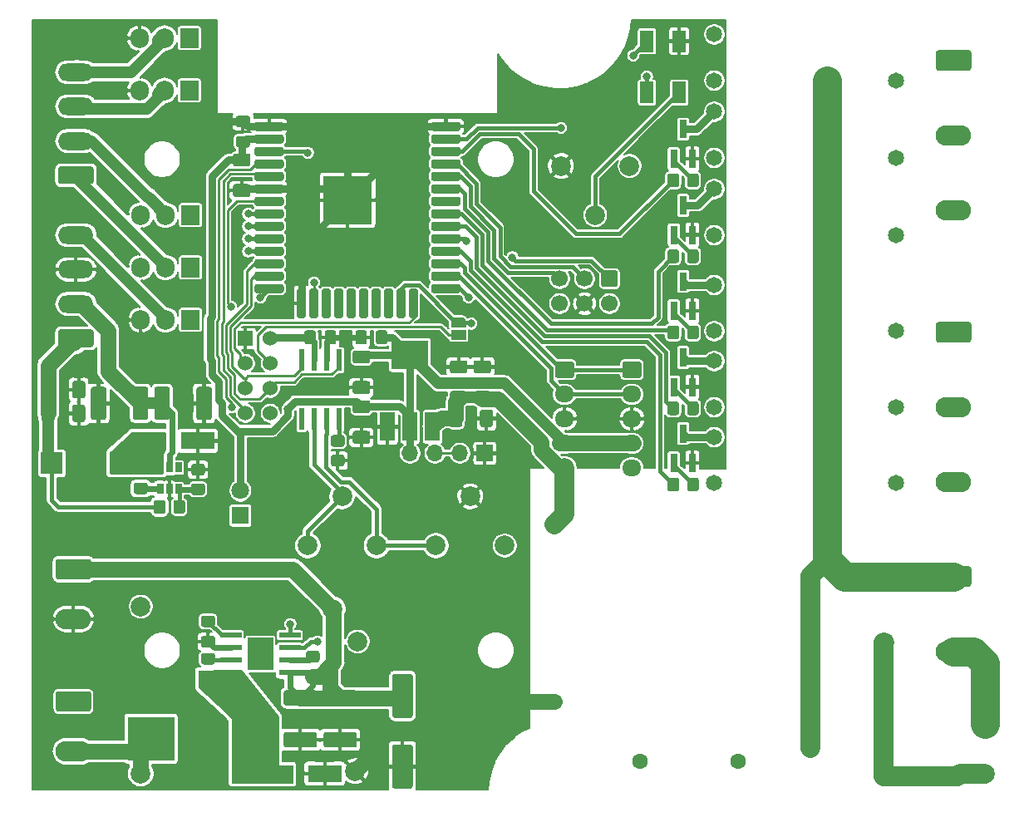
<source format=gbr>
%TF.GenerationSoftware,KiCad,Pcbnew,(5.1.8)-1*%
%TF.CreationDate,2021-03-17T21:52:08+01:00*%
%TF.ProjectId,sensactOutdoor,73656e73-6163-4744-9f75-74646f6f722e,rev?*%
%TF.SameCoordinates,Original*%
%TF.FileFunction,Copper,L1,Top*%
%TF.FilePolarity,Positive*%
%FSLAX46Y46*%
G04 Gerber Fmt 4.6, Leading zero omitted, Abs format (unit mm)*
G04 Created by KiCad (PCBNEW (5.1.8)-1) date 2021-03-17 21:52:08*
%MOMM*%
%LPD*%
G01*
G04 APERTURE LIST*
%TA.AperFunction,ComponentPad*%
%ADD10C,1.600000*%
%TD*%
%TA.AperFunction,ComponentPad*%
%ADD11C,2.000000*%
%TD*%
%TA.AperFunction,SMDPad,CuDef*%
%ADD12R,1.400000X2.200000*%
%TD*%
%TA.AperFunction,ComponentPad*%
%ADD13C,1.500000*%
%TD*%
%TA.AperFunction,ComponentPad*%
%ADD14R,1.500000X1.500000*%
%TD*%
%TA.AperFunction,ComponentPad*%
%ADD15C,1.800000*%
%TD*%
%TA.AperFunction,ComponentPad*%
%ADD16O,1.700000X1.700000*%
%TD*%
%TA.AperFunction,ComponentPad*%
%ADD17R,1.700000X1.700000*%
%TD*%
%TA.AperFunction,SMDPad,CuDef*%
%ADD18R,1.500000X1.000000*%
%TD*%
%TA.AperFunction,SMDPad,CuDef*%
%ADD19C,0.100000*%
%TD*%
%TA.AperFunction,ComponentPad*%
%ADD20C,1.524000*%
%TD*%
%TA.AperFunction,ComponentPad*%
%ADD21R,1.524000X1.524000*%
%TD*%
%TA.AperFunction,ComponentPad*%
%ADD22O,3.600000X2.100000*%
%TD*%
%TA.AperFunction,SMDPad,CuDef*%
%ADD23R,4.800000X4.500000*%
%TD*%
%TA.AperFunction,ComponentPad*%
%ADD24C,0.100000*%
%TD*%
%TA.AperFunction,SMDPad,CuDef*%
%ADD25R,2.200000X0.600000*%
%TD*%
%TA.AperFunction,ComponentPad*%
%ADD26O,1.905000X2.000000*%
%TD*%
%TA.AperFunction,ComponentPad*%
%ADD27R,1.905000X2.000000*%
%TD*%
%TA.AperFunction,ComponentPad*%
%ADD28C,1.650000*%
%TD*%
%TA.AperFunction,ComponentPad*%
%ADD29O,1.950000X1.700000*%
%TD*%
%TA.AperFunction,ComponentPad*%
%ADD30R,5.000000X5.000000*%
%TD*%
%TA.AperFunction,ComponentPad*%
%ADD31C,1.700000*%
%TD*%
%TA.AperFunction,SMDPad,CuDef*%
%ADD32R,0.800000X1.900000*%
%TD*%
%TA.AperFunction,ComponentPad*%
%ADD33O,3.600000X1.800000*%
%TD*%
%TA.AperFunction,SMDPad,CuDef*%
%ADD34R,1.500000X3.000000*%
%TD*%
%TA.AperFunction,SMDPad,CuDef*%
%ADD35R,3.800000X3.000000*%
%TD*%
%TA.AperFunction,ComponentPad*%
%ADD36R,1.800000X1.800000*%
%TD*%
%TA.AperFunction,SMDPad,CuDef*%
%ADD37R,3.500000X1.800000*%
%TD*%
%TA.AperFunction,SMDPad,CuDef*%
%ADD38R,0.600000X2.200000*%
%TD*%
%TA.AperFunction,SMDPad,CuDef*%
%ADD39R,0.650000X1.060000*%
%TD*%
%TA.AperFunction,SMDPad,CuDef*%
%ADD40R,2.200000X2.200000*%
%TD*%
%TA.AperFunction,ComponentPad*%
%ADD41O,3.600000X2.080000*%
%TD*%
%TA.AperFunction,ViaPad*%
%ADD42C,0.800000*%
%TD*%
%TA.AperFunction,Conductor*%
%ADD43C,1.600000*%
%TD*%
%TA.AperFunction,Conductor*%
%ADD44C,0.600000*%
%TD*%
%TA.AperFunction,Conductor*%
%ADD45C,0.800000*%
%TD*%
%TA.AperFunction,Conductor*%
%ADD46C,0.400000*%
%TD*%
%TA.AperFunction,Conductor*%
%ADD47C,1.200000*%
%TD*%
%TA.AperFunction,Conductor*%
%ADD48C,0.250000*%
%TD*%
%TA.AperFunction,Conductor*%
%ADD49C,2.000000*%
%TD*%
%TA.AperFunction,Conductor*%
%ADD50C,3.000000*%
%TD*%
%TA.AperFunction,Conductor*%
%ADD51C,0.200000*%
%TD*%
%TA.AperFunction,Conductor*%
%ADD52C,0.100000*%
%TD*%
%TA.AperFunction,Conductor*%
%ADD53C,0.254000*%
%TD*%
G04 APERTURE END LIST*
D10*
%TO.P,C23,2*%
%TO.N,Net-(C23-Pad2)*%
X87155000Y-98298000D03*
%TO.P,C23,1*%
%TO.N,Net-(C23-Pad1)*%
X97155000Y-98298000D03*
%TD*%
D11*
%TO.P,J13,3*%
%TO.N,GND*%
X79121000Y-37672000D03*
%TO.P,J13,2*%
%TO.N,Net-(D5-Pad2)*%
X82621000Y-42672000D03*
%TO.P,J13,1*%
%TO.N,+5V*%
X86121001Y-37672000D03*
%TD*%
%TO.P,J12,3*%
%TO.N,OneWire*%
X73395601Y-76327000D03*
%TO.P,J12,2*%
%TO.N,GND*%
X69895601Y-71327000D03*
%TO.P,J12,1*%
%TO.N,CANH*%
X66395600Y-76327000D03*
%TD*%
%TO.P,J10,3*%
%TO.N,CANH*%
X60340001Y-76327000D03*
%TO.P,J10,2*%
%TO.N,CANL*%
X56840001Y-71327000D03*
%TO.P,J10,1*%
X53340000Y-76327000D03*
%TD*%
D12*
%TO.P,D5,4*%
%TO.N,SIGNAL*%
X87885000Y-24959000D03*
%TO.P,D5,3*%
%TO.N,GND*%
X91185000Y-24959000D03*
%TO.P,D5,2*%
%TO.N,Net-(D5-Pad2)*%
X91185000Y-30159000D03*
%TO.P,D5,1*%
%TO.N,Net-(D4-Pad1)*%
X87885000Y-30159000D03*
%TD*%
D13*
%TO.P,PS1,4*%
%TO.N,+5V*%
X78450000Y-74202000D03*
%TO.P,PS1,3*%
%TO.N,GND*%
X78450000Y-92202000D03*
%TO.P,PS1,2*%
%TO.N,/L*%
X112050000Y-80202000D03*
D14*
%TO.P,PS1,1*%
%TO.N,/N*%
X112050000Y-86202000D03*
%TD*%
D15*
%TO.P,RV1,2*%
%TO.N,/L*%
X104514000Y-96922000D03*
%TO.P,RV1,1*%
%TO.N,/N*%
X112014000Y-99822000D03*
%TD*%
D11*
%TO.P,F1,2*%
%TO.N,Net-(F1-Pad2)*%
X122301000Y-94488000D03*
%TO.P,F1,1*%
%TO.N,/N*%
X122301000Y-99568000D03*
%TD*%
%TO.P,TP4,1*%
%TO.N,/LED_CC*%
X36322000Y-99568000D03*
%TD*%
%TO.P,TP2,1*%
%TO.N,GND*%
X58166000Y-99314000D03*
%TD*%
D16*
%TO.P,U7,4*%
%TO.N,+3V3*%
X63754000Y-66929000D03*
%TO.P,U7,3*%
%TO.N,IRQ*%
X66294000Y-66929000D03*
%TO.P,U7,2*%
X68834000Y-66929000D03*
D17*
%TO.P,U7,1*%
%TO.N,GND*%
X71374000Y-66929000D03*
%TD*%
D18*
%TO.P,JP1,2*%
%TO.N,CSN*%
X68707000Y-54864000D03*
%TA.AperFunction,SMDPad,CuDef*%
D19*
%TO.P,JP1,3*%
%TO.N,GND*%
G36*
X69456398Y-56164000D02*
G01*
X69456398Y-56188534D01*
X69451588Y-56237365D01*
X69442016Y-56285490D01*
X69427772Y-56332445D01*
X69408995Y-56377778D01*
X69385864Y-56421051D01*
X69358604Y-56461850D01*
X69327476Y-56499779D01*
X69292779Y-56534476D01*
X69254850Y-56565604D01*
X69214051Y-56592864D01*
X69170778Y-56615995D01*
X69125445Y-56634772D01*
X69078490Y-56649016D01*
X69030365Y-56658588D01*
X68981534Y-56663398D01*
X68957000Y-56663398D01*
X68957000Y-56664000D01*
X68457000Y-56664000D01*
X68457000Y-56663398D01*
X68432466Y-56663398D01*
X68383635Y-56658588D01*
X68335510Y-56649016D01*
X68288555Y-56634772D01*
X68243222Y-56615995D01*
X68199949Y-56592864D01*
X68159150Y-56565604D01*
X68121221Y-56534476D01*
X68086524Y-56499779D01*
X68055396Y-56461850D01*
X68028136Y-56421051D01*
X68005005Y-56377778D01*
X67986228Y-56332445D01*
X67971984Y-56285490D01*
X67962412Y-56237365D01*
X67957602Y-56188534D01*
X67957602Y-56164000D01*
X67957000Y-56164000D01*
X67957000Y-55614000D01*
X69457000Y-55614000D01*
X69457000Y-56164000D01*
X69456398Y-56164000D01*
G37*
%TD.AperFunction*%
%TA.AperFunction,SMDPad,CuDef*%
%TO.P,JP1,1*%
%TO.N,OneWire*%
G36*
X67957000Y-54114000D02*
G01*
X67957000Y-53564000D01*
X67957602Y-53564000D01*
X67957602Y-53539466D01*
X67962412Y-53490635D01*
X67971984Y-53442510D01*
X67986228Y-53395555D01*
X68005005Y-53350222D01*
X68028136Y-53306949D01*
X68055396Y-53266150D01*
X68086524Y-53228221D01*
X68121221Y-53193524D01*
X68159150Y-53162396D01*
X68199949Y-53135136D01*
X68243222Y-53112005D01*
X68288555Y-53093228D01*
X68335510Y-53078984D01*
X68383635Y-53069412D01*
X68432466Y-53064602D01*
X68457000Y-53064602D01*
X68457000Y-53064000D01*
X68957000Y-53064000D01*
X68957000Y-53064602D01*
X68981534Y-53064602D01*
X69030365Y-53069412D01*
X69078490Y-53078984D01*
X69125445Y-53093228D01*
X69170778Y-53112005D01*
X69214051Y-53135136D01*
X69254850Y-53162396D01*
X69292779Y-53193524D01*
X69327476Y-53228221D01*
X69358604Y-53266150D01*
X69385864Y-53306949D01*
X69408995Y-53350222D01*
X69427772Y-53395555D01*
X69442016Y-53442510D01*
X69451588Y-53490635D01*
X69456398Y-53539466D01*
X69456398Y-53564000D01*
X69457000Y-53564000D01*
X69457000Y-54114000D01*
X67957000Y-54114000D01*
G37*
%TD.AperFunction*%
%TD*%
%TO.P,C21,2*%
%TO.N,GND*%
%TA.AperFunction,SMDPad,CuDef*%
G36*
G01*
X70877000Y-64023001D02*
X70877000Y-62722999D01*
G75*
G02*
X71126999Y-62473000I249999J0D01*
G01*
X71952001Y-62473000D01*
G75*
G02*
X72202000Y-62722999I0J-249999D01*
G01*
X72202000Y-64023001D01*
G75*
G02*
X71952001Y-64273000I-249999J0D01*
G01*
X71126999Y-64273000D01*
G75*
G02*
X70877000Y-64023001I0J249999D01*
G01*
G37*
%TD.AperFunction*%
%TO.P,C21,1*%
%TO.N,+5V*%
%TA.AperFunction,SMDPad,CuDef*%
G36*
G01*
X67752000Y-64023001D02*
X67752000Y-62722999D01*
G75*
G02*
X68001999Y-62473000I249999J0D01*
G01*
X68827001Y-62473000D01*
G75*
G02*
X69077000Y-62722999I0J-249999D01*
G01*
X69077000Y-64023001D01*
G75*
G02*
X68827001Y-64273000I-249999J0D01*
G01*
X68001999Y-64273000D01*
G75*
G02*
X67752000Y-64023001I0J249999D01*
G01*
G37*
%TD.AperFunction*%
%TD*%
%TO.P,C20,2*%
%TO.N,GND*%
%TA.AperFunction,SMDPad,CuDef*%
G36*
G01*
X69357001Y-58790000D02*
X68056999Y-58790000D01*
G75*
G02*
X67807000Y-58540001I0J249999D01*
G01*
X67807000Y-57714999D01*
G75*
G02*
X68056999Y-57465000I249999J0D01*
G01*
X69357001Y-57465000D01*
G75*
G02*
X69607000Y-57714999I0J-249999D01*
G01*
X69607000Y-58540001D01*
G75*
G02*
X69357001Y-58790000I-249999J0D01*
G01*
G37*
%TD.AperFunction*%
%TO.P,C20,1*%
%TO.N,+5V*%
%TA.AperFunction,SMDPad,CuDef*%
G36*
G01*
X69357001Y-61915000D02*
X68056999Y-61915000D01*
G75*
G02*
X67807000Y-61665001I0J249999D01*
G01*
X67807000Y-60839999D01*
G75*
G02*
X68056999Y-60590000I249999J0D01*
G01*
X69357001Y-60590000D01*
G75*
G02*
X69607000Y-60839999I0J-249999D01*
G01*
X69607000Y-61665001D01*
G75*
G02*
X69357001Y-61915000I-249999J0D01*
G01*
G37*
%TD.AperFunction*%
%TD*%
D20*
%TO.P,U6,8*%
%TO.N,IRQ*%
X49530000Y-62865000D03*
%TO.P,U6,7*%
%TO.N,MISO*%
X46990000Y-62865000D03*
%TO.P,U6,6*%
%TO.N,CANT*%
X49530000Y-60325000D03*
%TO.P,U6,5*%
%TO.N,CANR*%
X46990000Y-60325000D03*
%TO.P,U6,4*%
%TO.N,CSN*%
X49530000Y-57785000D03*
%TO.P,U6,3*%
%TO.N,CE*%
X46990000Y-57785000D03*
%TO.P,U6,2*%
%TO.N,+3V3*%
X49530000Y-55245000D03*
D21*
%TO.P,U6,1*%
%TO.N,GND*%
X46990000Y-55245000D03*
%TD*%
D11*
%TO.P,TP3,1*%
%TO.N,LED_CC_EN*%
X58420000Y-86106000D03*
%TD*%
%TO.P,TP5,1*%
%TO.N,/LED_CC-*%
X36322000Y-82550000D03*
%TD*%
%TO.P,TP1,1*%
%TO.N,+48V*%
X55880000Y-82804000D03*
%TD*%
D22*
%TO.P,J9,2*%
%TO.N,Net-(F1-Pad2)*%
X119126000Y-87122000D03*
%TO.P,J9,1*%
%TO.N,/L*%
%TA.AperFunction,ComponentPad*%
G36*
G01*
X117576000Y-78452000D02*
X120676000Y-78452000D01*
G75*
G02*
X120926000Y-78702000I0J-250000D01*
G01*
X120926000Y-80302000D01*
G75*
G02*
X120676000Y-80552000I-250000J0D01*
G01*
X117576000Y-80552000D01*
G75*
G02*
X117326000Y-80302000I0J250000D01*
G01*
X117326000Y-78702000D01*
G75*
G02*
X117576000Y-78452000I250000J0D01*
G01*
G37*
%TD.AperFunction*%
%TD*%
%TO.P,J3,3*%
%TO.N,/L6*%
X119126000Y-69850000D03*
%TO.P,J3,2*%
%TO.N,/L5*%
X119126000Y-62230000D03*
%TO.P,J3,1*%
%TO.N,/L4*%
%TA.AperFunction,ComponentPad*%
G36*
G01*
X117576000Y-53560000D02*
X120676000Y-53560000D01*
G75*
G02*
X120926000Y-53810000I0J-250000D01*
G01*
X120926000Y-55410000D01*
G75*
G02*
X120676000Y-55660000I-250000J0D01*
G01*
X117576000Y-55660000D01*
G75*
G02*
X117326000Y-55410000I0J250000D01*
G01*
X117326000Y-53810000D01*
G75*
G02*
X117576000Y-53560000I250000J0D01*
G01*
G37*
%TD.AperFunction*%
%TD*%
%TO.P,J2,3*%
%TO.N,/L3*%
X119126000Y-42164000D03*
%TO.P,J2,2*%
%TO.N,/L2*%
X119126000Y-34544000D03*
%TO.P,J2,1*%
%TO.N,/L1*%
%TA.AperFunction,ComponentPad*%
G36*
G01*
X117576000Y-25874000D02*
X120676000Y-25874000D01*
G75*
G02*
X120926000Y-26124000I0J-250000D01*
G01*
X120926000Y-27724000D01*
G75*
G02*
X120676000Y-27974000I-250000J0D01*
G01*
X117576000Y-27974000D01*
G75*
G02*
X117326000Y-27724000I0J250000D01*
G01*
X117326000Y-26124000D01*
G75*
G02*
X117576000Y-25874000I250000J0D01*
G01*
G37*
%TD.AperFunction*%
%TD*%
D23*
%TO.P,L2,2*%
%TO.N,/LED_SW*%
X47972000Y-96012000D03*
%TO.P,L2,1*%
%TO.N,/LED_CC*%
X37372000Y-96012000D03*
%TD*%
%TA.AperFunction,ComponentPad*%
D24*
%TO.P,U2,9*%
%TO.N,N/C*%
G36*
X49814000Y-85726000D02*
G01*
X49814000Y-89026000D01*
X47214000Y-89026000D01*
X47214000Y-85726000D01*
X49814000Y-85726000D01*
G37*
%TD.AperFunction*%
D25*
%TO.P,U2,8*%
%TO.N,/LED_SW*%
X45514000Y-89281000D03*
%TO.P,U2,7*%
%TO.N,Net-(C8-Pad2)*%
X45514000Y-88011000D03*
%TO.P,U2,6*%
%TO.N,GND*%
X45514000Y-86741000D03*
%TO.P,U2,5*%
%TO.N,Net-(C6-Pad1)*%
X45514000Y-85471000D03*
%TO.P,U2,4*%
%TO.N,/LED_CC-*%
X51514000Y-85471000D03*
%TO.P,U2,3*%
%TO.N,LED_CC_EN*%
X51514000Y-86741000D03*
%TO.P,U2,2*%
%TO.N,Net-(R1-Pad1)*%
X51514000Y-88011000D03*
%TO.P,U2,1*%
%TO.N,+48V*%
X51514000Y-89281000D03*
%TD*%
D26*
%TO.P,Q3,3*%
%TO.N,GND*%
X36195000Y-29972000D03*
%TO.P,Q3,2*%
%TO.N,/PWM_2*%
X38735000Y-29972000D03*
D27*
%TO.P,Q3,1*%
%TO.N,Net-(Q3-Pad1)*%
X41275000Y-29972000D03*
%TD*%
D28*
%TO.P,K6,14*%
%TO.N,/L6*%
X113242000Y-69977000D03*
%TO.P,K6,11*%
%TO.N,/L*%
X106242000Y-69977000D03*
%TO.P,K6,A2*%
%TO.N,Net-(K6-PadA2)*%
X94742000Y-65277000D03*
%TO.P,K6,A1*%
%TO.N,+5V*%
X94742000Y-69977000D03*
%TD*%
%TO.P,K5,14*%
%TO.N,/L5*%
X113242000Y-62230000D03*
%TO.P,K5,11*%
%TO.N,/L*%
X106242000Y-62230000D03*
%TO.P,K5,A2*%
%TO.N,Net-(K5-PadA2)*%
X94742000Y-57530000D03*
%TO.P,K5,A1*%
%TO.N,+5V*%
X94742000Y-62230000D03*
%TD*%
%TO.P,K4,14*%
%TO.N,/L4*%
X113242000Y-54483000D03*
%TO.P,K4,11*%
%TO.N,/L*%
X106242000Y-54483000D03*
%TO.P,K4,A2*%
%TO.N,Net-(K4-PadA2)*%
X94742000Y-49783000D03*
%TO.P,K4,A1*%
%TO.N,+5V*%
X94742000Y-54483000D03*
%TD*%
%TO.P,K3,14*%
%TO.N,/L3*%
X113242000Y-44704000D03*
%TO.P,K3,11*%
%TO.N,/L*%
X106242000Y-44704000D03*
%TO.P,K3,A2*%
%TO.N,Net-(K3-PadA2)*%
X94742000Y-40004000D03*
%TO.P,K3,A1*%
%TO.N,+5V*%
X94742000Y-44704000D03*
%TD*%
%TO.P,K2,14*%
%TO.N,/L2*%
X113242000Y-36830000D03*
%TO.P,K2,11*%
%TO.N,/L*%
X106242000Y-36830000D03*
%TO.P,K2,A2*%
%TO.N,Net-(K2-PadA2)*%
X94742000Y-32130000D03*
%TO.P,K2,A1*%
%TO.N,+5V*%
X94742000Y-36830000D03*
%TD*%
%TO.P,K1,14*%
%TO.N,/L1*%
X113242000Y-28956000D03*
%TO.P,K1,11*%
%TO.N,/L*%
X106242000Y-28956000D03*
%TO.P,K1,A2*%
%TO.N,Net-(K1-PadA2)*%
X94742000Y-24256000D03*
%TO.P,K1,A1*%
%TO.N,+5V*%
X94742000Y-28956000D03*
%TD*%
%TO.P,C18,2*%
%TO.N,GND*%
%TA.AperFunction,SMDPad,CuDef*%
G36*
G01*
X55060000Y-55593000D02*
X55060000Y-54643000D01*
G75*
G02*
X55310000Y-54393000I250000J0D01*
G01*
X55985000Y-54393000D01*
G75*
G02*
X56235000Y-54643000I0J-250000D01*
G01*
X56235000Y-55593000D01*
G75*
G02*
X55985000Y-55843000I-250000J0D01*
G01*
X55310000Y-55843000D01*
G75*
G02*
X55060000Y-55593000I0J250000D01*
G01*
G37*
%TD.AperFunction*%
%TO.P,C18,1*%
%TO.N,+3V3*%
%TA.AperFunction,SMDPad,CuDef*%
G36*
G01*
X52985000Y-55593000D02*
X52985000Y-54643000D01*
G75*
G02*
X53235000Y-54393000I250000J0D01*
G01*
X53910000Y-54393000D01*
G75*
G02*
X54160000Y-54643000I0J-250000D01*
G01*
X54160000Y-55593000D01*
G75*
G02*
X53910000Y-55843000I-250000J0D01*
G01*
X53235000Y-55843000D01*
G75*
G02*
X52985000Y-55593000I0J250000D01*
G01*
G37*
%TD.AperFunction*%
%TD*%
D29*
%TO.P,J11,5*%
%TO.N,+5V*%
X79502000Y-68420000D03*
%TO.P,J11,4*%
%TO.N,+3V3*%
X79502000Y-65920000D03*
%TO.P,J11,3*%
%TO.N,GND*%
X79502000Y-63420000D03*
%TO.P,J11,2*%
%TO.N,SCL*%
X79502000Y-60920000D03*
%TO.P,J11,1*%
%TO.N,SDA*%
%TA.AperFunction,ComponentPad*%
G36*
G01*
X78777000Y-57570000D02*
X80227000Y-57570000D01*
G75*
G02*
X80477000Y-57820000I0J-250000D01*
G01*
X80477000Y-59020000D01*
G75*
G02*
X80227000Y-59270000I-250000J0D01*
G01*
X78777000Y-59270000D01*
G75*
G02*
X78527000Y-59020000I0J250000D01*
G01*
X78527000Y-57820000D01*
G75*
G02*
X78777000Y-57570000I250000J0D01*
G01*
G37*
%TD.AperFunction*%
%TD*%
%TO.P,U1,38*%
%TO.N,GND*%
%TA.AperFunction,SMDPad,CuDef*%
G36*
G01*
X68904000Y-33423000D02*
X68904000Y-33873000D01*
G75*
G02*
X68679000Y-34098000I-225000J0D01*
G01*
X66129000Y-34098000D01*
G75*
G02*
X65904000Y-33873000I0J225000D01*
G01*
X65904000Y-33423000D01*
G75*
G02*
X66129000Y-33198000I225000J0D01*
G01*
X68679000Y-33198000D01*
G75*
G02*
X68904000Y-33423000I0J-225000D01*
G01*
G37*
%TD.AperFunction*%
%TO.P,U1,37*%
%TO.N,K1*%
%TA.AperFunction,SMDPad,CuDef*%
G36*
G01*
X68904000Y-34693000D02*
X68904000Y-35143000D01*
G75*
G02*
X68679000Y-35368000I-225000J0D01*
G01*
X66129000Y-35368000D01*
G75*
G02*
X65904000Y-35143000I0J225000D01*
G01*
X65904000Y-34693000D01*
G75*
G02*
X66129000Y-34468000I225000J0D01*
G01*
X68679000Y-34468000D01*
G75*
G02*
X68904000Y-34693000I0J-225000D01*
G01*
G37*
%TD.AperFunction*%
%TO.P,U1,36*%
%TO.N,K2*%
%TA.AperFunction,SMDPad,CuDef*%
G36*
G01*
X68904000Y-35963000D02*
X68904000Y-36413000D01*
G75*
G02*
X68679000Y-36638000I-225000J0D01*
G01*
X66129000Y-36638000D01*
G75*
G02*
X65904000Y-36413000I0J225000D01*
G01*
X65904000Y-35963000D01*
G75*
G02*
X66129000Y-35738000I225000J0D01*
G01*
X68679000Y-35738000D01*
G75*
G02*
X68904000Y-35963000I0J-225000D01*
G01*
G37*
%TD.AperFunction*%
%TO.P,U1,35*%
%TO.N,PROG_TX*%
%TA.AperFunction,SMDPad,CuDef*%
G36*
G01*
X68904000Y-37233000D02*
X68904000Y-37683000D01*
G75*
G02*
X68679000Y-37908000I-225000J0D01*
G01*
X66129000Y-37908000D01*
G75*
G02*
X65904000Y-37683000I0J225000D01*
G01*
X65904000Y-37233000D01*
G75*
G02*
X66129000Y-37008000I225000J0D01*
G01*
X68679000Y-37008000D01*
G75*
G02*
X68904000Y-37233000I0J-225000D01*
G01*
G37*
%TD.AperFunction*%
%TO.P,U1,34*%
%TO.N,PROG_RX*%
%TA.AperFunction,SMDPad,CuDef*%
G36*
G01*
X68904000Y-38503000D02*
X68904000Y-38953000D01*
G75*
G02*
X68679000Y-39178000I-225000J0D01*
G01*
X66129000Y-39178000D01*
G75*
G02*
X65904000Y-38953000I0J225000D01*
G01*
X65904000Y-38503000D01*
G75*
G02*
X66129000Y-38278000I225000J0D01*
G01*
X68679000Y-38278000D01*
G75*
G02*
X68904000Y-38503000I0J-225000D01*
G01*
G37*
%TD.AperFunction*%
%TO.P,U1,33*%
%TO.N,K3*%
%TA.AperFunction,SMDPad,CuDef*%
G36*
G01*
X68904000Y-39773000D02*
X68904000Y-40223000D01*
G75*
G02*
X68679000Y-40448000I-225000J0D01*
G01*
X66129000Y-40448000D01*
G75*
G02*
X65904000Y-40223000I0J225000D01*
G01*
X65904000Y-39773000D01*
G75*
G02*
X66129000Y-39548000I225000J0D01*
G01*
X68679000Y-39548000D01*
G75*
G02*
X68904000Y-39773000I0J-225000D01*
G01*
G37*
%TD.AperFunction*%
%TO.P,U1,32*%
%TO.N,Net-(U1-Pad32)*%
%TA.AperFunction,SMDPad,CuDef*%
G36*
G01*
X68904000Y-41043000D02*
X68904000Y-41493000D01*
G75*
G02*
X68679000Y-41718000I-225000J0D01*
G01*
X66129000Y-41718000D01*
G75*
G02*
X65904000Y-41493000I0J225000D01*
G01*
X65904000Y-41043000D01*
G75*
G02*
X66129000Y-40818000I225000J0D01*
G01*
X68679000Y-40818000D01*
G75*
G02*
X68904000Y-41043000I0J-225000D01*
G01*
G37*
%TD.AperFunction*%
%TO.P,U1,31*%
%TO.N,K4*%
%TA.AperFunction,SMDPad,CuDef*%
G36*
G01*
X68904000Y-42313000D02*
X68904000Y-42763000D01*
G75*
G02*
X68679000Y-42988000I-225000J0D01*
G01*
X66129000Y-42988000D01*
G75*
G02*
X65904000Y-42763000I0J225000D01*
G01*
X65904000Y-42313000D01*
G75*
G02*
X66129000Y-42088000I225000J0D01*
G01*
X68679000Y-42088000D01*
G75*
G02*
X68904000Y-42313000I0J-225000D01*
G01*
G37*
%TD.AperFunction*%
%TO.P,U1,30*%
%TO.N,K5*%
%TA.AperFunction,SMDPad,CuDef*%
G36*
G01*
X68904000Y-43583000D02*
X68904000Y-44033000D01*
G75*
G02*
X68679000Y-44258000I-225000J0D01*
G01*
X66129000Y-44258000D01*
G75*
G02*
X65904000Y-44033000I0J225000D01*
G01*
X65904000Y-43583000D01*
G75*
G02*
X66129000Y-43358000I225000J0D01*
G01*
X68679000Y-43358000D01*
G75*
G02*
X68904000Y-43583000I0J-225000D01*
G01*
G37*
%TD.AperFunction*%
%TO.P,U1,29*%
%TO.N,SIGNAL*%
%TA.AperFunction,SMDPad,CuDef*%
G36*
G01*
X68904000Y-44853000D02*
X68904000Y-45303000D01*
G75*
G02*
X68679000Y-45528000I-225000J0D01*
G01*
X66129000Y-45528000D01*
G75*
G02*
X65904000Y-45303000I0J225000D01*
G01*
X65904000Y-44853000D01*
G75*
G02*
X66129000Y-44628000I225000J0D01*
G01*
X68679000Y-44628000D01*
G75*
G02*
X68904000Y-44853000I0J-225000D01*
G01*
G37*
%TD.AperFunction*%
%TO.P,U1,28*%
%TO.N,K6*%
%TA.AperFunction,SMDPad,CuDef*%
G36*
G01*
X68904000Y-46123000D02*
X68904000Y-46573000D01*
G75*
G02*
X68679000Y-46798000I-225000J0D01*
G01*
X66129000Y-46798000D01*
G75*
G02*
X65904000Y-46573000I0J225000D01*
G01*
X65904000Y-46123000D01*
G75*
G02*
X66129000Y-45898000I225000J0D01*
G01*
X68679000Y-45898000D01*
G75*
G02*
X68904000Y-46123000I0J-225000D01*
G01*
G37*
%TD.AperFunction*%
%TO.P,U1,27*%
%TO.N,SDA*%
%TA.AperFunction,SMDPad,CuDef*%
G36*
G01*
X68904000Y-47393000D02*
X68904000Y-47843000D01*
G75*
G02*
X68679000Y-48068000I-225000J0D01*
G01*
X66129000Y-48068000D01*
G75*
G02*
X65904000Y-47843000I0J225000D01*
G01*
X65904000Y-47393000D01*
G75*
G02*
X66129000Y-47168000I225000J0D01*
G01*
X68679000Y-47168000D01*
G75*
G02*
X68904000Y-47393000I0J-225000D01*
G01*
G37*
%TD.AperFunction*%
%TO.P,U1,26*%
%TO.N,SCL*%
%TA.AperFunction,SMDPad,CuDef*%
G36*
G01*
X68904000Y-48663000D02*
X68904000Y-49113000D01*
G75*
G02*
X68679000Y-49338000I-225000J0D01*
G01*
X66129000Y-49338000D01*
G75*
G02*
X65904000Y-49113000I0J225000D01*
G01*
X65904000Y-48663000D01*
G75*
G02*
X66129000Y-48438000I225000J0D01*
G01*
X68679000Y-48438000D01*
G75*
G02*
X68904000Y-48663000I0J-225000D01*
G01*
G37*
%TD.AperFunction*%
%TO.P,U1,25*%
%TO.N,PROG_IO0*%
%TA.AperFunction,SMDPad,CuDef*%
G36*
G01*
X68904000Y-49933000D02*
X68904000Y-50383000D01*
G75*
G02*
X68679000Y-50608000I-225000J0D01*
G01*
X66129000Y-50608000D01*
G75*
G02*
X65904000Y-50383000I0J225000D01*
G01*
X65904000Y-49933000D01*
G75*
G02*
X66129000Y-49708000I225000J0D01*
G01*
X68679000Y-49708000D01*
G75*
G02*
X68904000Y-49933000I0J-225000D01*
G01*
G37*
%TD.AperFunction*%
%TO.P,U1,24*%
%TO.N,CE*%
%TA.AperFunction,SMDPad,CuDef*%
G36*
G01*
X64344000Y-53158000D02*
X63894000Y-53158000D01*
G75*
G02*
X63669000Y-52933000I0J225000D01*
G01*
X63669000Y-50383000D01*
G75*
G02*
X63894000Y-50158000I225000J0D01*
G01*
X64344000Y-50158000D01*
G75*
G02*
X64569000Y-50383000I0J-225000D01*
G01*
X64569000Y-52933000D01*
G75*
G02*
X64344000Y-53158000I-225000J0D01*
G01*
G37*
%TD.AperFunction*%
%TO.P,U1,23*%
%TO.N,OneWire*%
%TA.AperFunction,SMDPad,CuDef*%
G36*
G01*
X63074000Y-53158000D02*
X62624000Y-53158000D01*
G75*
G02*
X62399000Y-52933000I0J225000D01*
G01*
X62399000Y-50383000D01*
G75*
G02*
X62624000Y-50158000I225000J0D01*
G01*
X63074000Y-50158000D01*
G75*
G02*
X63299000Y-50383000I0J-225000D01*
G01*
X63299000Y-52933000D01*
G75*
G02*
X63074000Y-53158000I-225000J0D01*
G01*
G37*
%TD.AperFunction*%
%TO.P,U1,22*%
%TO.N,Net-(U1-Pad22)*%
%TA.AperFunction,SMDPad,CuDef*%
G36*
G01*
X61804000Y-53158000D02*
X61354000Y-53158000D01*
G75*
G02*
X61129000Y-52933000I0J225000D01*
G01*
X61129000Y-50383000D01*
G75*
G02*
X61354000Y-50158000I225000J0D01*
G01*
X61804000Y-50158000D01*
G75*
G02*
X62029000Y-50383000I0J-225000D01*
G01*
X62029000Y-52933000D01*
G75*
G02*
X61804000Y-53158000I-225000J0D01*
G01*
G37*
%TD.AperFunction*%
%TO.P,U1,21*%
%TO.N,Net-(U1-Pad21)*%
%TA.AperFunction,SMDPad,CuDef*%
G36*
G01*
X60534000Y-53158000D02*
X60084000Y-53158000D01*
G75*
G02*
X59859000Y-52933000I0J225000D01*
G01*
X59859000Y-50383000D01*
G75*
G02*
X60084000Y-50158000I225000J0D01*
G01*
X60534000Y-50158000D01*
G75*
G02*
X60759000Y-50383000I0J-225000D01*
G01*
X60759000Y-52933000D01*
G75*
G02*
X60534000Y-53158000I-225000J0D01*
G01*
G37*
%TD.AperFunction*%
%TO.P,U1,20*%
%TO.N,Net-(U1-Pad20)*%
%TA.AperFunction,SMDPad,CuDef*%
G36*
G01*
X59264000Y-53158000D02*
X58814000Y-53158000D01*
G75*
G02*
X58589000Y-52933000I0J225000D01*
G01*
X58589000Y-50383000D01*
G75*
G02*
X58814000Y-50158000I225000J0D01*
G01*
X59264000Y-50158000D01*
G75*
G02*
X59489000Y-50383000I0J-225000D01*
G01*
X59489000Y-52933000D01*
G75*
G02*
X59264000Y-53158000I-225000J0D01*
G01*
G37*
%TD.AperFunction*%
%TO.P,U1,19*%
%TO.N,Net-(U1-Pad19)*%
%TA.AperFunction,SMDPad,CuDef*%
G36*
G01*
X57994000Y-53158000D02*
X57544000Y-53158000D01*
G75*
G02*
X57319000Y-52933000I0J225000D01*
G01*
X57319000Y-50383000D01*
G75*
G02*
X57544000Y-50158000I225000J0D01*
G01*
X57994000Y-50158000D01*
G75*
G02*
X58219000Y-50383000I0J-225000D01*
G01*
X58219000Y-52933000D01*
G75*
G02*
X57994000Y-53158000I-225000J0D01*
G01*
G37*
%TD.AperFunction*%
%TO.P,U1,18*%
%TO.N,Net-(U1-Pad18)*%
%TA.AperFunction,SMDPad,CuDef*%
G36*
G01*
X56724000Y-53158000D02*
X56274000Y-53158000D01*
G75*
G02*
X56049000Y-52933000I0J225000D01*
G01*
X56049000Y-50383000D01*
G75*
G02*
X56274000Y-50158000I225000J0D01*
G01*
X56724000Y-50158000D01*
G75*
G02*
X56949000Y-50383000I0J-225000D01*
G01*
X56949000Y-52933000D01*
G75*
G02*
X56724000Y-53158000I-225000J0D01*
G01*
G37*
%TD.AperFunction*%
%TO.P,U1,17*%
%TO.N,Net-(U1-Pad17)*%
%TA.AperFunction,SMDPad,CuDef*%
G36*
G01*
X55454000Y-53158000D02*
X55004000Y-53158000D01*
G75*
G02*
X54779000Y-52933000I0J225000D01*
G01*
X54779000Y-50383000D01*
G75*
G02*
X55004000Y-50158000I225000J0D01*
G01*
X55454000Y-50158000D01*
G75*
G02*
X55679000Y-50383000I0J-225000D01*
G01*
X55679000Y-52933000D01*
G75*
G02*
X55454000Y-53158000I-225000J0D01*
G01*
G37*
%TD.AperFunction*%
%TO.P,U1,16*%
%TO.N,LED_CC_EN*%
%TA.AperFunction,SMDPad,CuDef*%
G36*
G01*
X54184000Y-53158000D02*
X53734000Y-53158000D01*
G75*
G02*
X53509000Y-52933000I0J225000D01*
G01*
X53509000Y-50383000D01*
G75*
G02*
X53734000Y-50158000I225000J0D01*
G01*
X54184000Y-50158000D01*
G75*
G02*
X54409000Y-50383000I0J-225000D01*
G01*
X54409000Y-52933000D01*
G75*
G02*
X54184000Y-53158000I-225000J0D01*
G01*
G37*
%TD.AperFunction*%
%TO.P,U1,15*%
%TO.N,GND*%
%TA.AperFunction,SMDPad,CuDef*%
G36*
G01*
X52914000Y-53158000D02*
X52464000Y-53158000D01*
G75*
G02*
X52239000Y-52933000I0J225000D01*
G01*
X52239000Y-50383000D01*
G75*
G02*
X52464000Y-50158000I225000J0D01*
G01*
X52914000Y-50158000D01*
G75*
G02*
X53139000Y-50383000I0J-225000D01*
G01*
X53139000Y-52933000D01*
G75*
G02*
X52914000Y-53158000I-225000J0D01*
G01*
G37*
%TD.AperFunction*%
%TO.P,U1,14*%
%TO.N,PWM5*%
%TA.AperFunction,SMDPad,CuDef*%
G36*
G01*
X47904000Y-50383000D02*
X47904000Y-49933000D01*
G75*
G02*
X48129000Y-49708000I225000J0D01*
G01*
X50679000Y-49708000D01*
G75*
G02*
X50904000Y-49933000I0J-225000D01*
G01*
X50904000Y-50383000D01*
G75*
G02*
X50679000Y-50608000I-225000J0D01*
G01*
X48129000Y-50608000D01*
G75*
G02*
X47904000Y-50383000I0J225000D01*
G01*
G37*
%TD.AperFunction*%
%TO.P,U1,13*%
%TO.N,CANR*%
%TA.AperFunction,SMDPad,CuDef*%
G36*
G01*
X47904000Y-49113000D02*
X47904000Y-48663000D01*
G75*
G02*
X48129000Y-48438000I225000J0D01*
G01*
X50679000Y-48438000D01*
G75*
G02*
X50904000Y-48663000I0J-225000D01*
G01*
X50904000Y-49113000D01*
G75*
G02*
X50679000Y-49338000I-225000J0D01*
G01*
X48129000Y-49338000D01*
G75*
G02*
X47904000Y-49113000I0J225000D01*
G01*
G37*
%TD.AperFunction*%
%TO.P,U1,12*%
%TO.N,CANT*%
%TA.AperFunction,SMDPad,CuDef*%
G36*
G01*
X47904000Y-47843000D02*
X47904000Y-47393000D01*
G75*
G02*
X48129000Y-47168000I225000J0D01*
G01*
X50679000Y-47168000D01*
G75*
G02*
X50904000Y-47393000I0J-225000D01*
G01*
X50904000Y-47843000D01*
G75*
G02*
X50679000Y-48068000I-225000J0D01*
G01*
X48129000Y-48068000D01*
G75*
G02*
X47904000Y-47843000I0J225000D01*
G01*
G37*
%TD.AperFunction*%
%TO.P,U1,11*%
%TO.N,PWM4*%
%TA.AperFunction,SMDPad,CuDef*%
G36*
G01*
X47904000Y-46573000D02*
X47904000Y-46123000D01*
G75*
G02*
X48129000Y-45898000I225000J0D01*
G01*
X50679000Y-45898000D01*
G75*
G02*
X50904000Y-46123000I0J-225000D01*
G01*
X50904000Y-46573000D01*
G75*
G02*
X50679000Y-46798000I-225000J0D01*
G01*
X48129000Y-46798000D01*
G75*
G02*
X47904000Y-46573000I0J225000D01*
G01*
G37*
%TD.AperFunction*%
%TO.P,U1,10*%
%TO.N,PWM3*%
%TA.AperFunction,SMDPad,CuDef*%
G36*
G01*
X47904000Y-45303000D02*
X47904000Y-44853000D01*
G75*
G02*
X48129000Y-44628000I225000J0D01*
G01*
X50679000Y-44628000D01*
G75*
G02*
X50904000Y-44853000I0J-225000D01*
G01*
X50904000Y-45303000D01*
G75*
G02*
X50679000Y-45528000I-225000J0D01*
G01*
X48129000Y-45528000D01*
G75*
G02*
X47904000Y-45303000I0J225000D01*
G01*
G37*
%TD.AperFunction*%
%TO.P,U1,9*%
%TO.N,PWM2*%
%TA.AperFunction,SMDPad,CuDef*%
G36*
G01*
X47904000Y-44033000D02*
X47904000Y-43583000D01*
G75*
G02*
X48129000Y-43358000I225000J0D01*
G01*
X50679000Y-43358000D01*
G75*
G02*
X50904000Y-43583000I0J-225000D01*
G01*
X50904000Y-44033000D01*
G75*
G02*
X50679000Y-44258000I-225000J0D01*
G01*
X48129000Y-44258000D01*
G75*
G02*
X47904000Y-44033000I0J225000D01*
G01*
G37*
%TD.AperFunction*%
%TO.P,U1,8*%
%TO.N,PWM1*%
%TA.AperFunction,SMDPad,CuDef*%
G36*
G01*
X47904000Y-42763000D02*
X47904000Y-42313000D01*
G75*
G02*
X48129000Y-42088000I225000J0D01*
G01*
X50679000Y-42088000D01*
G75*
G02*
X50904000Y-42313000I0J-225000D01*
G01*
X50904000Y-42763000D01*
G75*
G02*
X50679000Y-42988000I-225000J0D01*
G01*
X48129000Y-42988000D01*
G75*
G02*
X47904000Y-42763000I0J225000D01*
G01*
G37*
%TD.AperFunction*%
%TO.P,U1,7*%
%TO.N,IRQ*%
%TA.AperFunction,SMDPad,CuDef*%
G36*
G01*
X47904000Y-41493000D02*
X47904000Y-41043000D01*
G75*
G02*
X48129000Y-40818000I225000J0D01*
G01*
X50679000Y-40818000D01*
G75*
G02*
X50904000Y-41043000I0J-225000D01*
G01*
X50904000Y-41493000D01*
G75*
G02*
X50679000Y-41718000I-225000J0D01*
G01*
X48129000Y-41718000D01*
G75*
G02*
X47904000Y-41493000I0J225000D01*
G01*
G37*
%TD.AperFunction*%
%TO.P,U1,6*%
%TO.N,GND*%
%TA.AperFunction,SMDPad,CuDef*%
G36*
G01*
X47904000Y-40223000D02*
X47904000Y-39773000D01*
G75*
G02*
X48129000Y-39548000I225000J0D01*
G01*
X50679000Y-39548000D01*
G75*
G02*
X50904000Y-39773000I0J-225000D01*
G01*
X50904000Y-40223000D01*
G75*
G02*
X50679000Y-40448000I-225000J0D01*
G01*
X48129000Y-40448000D01*
G75*
G02*
X47904000Y-40223000I0J225000D01*
G01*
G37*
%TD.AperFunction*%
%TO.P,U1,5*%
%TO.N,MISO*%
%TA.AperFunction,SMDPad,CuDef*%
G36*
G01*
X47904000Y-38953000D02*
X47904000Y-38503000D01*
G75*
G02*
X48129000Y-38278000I225000J0D01*
G01*
X50679000Y-38278000D01*
G75*
G02*
X50904000Y-38503000I0J-225000D01*
G01*
X50904000Y-38953000D01*
G75*
G02*
X50679000Y-39178000I-225000J0D01*
G01*
X48129000Y-39178000D01*
G75*
G02*
X47904000Y-38953000I0J225000D01*
G01*
G37*
%TD.AperFunction*%
%TO.P,U1,4*%
%TO.N,MAINS*%
%TA.AperFunction,SMDPad,CuDef*%
G36*
G01*
X47904000Y-37683000D02*
X47904000Y-37233000D01*
G75*
G02*
X48129000Y-37008000I225000J0D01*
G01*
X50679000Y-37008000D01*
G75*
G02*
X50904000Y-37233000I0J-225000D01*
G01*
X50904000Y-37683000D01*
G75*
G02*
X50679000Y-37908000I-225000J0D01*
G01*
X48129000Y-37908000D01*
G75*
G02*
X47904000Y-37683000I0J225000D01*
G01*
G37*
%TD.AperFunction*%
%TO.P,U1,3*%
%TO.N,PROG_EN*%
%TA.AperFunction,SMDPad,CuDef*%
G36*
G01*
X47904000Y-36413000D02*
X47904000Y-35963000D01*
G75*
G02*
X48129000Y-35738000I225000J0D01*
G01*
X50679000Y-35738000D01*
G75*
G02*
X50904000Y-35963000I0J-225000D01*
G01*
X50904000Y-36413000D01*
G75*
G02*
X50679000Y-36638000I-225000J0D01*
G01*
X48129000Y-36638000D01*
G75*
G02*
X47904000Y-36413000I0J225000D01*
G01*
G37*
%TD.AperFunction*%
%TO.P,U1,2*%
%TO.N,+3V3*%
%TA.AperFunction,SMDPad,CuDef*%
G36*
G01*
X47904000Y-35143000D02*
X47904000Y-34693000D01*
G75*
G02*
X48129000Y-34468000I225000J0D01*
G01*
X50679000Y-34468000D01*
G75*
G02*
X50904000Y-34693000I0J-225000D01*
G01*
X50904000Y-35143000D01*
G75*
G02*
X50679000Y-35368000I-225000J0D01*
G01*
X48129000Y-35368000D01*
G75*
G02*
X47904000Y-35143000I0J225000D01*
G01*
G37*
%TD.AperFunction*%
%TO.P,U1,1*%
%TO.N,GND*%
%TA.AperFunction,SMDPad,CuDef*%
G36*
G01*
X47904000Y-33873000D02*
X47904000Y-33423000D01*
G75*
G02*
X48129000Y-33198000I225000J0D01*
G01*
X50679000Y-33198000D01*
G75*
G02*
X50904000Y-33423000I0J-225000D01*
G01*
X50904000Y-33873000D01*
G75*
G02*
X50679000Y-34098000I-225000J0D01*
G01*
X48129000Y-34098000D01*
G75*
G02*
X47904000Y-33873000I0J225000D01*
G01*
G37*
%TD.AperFunction*%
D30*
%TO.P,U1,39*%
X57404000Y-41148000D03*
%TD*%
%TO.P,C17,2*%
%TO.N,GND*%
%TA.AperFunction,SMDPad,CuDef*%
G36*
G01*
X45958999Y-39508000D02*
X47259001Y-39508000D01*
G75*
G02*
X47509000Y-39757999I0J-249999D01*
G01*
X47509000Y-40583001D01*
G75*
G02*
X47259001Y-40833000I-249999J0D01*
G01*
X45958999Y-40833000D01*
G75*
G02*
X45709000Y-40583001I0J249999D01*
G01*
X45709000Y-39757999D01*
G75*
G02*
X45958999Y-39508000I249999J0D01*
G01*
G37*
%TD.AperFunction*%
%TO.P,C17,1*%
%TO.N,+3V3*%
%TA.AperFunction,SMDPad,CuDef*%
G36*
G01*
X45958999Y-36383000D02*
X47259001Y-36383000D01*
G75*
G02*
X47509000Y-36632999I0J-249999D01*
G01*
X47509000Y-37458001D01*
G75*
G02*
X47259001Y-37708000I-249999J0D01*
G01*
X45958999Y-37708000D01*
G75*
G02*
X45709000Y-37458001I0J249999D01*
G01*
X45709000Y-36632999D01*
G75*
G02*
X45958999Y-36383000I249999J0D01*
G01*
G37*
%TD.AperFunction*%
%TD*%
%TO.P,C16,2*%
%TO.N,GND*%
%TA.AperFunction,SMDPad,CuDef*%
G36*
G01*
X47211000Y-33713000D02*
X46261000Y-33713000D01*
G75*
G02*
X46011000Y-33463000I0J250000D01*
G01*
X46011000Y-32788000D01*
G75*
G02*
X46261000Y-32538000I250000J0D01*
G01*
X47211000Y-32538000D01*
G75*
G02*
X47461000Y-32788000I0J-250000D01*
G01*
X47461000Y-33463000D01*
G75*
G02*
X47211000Y-33713000I-250000J0D01*
G01*
G37*
%TD.AperFunction*%
%TO.P,C16,1*%
%TO.N,+3V3*%
%TA.AperFunction,SMDPad,CuDef*%
G36*
G01*
X47211000Y-35788000D02*
X46261000Y-35788000D01*
G75*
G02*
X46011000Y-35538000I0J250000D01*
G01*
X46011000Y-34863000D01*
G75*
G02*
X46261000Y-34613000I250000J0D01*
G01*
X47211000Y-34613000D01*
G75*
G02*
X47461000Y-34863000I0J-250000D01*
G01*
X47461000Y-35538000D01*
G75*
G02*
X47211000Y-35788000I-250000J0D01*
G01*
G37*
%TD.AperFunction*%
%TD*%
D29*
%TO.P,J7,5*%
%TO.N,+5V*%
X86360000Y-68420000D03*
%TO.P,J7,4*%
%TO.N,+3V3*%
X86360000Y-65920000D03*
%TO.P,J7,3*%
%TO.N,GND*%
X86360000Y-63420000D03*
%TO.P,J7,2*%
%TO.N,SCL*%
X86360000Y-60920000D03*
%TO.P,J7,1*%
%TO.N,SDA*%
%TA.AperFunction,ComponentPad*%
G36*
G01*
X85635000Y-57570000D02*
X87085000Y-57570000D01*
G75*
G02*
X87335000Y-57820000I0J-250000D01*
G01*
X87335000Y-59020000D01*
G75*
G02*
X87085000Y-59270000I-250000J0D01*
G01*
X85635000Y-59270000D01*
G75*
G02*
X85385000Y-59020000I0J250000D01*
G01*
X85385000Y-57820000D01*
G75*
G02*
X85635000Y-57570000I250000J0D01*
G01*
G37*
%TD.AperFunction*%
%TD*%
D31*
%TO.P,J4,6*%
%TO.N,PROG_IO0*%
X78994000Y-51689000D03*
%TO.P,J4,4*%
%TO.N,GND*%
X81534000Y-51689000D03*
%TO.P,J4,2*%
%TO.N,+3V3*%
X84074000Y-51689000D03*
%TO.P,J4,5*%
%TO.N,PROG_RX*%
X78994000Y-49149000D03*
%TO.P,J4,3*%
%TO.N,PROG_TX*%
X81534000Y-49149000D03*
%TO.P,J4,1*%
%TO.N,PROG_EN*%
%TA.AperFunction,ComponentPad*%
G36*
G01*
X83474000Y-48299000D02*
X84674000Y-48299000D01*
G75*
G02*
X84924000Y-48549000I0J-250000D01*
G01*
X84924000Y-49749000D01*
G75*
G02*
X84674000Y-49999000I-250000J0D01*
G01*
X83474000Y-49999000D01*
G75*
G02*
X83224000Y-49749000I0J250000D01*
G01*
X83224000Y-48549000D01*
G75*
G02*
X83474000Y-48299000I250000J0D01*
G01*
G37*
%TD.AperFunction*%
%TD*%
%TO.P,R24,2*%
%TO.N,Net-(Q11-Pad1)*%
%TA.AperFunction,SMDPad,CuDef*%
G36*
G01*
X91967000Y-70554001D02*
X91967000Y-69653999D01*
G75*
G02*
X92216999Y-69404000I249999J0D01*
G01*
X92917001Y-69404000D01*
G75*
G02*
X93167000Y-69653999I0J-249999D01*
G01*
X93167000Y-70554001D01*
G75*
G02*
X92917001Y-70804000I-249999J0D01*
G01*
X92216999Y-70804000D01*
G75*
G02*
X91967000Y-70554001I0J249999D01*
G01*
G37*
%TD.AperFunction*%
%TO.P,R24,1*%
%TO.N,K6*%
%TA.AperFunction,SMDPad,CuDef*%
G36*
G01*
X89967000Y-70554001D02*
X89967000Y-69653999D01*
G75*
G02*
X90216999Y-69404000I249999J0D01*
G01*
X90917001Y-69404000D01*
G75*
G02*
X91167000Y-69653999I0J-249999D01*
G01*
X91167000Y-70554001D01*
G75*
G02*
X90917001Y-70804000I-249999J0D01*
G01*
X90216999Y-70804000D01*
G75*
G02*
X89967000Y-70554001I0J249999D01*
G01*
G37*
%TD.AperFunction*%
%TD*%
%TO.P,R23,2*%
%TO.N,Net-(Q10-Pad1)*%
%TA.AperFunction,SMDPad,CuDef*%
G36*
G01*
X91967000Y-62807001D02*
X91967000Y-61906999D01*
G75*
G02*
X92216999Y-61657000I249999J0D01*
G01*
X92917001Y-61657000D01*
G75*
G02*
X93167000Y-61906999I0J-249999D01*
G01*
X93167000Y-62807001D01*
G75*
G02*
X92917001Y-63057000I-249999J0D01*
G01*
X92216999Y-63057000D01*
G75*
G02*
X91967000Y-62807001I0J249999D01*
G01*
G37*
%TD.AperFunction*%
%TO.P,R23,1*%
%TO.N,K5*%
%TA.AperFunction,SMDPad,CuDef*%
G36*
G01*
X89967000Y-62807001D02*
X89967000Y-61906999D01*
G75*
G02*
X90216999Y-61657000I249999J0D01*
G01*
X90917001Y-61657000D01*
G75*
G02*
X91167000Y-61906999I0J-249999D01*
G01*
X91167000Y-62807001D01*
G75*
G02*
X90917001Y-63057000I-249999J0D01*
G01*
X90216999Y-63057000D01*
G75*
G02*
X89967000Y-62807001I0J249999D01*
G01*
G37*
%TD.AperFunction*%
%TD*%
D32*
%TO.P,Q11,3*%
%TO.N,Net-(K6-PadA2)*%
X91567000Y-64921000D03*
%TO.P,Q11,2*%
%TO.N,GND*%
X92517000Y-67921000D03*
%TO.P,Q11,1*%
%TO.N,Net-(Q11-Pad1)*%
X90617000Y-67921000D03*
%TD*%
%TO.P,Q10,3*%
%TO.N,Net-(K5-PadA2)*%
X91567000Y-57174000D03*
%TO.P,Q10,2*%
%TO.N,GND*%
X92517000Y-60174000D03*
%TO.P,Q10,1*%
%TO.N,Net-(Q10-Pad1)*%
X90617000Y-60174000D03*
%TD*%
D33*
%TO.P,J8,4*%
%TO.N,/PWM_5*%
X29718000Y-44704000D03*
%TO.P,J8,3*%
%TO.N,GND*%
X29718000Y-48204000D03*
%TO.P,J8,2*%
%TO.N,+24V*%
X29718000Y-51704000D03*
%TO.P,J8,1*%
%TO.N,+12V*%
%TA.AperFunction,ComponentPad*%
G36*
G01*
X31268000Y-56104000D02*
X28168000Y-56104000D01*
G75*
G02*
X27918000Y-55854000I0J250000D01*
G01*
X27918000Y-54554000D01*
G75*
G02*
X28168000Y-54304000I250000J0D01*
G01*
X31268000Y-54304000D01*
G75*
G02*
X31518000Y-54554000I0J-250000D01*
G01*
X31518000Y-55854000D01*
G75*
G02*
X31268000Y-56104000I-250000J0D01*
G01*
G37*
%TD.AperFunction*%
%TD*%
D34*
%TO.P,U5,1*%
%TO.N,GND*%
X61454000Y-64229000D03*
%TO.P,U5,3*%
%TO.N,+5V*%
X66054000Y-64229000D03*
%TO.P,U5,2*%
%TO.N,+3V3*%
X63754000Y-64229000D03*
D35*
X63754000Y-56929000D03*
%TD*%
%TO.P,R10,2*%
%TO.N,GND*%
%TA.AperFunction,SMDPad,CuDef*%
G36*
G01*
X55937999Y-67075000D02*
X56838001Y-67075000D01*
G75*
G02*
X57088000Y-67324999I0J-249999D01*
G01*
X57088000Y-68025001D01*
G75*
G02*
X56838001Y-68275000I-249999J0D01*
G01*
X55937999Y-68275000D01*
G75*
G02*
X55688000Y-68025001I0J249999D01*
G01*
X55688000Y-67324999D01*
G75*
G02*
X55937999Y-67075000I249999J0D01*
G01*
G37*
%TD.AperFunction*%
%TO.P,R10,1*%
%TO.N,Net-(R10-Pad1)*%
%TA.AperFunction,SMDPad,CuDef*%
G36*
G01*
X55937999Y-65075000D02*
X56838001Y-65075000D01*
G75*
G02*
X57088000Y-65324999I0J-249999D01*
G01*
X57088000Y-66025001D01*
G75*
G02*
X56838001Y-66275000I-249999J0D01*
G01*
X55937999Y-66275000D01*
G75*
G02*
X55688000Y-66025001I0J249999D01*
G01*
X55688000Y-65324999D01*
G75*
G02*
X55937999Y-65075000I249999J0D01*
G01*
G37*
%TD.AperFunction*%
%TD*%
%TO.P,R8,2*%
%TO.N,Net-(Q9-Pad1)*%
%TA.AperFunction,SMDPad,CuDef*%
G36*
G01*
X91967000Y-55060001D02*
X91967000Y-54159999D01*
G75*
G02*
X92216999Y-53910000I249999J0D01*
G01*
X92917001Y-53910000D01*
G75*
G02*
X93167000Y-54159999I0J-249999D01*
G01*
X93167000Y-55060001D01*
G75*
G02*
X92917001Y-55310000I-249999J0D01*
G01*
X92216999Y-55310000D01*
G75*
G02*
X91967000Y-55060001I0J249999D01*
G01*
G37*
%TD.AperFunction*%
%TO.P,R8,1*%
%TO.N,K4*%
%TA.AperFunction,SMDPad,CuDef*%
G36*
G01*
X89967000Y-55060001D02*
X89967000Y-54159999D01*
G75*
G02*
X90216999Y-53910000I249999J0D01*
G01*
X90917001Y-53910000D01*
G75*
G02*
X91167000Y-54159999I0J-249999D01*
G01*
X91167000Y-55060001D01*
G75*
G02*
X90917001Y-55310000I-249999J0D01*
G01*
X90216999Y-55310000D01*
G75*
G02*
X89967000Y-55060001I0J249999D01*
G01*
G37*
%TD.AperFunction*%
%TD*%
%TO.P,R7,2*%
%TO.N,Net-(Q8-Pad1)*%
%TA.AperFunction,SMDPad,CuDef*%
G36*
G01*
X91967000Y-47313001D02*
X91967000Y-46412999D01*
G75*
G02*
X92216999Y-46163000I249999J0D01*
G01*
X92917001Y-46163000D01*
G75*
G02*
X93167000Y-46412999I0J-249999D01*
G01*
X93167000Y-47313001D01*
G75*
G02*
X92917001Y-47563000I-249999J0D01*
G01*
X92216999Y-47563000D01*
G75*
G02*
X91967000Y-47313001I0J249999D01*
G01*
G37*
%TD.AperFunction*%
%TO.P,R7,1*%
%TO.N,K3*%
%TA.AperFunction,SMDPad,CuDef*%
G36*
G01*
X89967000Y-47313001D02*
X89967000Y-46412999D01*
G75*
G02*
X90216999Y-46163000I249999J0D01*
G01*
X90917001Y-46163000D01*
G75*
G02*
X91167000Y-46412999I0J-249999D01*
G01*
X91167000Y-47313001D01*
G75*
G02*
X90917001Y-47563000I-249999J0D01*
G01*
X90216999Y-47563000D01*
G75*
G02*
X89967000Y-47313001I0J249999D01*
G01*
G37*
%TD.AperFunction*%
%TD*%
%TO.P,R6,2*%
%TO.N,Net-(Q7-Pad1)*%
%TA.AperFunction,SMDPad,CuDef*%
G36*
G01*
X91967000Y-39566001D02*
X91967000Y-38665999D01*
G75*
G02*
X92216999Y-38416000I249999J0D01*
G01*
X92917001Y-38416000D01*
G75*
G02*
X93167000Y-38665999I0J-249999D01*
G01*
X93167000Y-39566001D01*
G75*
G02*
X92917001Y-39816000I-249999J0D01*
G01*
X92216999Y-39816000D01*
G75*
G02*
X91967000Y-39566001I0J249999D01*
G01*
G37*
%TD.AperFunction*%
%TO.P,R6,1*%
%TO.N,K2*%
%TA.AperFunction,SMDPad,CuDef*%
G36*
G01*
X89967000Y-39566001D02*
X89967000Y-38665999D01*
G75*
G02*
X90216999Y-38416000I249999J0D01*
G01*
X90917001Y-38416000D01*
G75*
G02*
X91167000Y-38665999I0J-249999D01*
G01*
X91167000Y-39566001D01*
G75*
G02*
X90917001Y-39816000I-249999J0D01*
G01*
X90216999Y-39816000D01*
G75*
G02*
X89967000Y-39566001I0J249999D01*
G01*
G37*
%TD.AperFunction*%
%TD*%
D32*
%TO.P,Q9,3*%
%TO.N,Net-(K4-PadA2)*%
X91567000Y-49427000D03*
%TO.P,Q9,2*%
%TO.N,GND*%
X92517000Y-52427000D03*
%TO.P,Q9,1*%
%TO.N,Net-(Q9-Pad1)*%
X90617000Y-52427000D03*
%TD*%
%TO.P,Q8,3*%
%TO.N,Net-(K3-PadA2)*%
X91567000Y-41680000D03*
%TO.P,Q8,2*%
%TO.N,GND*%
X92517000Y-44680000D03*
%TO.P,Q8,1*%
%TO.N,Net-(Q8-Pad1)*%
X90617000Y-44680000D03*
%TD*%
%TO.P,Q7,3*%
%TO.N,Net-(K2-PadA2)*%
X91567000Y-33909000D03*
%TO.P,Q7,2*%
%TO.N,GND*%
X92517000Y-36909000D03*
%TO.P,Q7,1*%
%TO.N,Net-(Q7-Pad1)*%
X90617000Y-36909000D03*
%TD*%
D15*
%TO.P,D3,2*%
%TO.N,+3V3*%
X46482000Y-70739000D03*
D36*
%TO.P,D3,1*%
%TO.N,Net-(D3-Pad1)*%
X46482000Y-73279000D03*
%TD*%
%TO.P,C19,2*%
%TO.N,GND*%
%TA.AperFunction,SMDPad,CuDef*%
G36*
G01*
X58150999Y-64654000D02*
X59451001Y-64654000D01*
G75*
G02*
X59701000Y-64903999I0J-249999D01*
G01*
X59701000Y-65729001D01*
G75*
G02*
X59451001Y-65979000I-249999J0D01*
G01*
X58150999Y-65979000D01*
G75*
G02*
X57901000Y-65729001I0J249999D01*
G01*
X57901000Y-64903999D01*
G75*
G02*
X58150999Y-64654000I249999J0D01*
G01*
G37*
%TD.AperFunction*%
%TO.P,C19,1*%
%TO.N,+3V3*%
%TA.AperFunction,SMDPad,CuDef*%
G36*
G01*
X58150999Y-61529000D02*
X59451001Y-61529000D01*
G75*
G02*
X59701000Y-61778999I0J-249999D01*
G01*
X59701000Y-62604001D01*
G75*
G02*
X59451001Y-62854000I-249999J0D01*
G01*
X58150999Y-62854000D01*
G75*
G02*
X57901000Y-62604001I0J249999D01*
G01*
X57901000Y-61778999D01*
G75*
G02*
X58150999Y-61529000I249999J0D01*
G01*
G37*
%TD.AperFunction*%
%TD*%
%TO.P,C14,2*%
%TO.N,GND*%
%TA.AperFunction,SMDPad,CuDef*%
G36*
G01*
X58150999Y-59574000D02*
X59451001Y-59574000D01*
G75*
G02*
X59701000Y-59823999I0J-249999D01*
G01*
X59701000Y-60649001D01*
G75*
G02*
X59451001Y-60899000I-249999J0D01*
G01*
X58150999Y-60899000D01*
G75*
G02*
X57901000Y-60649001I0J249999D01*
G01*
X57901000Y-59823999D01*
G75*
G02*
X58150999Y-59574000I249999J0D01*
G01*
G37*
%TD.AperFunction*%
%TO.P,C14,1*%
%TO.N,+3V3*%
%TA.AperFunction,SMDPad,CuDef*%
G36*
G01*
X58150999Y-56449000D02*
X59451001Y-56449000D01*
G75*
G02*
X59701000Y-56698999I0J-249999D01*
G01*
X59701000Y-57524001D01*
G75*
G02*
X59451001Y-57774000I-249999J0D01*
G01*
X58150999Y-57774000D01*
G75*
G02*
X57901000Y-57524001I0J249999D01*
G01*
X57901000Y-56698999D01*
G75*
G02*
X58150999Y-56449000I249999J0D01*
G01*
G37*
%TD.AperFunction*%
%TD*%
%TO.P,C13,2*%
%TO.N,GND*%
%TA.AperFunction,SMDPad,CuDef*%
G36*
G01*
X59367000Y-54643000D02*
X59367000Y-55593000D01*
G75*
G02*
X59117000Y-55843000I-250000J0D01*
G01*
X58442000Y-55843000D01*
G75*
G02*
X58192000Y-55593000I0J250000D01*
G01*
X58192000Y-54643000D01*
G75*
G02*
X58442000Y-54393000I250000J0D01*
G01*
X59117000Y-54393000D01*
G75*
G02*
X59367000Y-54643000I0J-250000D01*
G01*
G37*
%TD.AperFunction*%
%TO.P,C13,1*%
%TO.N,+3V3*%
%TA.AperFunction,SMDPad,CuDef*%
G36*
G01*
X61442000Y-54643000D02*
X61442000Y-55593000D01*
G75*
G02*
X61192000Y-55843000I-250000J0D01*
G01*
X60517000Y-55843000D01*
G75*
G02*
X60267000Y-55593000I0J250000D01*
G01*
X60267000Y-54643000D01*
G75*
G02*
X60517000Y-54393000I250000J0D01*
G01*
X61192000Y-54393000D01*
G75*
G02*
X61442000Y-54643000I0J-250000D01*
G01*
G37*
%TD.AperFunction*%
%TD*%
%TO.P,C12,2*%
%TO.N,GND*%
%TA.AperFunction,SMDPad,CuDef*%
G36*
G01*
X71770001Y-58790000D02*
X70469999Y-58790000D01*
G75*
G02*
X70220000Y-58540001I0J249999D01*
G01*
X70220000Y-57714999D01*
G75*
G02*
X70469999Y-57465000I249999J0D01*
G01*
X71770001Y-57465000D01*
G75*
G02*
X72020000Y-57714999I0J-249999D01*
G01*
X72020000Y-58540001D01*
G75*
G02*
X71770001Y-58790000I-249999J0D01*
G01*
G37*
%TD.AperFunction*%
%TO.P,C12,1*%
%TO.N,+5V*%
%TA.AperFunction,SMDPad,CuDef*%
G36*
G01*
X71770001Y-61915000D02*
X70469999Y-61915000D01*
G75*
G02*
X70220000Y-61665001I0J249999D01*
G01*
X70220000Y-60839999D01*
G75*
G02*
X70469999Y-60590000I249999J0D01*
G01*
X71770001Y-60590000D01*
G75*
G02*
X72020000Y-60839999I0J-249999D01*
G01*
X72020000Y-61665001D01*
G75*
G02*
X71770001Y-61915000I-249999J0D01*
G01*
G37*
%TD.AperFunction*%
%TD*%
D26*
%TO.P,Q4,3*%
%TO.N,GND*%
X36322000Y-42672000D03*
%TO.P,Q4,2*%
%TO.N,/PWM_3*%
X38862000Y-42672000D03*
D27*
%TO.P,Q4,1*%
%TO.N,Net-(Q4-Pad1)*%
X41402000Y-42672000D03*
%TD*%
%TO.P,C6,2*%
%TO.N,GND*%
%TA.AperFunction,SMDPad,CuDef*%
G36*
G01*
X42705000Y-85540000D02*
X43655000Y-85540000D01*
G75*
G02*
X43905000Y-85790000I0J-250000D01*
G01*
X43905000Y-86465000D01*
G75*
G02*
X43655000Y-86715000I-250000J0D01*
G01*
X42705000Y-86715000D01*
G75*
G02*
X42455000Y-86465000I0J250000D01*
G01*
X42455000Y-85790000D01*
G75*
G02*
X42705000Y-85540000I250000J0D01*
G01*
G37*
%TD.AperFunction*%
%TO.P,C6,1*%
%TO.N,Net-(C6-Pad1)*%
%TA.AperFunction,SMDPad,CuDef*%
G36*
G01*
X42705000Y-83465000D02*
X43655000Y-83465000D01*
G75*
G02*
X43905000Y-83715000I0J-250000D01*
G01*
X43905000Y-84390000D01*
G75*
G02*
X43655000Y-84640000I-250000J0D01*
G01*
X42705000Y-84640000D01*
G75*
G02*
X42455000Y-84390000I0J250000D01*
G01*
X42455000Y-83715000D01*
G75*
G02*
X42705000Y-83465000I250000J0D01*
G01*
G37*
%TD.AperFunction*%
%TD*%
D37*
%TO.P,D1,2*%
%TO.N,GND*%
X42124000Y-65659000D03*
%TO.P,D1,1*%
%TO.N,/SW*%
X37124000Y-65659000D03*
%TD*%
D38*
%TO.P,U4,8*%
%TO.N,Net-(R10-Pad1)*%
X56515000Y-63452000D03*
%TO.P,U4,7*%
%TO.N,CANH*%
X55245000Y-63452000D03*
%TO.P,U4,6*%
%TO.N,CANL*%
X53975000Y-63452000D03*
%TO.P,U4,5*%
%TO.N,Net-(U4-Pad5)*%
X52705000Y-63452000D03*
%TO.P,U4,4*%
%TO.N,CANR*%
X52705000Y-57452000D03*
%TO.P,U4,3*%
%TO.N,+3V3*%
X53975000Y-57452000D03*
%TO.P,U4,2*%
%TO.N,GND*%
X55245000Y-57452000D03*
%TO.P,U4,1*%
%TO.N,CANT*%
X56515000Y-57452000D03*
%TD*%
D39*
%TO.P,U3,5*%
%TO.N,+24V*%
X39243000Y-68369000D03*
%TO.P,U3,6*%
%TO.N,/SW*%
X38293000Y-68369000D03*
%TO.P,U3,4*%
%TO.N,Net-(U3-Pad4)*%
X40193000Y-68369000D03*
%TO.P,U3,3*%
%TO.N,/FB*%
X40193000Y-70569000D03*
%TO.P,U3,2*%
%TO.N,GND*%
X39243000Y-70569000D03*
%TO.P,U3,1*%
%TO.N,/CB*%
X38293000Y-70569000D03*
%TD*%
%TO.P,R4,2*%
%TO.N,GND*%
%TA.AperFunction,SMDPad,CuDef*%
G36*
G01*
X42614001Y-69196000D02*
X41713999Y-69196000D01*
G75*
G02*
X41464000Y-68946001I0J249999D01*
G01*
X41464000Y-68245999D01*
G75*
G02*
X41713999Y-67996000I249999J0D01*
G01*
X42614001Y-67996000D01*
G75*
G02*
X42864000Y-68245999I0J-249999D01*
G01*
X42864000Y-68946001D01*
G75*
G02*
X42614001Y-69196000I-249999J0D01*
G01*
G37*
%TD.AperFunction*%
%TO.P,R4,1*%
%TO.N,/FB*%
%TA.AperFunction,SMDPad,CuDef*%
G36*
G01*
X42614001Y-71196000D02*
X41713999Y-71196000D01*
G75*
G02*
X41464000Y-70946001I0J249999D01*
G01*
X41464000Y-70245999D01*
G75*
G02*
X41713999Y-69996000I249999J0D01*
G01*
X42614001Y-69996000D01*
G75*
G02*
X42864000Y-70245999I0J-249999D01*
G01*
X42864000Y-70946001D01*
G75*
G02*
X42614001Y-71196000I-249999J0D01*
G01*
G37*
%TD.AperFunction*%
%TD*%
%TO.P,R3,2*%
%TO.N,/FB*%
%TA.AperFunction,SMDPad,CuDef*%
G36*
G01*
X39643000Y-72840001D02*
X39643000Y-71939999D01*
G75*
G02*
X39892999Y-71690000I249999J0D01*
G01*
X40593001Y-71690000D01*
G75*
G02*
X40843000Y-71939999I0J-249999D01*
G01*
X40843000Y-72840001D01*
G75*
G02*
X40593001Y-73090000I-249999J0D01*
G01*
X39892999Y-73090000D01*
G75*
G02*
X39643000Y-72840001I0J249999D01*
G01*
G37*
%TD.AperFunction*%
%TO.P,R3,1*%
%TO.N,+12V*%
%TA.AperFunction,SMDPad,CuDef*%
G36*
G01*
X37643000Y-72840001D02*
X37643000Y-71939999D01*
G75*
G02*
X37892999Y-71690000I249999J0D01*
G01*
X38593001Y-71690000D01*
G75*
G02*
X38843000Y-71939999I0J-249999D01*
G01*
X38843000Y-72840001D01*
G75*
G02*
X38593001Y-73090000I-249999J0D01*
G01*
X37892999Y-73090000D01*
G75*
G02*
X37643000Y-72840001I0J249999D01*
G01*
G37*
%TD.AperFunction*%
%TD*%
%TO.P,R1,2*%
%TO.N,+48V*%
%TA.AperFunction,SMDPad,CuDef*%
G36*
G01*
X53397999Y-89046000D02*
X54298001Y-89046000D01*
G75*
G02*
X54548000Y-89295999I0J-249999D01*
G01*
X54548000Y-89996001D01*
G75*
G02*
X54298001Y-90246000I-249999J0D01*
G01*
X53397999Y-90246000D01*
G75*
G02*
X53148000Y-89996001I0J249999D01*
G01*
X53148000Y-89295999D01*
G75*
G02*
X53397999Y-89046000I249999J0D01*
G01*
G37*
%TD.AperFunction*%
%TO.P,R1,1*%
%TO.N,Net-(R1-Pad1)*%
%TA.AperFunction,SMDPad,CuDef*%
G36*
G01*
X53397999Y-87046000D02*
X54298001Y-87046000D01*
G75*
G02*
X54548000Y-87295999I0J-249999D01*
G01*
X54548000Y-87996001D01*
G75*
G02*
X54298001Y-88246000I-249999J0D01*
G01*
X53397999Y-88246000D01*
G75*
G02*
X53148000Y-87996001I0J249999D01*
G01*
X53148000Y-87295999D01*
G75*
G02*
X53397999Y-87046000I249999J0D01*
G01*
G37*
%TD.AperFunction*%
%TD*%
D26*
%TO.P,Q5,3*%
%TO.N,GND*%
X36322000Y-48006000D03*
%TO.P,Q5,2*%
%TO.N,/PWM_4*%
X38862000Y-48006000D03*
D27*
%TO.P,Q5,1*%
%TO.N,Net-(Q5-Pad1)*%
X41402000Y-48006000D03*
%TD*%
D26*
%TO.P,Q2,3*%
%TO.N,GND*%
X36195000Y-24638000D03*
%TO.P,Q2,2*%
%TO.N,/PWM_1*%
X38735000Y-24638000D03*
D27*
%TO.P,Q2,1*%
%TO.N,Net-(Q2-Pad1)*%
X41275000Y-24638000D03*
%TD*%
D26*
%TO.P,Q1,3*%
%TO.N,GND*%
X36322000Y-53340000D03*
%TO.P,Q1,2*%
%TO.N,/PWM_5*%
X38862000Y-53340000D03*
D27*
%TO.P,Q1,1*%
%TO.N,Net-(Q1-Pad1)*%
X41402000Y-53340000D03*
%TD*%
D40*
%TO.P,L1,2*%
%TO.N,/SW*%
X34273000Y-67945000D03*
%TO.P,L1,1*%
%TO.N,+12V*%
X27273000Y-67945000D03*
%TD*%
D33*
%TO.P,J6,4*%
%TO.N,/PWM_1*%
X29718000Y-28108000D03*
%TO.P,J6,3*%
%TO.N,/PWM_2*%
X29718000Y-31608000D03*
%TO.P,J6,2*%
%TO.N,/PWM_3*%
X29718000Y-35108000D03*
%TO.P,J6,1*%
%TO.N,/PWM_4*%
%TA.AperFunction,ComponentPad*%
G36*
G01*
X31268000Y-39508000D02*
X28168000Y-39508000D01*
G75*
G02*
X27918000Y-39258000I0J250000D01*
G01*
X27918000Y-37958000D01*
G75*
G02*
X28168000Y-37708000I250000J0D01*
G01*
X31268000Y-37708000D01*
G75*
G02*
X31518000Y-37958000I0J-250000D01*
G01*
X31518000Y-39258000D01*
G75*
G02*
X31268000Y-39508000I-250000J0D01*
G01*
G37*
%TD.AperFunction*%
%TD*%
D41*
%TO.P,J5,2*%
%TO.N,/LED_CC*%
X29464000Y-97282000D03*
%TO.P,J5,1*%
%TO.N,/LED_CC-*%
%TA.AperFunction,ComponentPad*%
G36*
G01*
X27913999Y-91162000D02*
X31014001Y-91162000D01*
G75*
G02*
X31264000Y-91411999I0J-249999D01*
G01*
X31264000Y-92992001D01*
G75*
G02*
X31014001Y-93242000I-249999J0D01*
G01*
X27913999Y-93242000D01*
G75*
G02*
X27664000Y-92992001I0J249999D01*
G01*
X27664000Y-91411999D01*
G75*
G02*
X27913999Y-91162000I249999J0D01*
G01*
G37*
%TD.AperFunction*%
%TD*%
%TO.P,J1,2*%
%TO.N,GND*%
X29464000Y-83820000D03*
%TO.P,J1,1*%
%TO.N,+48V*%
%TA.AperFunction,ComponentPad*%
G36*
G01*
X27913999Y-77700000D02*
X31014001Y-77700000D01*
G75*
G02*
X31264000Y-77949999I0J-249999D01*
G01*
X31264000Y-79530001D01*
G75*
G02*
X31014001Y-79780000I-249999J0D01*
G01*
X27913999Y-79780000D01*
G75*
G02*
X27664000Y-79530001I0J249999D01*
G01*
X27664000Y-77949999D01*
G75*
G02*
X27913999Y-77700000I249999J0D01*
G01*
G37*
%TD.AperFunction*%
%TD*%
D37*
%TO.P,D2,2*%
%TO.N,GND*%
X55078000Y-99568000D03*
%TO.P,D2,1*%
%TO.N,/LED_SW*%
X50078000Y-99568000D03*
%TD*%
%TO.P,C11,2*%
%TO.N,GND*%
%TA.AperFunction,SMDPad,CuDef*%
G36*
G01*
X29348000Y-63515001D02*
X29348000Y-62214999D01*
G75*
G02*
X29597999Y-61965000I249999J0D01*
G01*
X30423001Y-61965000D01*
G75*
G02*
X30673000Y-62214999I0J-249999D01*
G01*
X30673000Y-63515001D01*
G75*
G02*
X30423001Y-63765000I-249999J0D01*
G01*
X29597999Y-63765000D01*
G75*
G02*
X29348000Y-63515001I0J249999D01*
G01*
G37*
%TD.AperFunction*%
%TO.P,C11,1*%
%TO.N,+12V*%
%TA.AperFunction,SMDPad,CuDef*%
G36*
G01*
X26223000Y-63515001D02*
X26223000Y-62214999D01*
G75*
G02*
X26472999Y-61965000I249999J0D01*
G01*
X27298001Y-61965000D01*
G75*
G02*
X27548000Y-62214999I0J-249999D01*
G01*
X27548000Y-63515001D01*
G75*
G02*
X27298001Y-63765000I-249999J0D01*
G01*
X26472999Y-63765000D01*
G75*
G02*
X26223000Y-63515001I0J249999D01*
G01*
G37*
%TD.AperFunction*%
%TD*%
%TO.P,C9,2*%
%TO.N,GND*%
%TA.AperFunction,SMDPad,CuDef*%
G36*
G01*
X29348000Y-61102001D02*
X29348000Y-59801999D01*
G75*
G02*
X29597999Y-59552000I249999J0D01*
G01*
X30423001Y-59552000D01*
G75*
G02*
X30673000Y-59801999I0J-249999D01*
G01*
X30673000Y-61102001D01*
G75*
G02*
X30423001Y-61352000I-249999J0D01*
G01*
X29597999Y-61352000D01*
G75*
G02*
X29348000Y-61102001I0J249999D01*
G01*
G37*
%TD.AperFunction*%
%TO.P,C9,1*%
%TO.N,+12V*%
%TA.AperFunction,SMDPad,CuDef*%
G36*
G01*
X26223000Y-61102001D02*
X26223000Y-59801999D01*
G75*
G02*
X26472999Y-59552000I249999J0D01*
G01*
X27298001Y-59552000D01*
G75*
G02*
X27548000Y-59801999I0J-249999D01*
G01*
X27548000Y-61102001D01*
G75*
G02*
X27298001Y-61352000I-249999J0D01*
G01*
X26472999Y-61352000D01*
G75*
G02*
X26223000Y-61102001I0J249999D01*
G01*
G37*
%TD.AperFunction*%
%TD*%
%TO.P,C8,2*%
%TO.N,Net-(C8-Pad2)*%
%TA.AperFunction,SMDPad,CuDef*%
G36*
G01*
X43655000Y-88450000D02*
X42705000Y-88450000D01*
G75*
G02*
X42455000Y-88200000I0J250000D01*
G01*
X42455000Y-87525000D01*
G75*
G02*
X42705000Y-87275000I250000J0D01*
G01*
X43655000Y-87275000D01*
G75*
G02*
X43905000Y-87525000I0J-250000D01*
G01*
X43905000Y-88200000D01*
G75*
G02*
X43655000Y-88450000I-250000J0D01*
G01*
G37*
%TD.AperFunction*%
%TO.P,C8,1*%
%TO.N,/LED_SW*%
%TA.AperFunction,SMDPad,CuDef*%
G36*
G01*
X43655000Y-90525000D02*
X42705000Y-90525000D01*
G75*
G02*
X42455000Y-90275000I0J250000D01*
G01*
X42455000Y-89600000D01*
G75*
G02*
X42705000Y-89350000I250000J0D01*
G01*
X43655000Y-89350000D01*
G75*
G02*
X43905000Y-89600000I0J-250000D01*
G01*
X43905000Y-90275000D01*
G75*
G02*
X43655000Y-90525000I-250000J0D01*
G01*
G37*
%TD.AperFunction*%
%TD*%
%TO.P,C7,2*%
%TO.N,/SW*%
%TA.AperFunction,SMDPad,CuDef*%
G36*
G01*
X36797000Y-69019000D02*
X35847000Y-69019000D01*
G75*
G02*
X35597000Y-68769000I0J250000D01*
G01*
X35597000Y-68094000D01*
G75*
G02*
X35847000Y-67844000I250000J0D01*
G01*
X36797000Y-67844000D01*
G75*
G02*
X37047000Y-68094000I0J-250000D01*
G01*
X37047000Y-68769000D01*
G75*
G02*
X36797000Y-69019000I-250000J0D01*
G01*
G37*
%TD.AperFunction*%
%TO.P,C7,1*%
%TO.N,/CB*%
%TA.AperFunction,SMDPad,CuDef*%
G36*
G01*
X36797000Y-71094000D02*
X35847000Y-71094000D01*
G75*
G02*
X35597000Y-70844000I0J250000D01*
G01*
X35597000Y-70169000D01*
G75*
G02*
X35847000Y-69919000I250000J0D01*
G01*
X36797000Y-69919000D01*
G75*
G02*
X37047000Y-70169000I0J-250000D01*
G01*
X37047000Y-70844000D01*
G75*
G02*
X36797000Y-71094000I-250000J0D01*
G01*
G37*
%TD.AperFunction*%
%TD*%
%TO.P,C5,2*%
%TO.N,GND*%
%TA.AperFunction,SMDPad,CuDef*%
G36*
G01*
X32813000Y-60398999D02*
X32813000Y-63299001D01*
G75*
G02*
X32563001Y-63549000I-249999J0D01*
G01*
X31487999Y-63549000D01*
G75*
G02*
X31238000Y-63299001I0J249999D01*
G01*
X31238000Y-60398999D01*
G75*
G02*
X31487999Y-60149000I249999J0D01*
G01*
X32563001Y-60149000D01*
G75*
G02*
X32813000Y-60398999I0J-249999D01*
G01*
G37*
%TD.AperFunction*%
%TO.P,C5,1*%
%TO.N,+24V*%
%TA.AperFunction,SMDPad,CuDef*%
G36*
G01*
X37088000Y-60398999D02*
X37088000Y-63299001D01*
G75*
G02*
X36838001Y-63549000I-249999J0D01*
G01*
X35762999Y-63549000D01*
G75*
G02*
X35513000Y-63299001I0J249999D01*
G01*
X35513000Y-60398999D01*
G75*
G02*
X35762999Y-60149000I249999J0D01*
G01*
X36838001Y-60149000D01*
G75*
G02*
X37088000Y-60398999I0J-249999D01*
G01*
G37*
%TD.AperFunction*%
%TD*%
%TO.P,C4,2*%
%TO.N,GND*%
%TA.AperFunction,SMDPad,CuDef*%
G36*
G01*
X51127999Y-95330000D02*
X54028001Y-95330000D01*
G75*
G02*
X54278000Y-95579999I0J-249999D01*
G01*
X54278000Y-96655001D01*
G75*
G02*
X54028001Y-96905000I-249999J0D01*
G01*
X51127999Y-96905000D01*
G75*
G02*
X50878000Y-96655001I0J249999D01*
G01*
X50878000Y-95579999D01*
G75*
G02*
X51127999Y-95330000I249999J0D01*
G01*
G37*
%TD.AperFunction*%
%TO.P,C4,1*%
%TO.N,+48V*%
%TA.AperFunction,SMDPad,CuDef*%
G36*
G01*
X51127999Y-91055000D02*
X54028001Y-91055000D01*
G75*
G02*
X54278000Y-91304999I0J-249999D01*
G01*
X54278000Y-92380001D01*
G75*
G02*
X54028001Y-92630000I-249999J0D01*
G01*
X51127999Y-92630000D01*
G75*
G02*
X50878000Y-92380001I0J249999D01*
G01*
X50878000Y-91304999D01*
G75*
G02*
X51127999Y-91055000I249999J0D01*
G01*
G37*
%TD.AperFunction*%
%TD*%
%TO.P,C3,2*%
%TO.N,GND*%
%TA.AperFunction,SMDPad,CuDef*%
G36*
G01*
X41990000Y-63299001D02*
X41990000Y-60398999D01*
G75*
G02*
X42239999Y-60149000I249999J0D01*
G01*
X43315001Y-60149000D01*
G75*
G02*
X43565000Y-60398999I0J-249999D01*
G01*
X43565000Y-63299001D01*
G75*
G02*
X43315001Y-63549000I-249999J0D01*
G01*
X42239999Y-63549000D01*
G75*
G02*
X41990000Y-63299001I0J249999D01*
G01*
G37*
%TD.AperFunction*%
%TO.P,C3,1*%
%TO.N,+24V*%
%TA.AperFunction,SMDPad,CuDef*%
G36*
G01*
X37715000Y-63299001D02*
X37715000Y-60398999D01*
G75*
G02*
X37964999Y-60149000I249999J0D01*
G01*
X39040001Y-60149000D01*
G75*
G02*
X39290000Y-60398999I0J-249999D01*
G01*
X39290000Y-63299001D01*
G75*
G02*
X39040001Y-63549000I-249999J0D01*
G01*
X37964999Y-63549000D01*
G75*
G02*
X37715000Y-63299001I0J249999D01*
G01*
G37*
%TD.AperFunction*%
%TD*%
%TO.P,C2,2*%
%TO.N,GND*%
%TA.AperFunction,SMDPad,CuDef*%
G36*
G01*
X55191999Y-95330000D02*
X58092001Y-95330000D01*
G75*
G02*
X58342000Y-95579999I0J-249999D01*
G01*
X58342000Y-96655001D01*
G75*
G02*
X58092001Y-96905000I-249999J0D01*
G01*
X55191999Y-96905000D01*
G75*
G02*
X54942000Y-96655001I0J249999D01*
G01*
X54942000Y-95579999D01*
G75*
G02*
X55191999Y-95330000I249999J0D01*
G01*
G37*
%TD.AperFunction*%
%TO.P,C2,1*%
%TO.N,+48V*%
%TA.AperFunction,SMDPad,CuDef*%
G36*
G01*
X55191999Y-91055000D02*
X58092001Y-91055000D01*
G75*
G02*
X58342000Y-91304999I0J-249999D01*
G01*
X58342000Y-92380001D01*
G75*
G02*
X58092001Y-92630000I-249999J0D01*
G01*
X55191999Y-92630000D01*
G75*
G02*
X54942000Y-92380001I0J249999D01*
G01*
X54942000Y-91304999D01*
G75*
G02*
X55191999Y-91055000I249999J0D01*
G01*
G37*
%TD.AperFunction*%
%TD*%
%TO.P,C1,2*%
%TO.N,GND*%
%TA.AperFunction,SMDPad,CuDef*%
G36*
G01*
X62192000Y-96600000D02*
X63792000Y-96600000D01*
G75*
G02*
X64042000Y-96850000I0J-250000D01*
G01*
X64042000Y-100850000D01*
G75*
G02*
X63792000Y-101100000I-250000J0D01*
G01*
X62192000Y-101100000D01*
G75*
G02*
X61942000Y-100850000I0J250000D01*
G01*
X61942000Y-96850000D01*
G75*
G02*
X62192000Y-96600000I250000J0D01*
G01*
G37*
%TD.AperFunction*%
%TO.P,C1,1*%
%TO.N,+48V*%
%TA.AperFunction,SMDPad,CuDef*%
G36*
G01*
X62192000Y-89400000D02*
X63792000Y-89400000D01*
G75*
G02*
X64042000Y-89650000I0J-250000D01*
G01*
X64042000Y-93650000D01*
G75*
G02*
X63792000Y-93900000I-250000J0D01*
G01*
X62192000Y-93900000D01*
G75*
G02*
X61942000Y-93650000I0J250000D01*
G01*
X61942000Y-89650000D01*
G75*
G02*
X62192000Y-89400000I250000J0D01*
G01*
G37*
%TD.AperFunction*%
%TD*%
D42*
%TO.N,GND*%
X56769000Y-55118000D03*
X57658000Y-55118000D03*
X65913000Y-52959000D03*
X46736000Y-47498000D03*
X73787000Y-31242000D03*
X74803000Y-31242000D03*
X75819000Y-31242000D03*
X76835000Y-31242000D03*
X77851000Y-31242000D03*
%TO.N,+3V3*%
X51308000Y-62368998D03*
%TO.N,LED_CC_EN*%
X53975000Y-49530000D03*
X54356018Y-86106000D03*
%TO.N,PROG_EN*%
X53340000Y-36322000D03*
X74185228Y-46972772D03*
%TO.N,SIGNAL*%
X69469000Y-45339000D03*
X86487000Y-26416000D03*
%TO.N,PROG_IO0*%
X69723000Y-51054000D03*
%TO.N,PWM4*%
X47276021Y-46355000D03*
%TO.N,PWM1*%
X47276021Y-42545000D03*
%TO.N,PWM2*%
X47276021Y-43815000D03*
%TO.N,PWM3*%
X47276021Y-45085000D03*
%TO.N,K1*%
X79121000Y-33782000D03*
%TO.N,Net-(D4-Pad1)*%
X87884000Y-28575008D03*
%TO.N,OneWire*%
X69977000Y-53721000D03*
%TO.N,PWM5*%
X48514000Y-51054000D03*
%TO.N,/LED_CC-*%
X51562000Y-84328000D03*
%TO.N,IRQ*%
X45539525Y-52016525D03*
%TO.N,MAINS*%
X45588347Y-62234653D03*
%TD*%
D43*
%TO.N,GND*%
X78450000Y-92202000D02*
X72898000Y-92202000D01*
D44*
X43793500Y-86741000D02*
X43180000Y-86127500D01*
X45514000Y-86741000D02*
X43793500Y-86741000D01*
D45*
X57284000Y-41268000D02*
X57404000Y-41148000D01*
D43*
X58166000Y-99314000D02*
X59690000Y-97790000D01*
D44*
X55245000Y-55520500D02*
X55647500Y-55118000D01*
X55245000Y-57452000D02*
X55245000Y-55520500D01*
X57382500Y-55118000D02*
X56642000Y-55118000D01*
X58779500Y-55118000D02*
X57658000Y-55118000D01*
X56642000Y-55118000D02*
X55647500Y-55118000D01*
X57658000Y-55118000D02*
X57382500Y-55118000D01*
D45*
X47258500Y-33648000D02*
X46736000Y-33125500D01*
X49404000Y-33648000D02*
X47258500Y-33648000D01*
X56254000Y-39998000D02*
X57404000Y-41148000D01*
X49404000Y-39998000D02*
X56254000Y-39998000D01*
X46781500Y-39998000D02*
X46609000Y-40170500D01*
X49404000Y-39998000D02*
X46781500Y-39998000D01*
X64904000Y-33648000D02*
X57404000Y-41148000D01*
X67404000Y-33648000D02*
X64904000Y-33648000D01*
X49404000Y-33648000D02*
X54984000Y-33648000D01*
X57404000Y-36068000D02*
X57404000Y-41148000D01*
X54984000Y-33648000D02*
X57404000Y-36068000D01*
X52689000Y-45863000D02*
X57404000Y-41148000D01*
X52689000Y-51658000D02*
X52689000Y-45863000D01*
X46736000Y-33125500D02*
X45487500Y-33125500D01*
X45487500Y-33125500D02*
X44450000Y-34163000D01*
D43*
%TO.N,+48V*%
X62799500Y-91842500D02*
X62992000Y-91650000D01*
X56642000Y-91842500D02*
X62799500Y-91842500D01*
X52578000Y-91842500D02*
X56642000Y-91842500D01*
D44*
X53483000Y-89281000D02*
X53848000Y-89646000D01*
X51514000Y-89281000D02*
X53483000Y-89281000D01*
X51514000Y-90778500D02*
X52578000Y-91842500D01*
X51514000Y-89281000D02*
X51514000Y-90778500D01*
X53848000Y-90572500D02*
X52578000Y-91842500D01*
X53848000Y-89646000D02*
X53848000Y-90572500D01*
D43*
X54548000Y-89646000D02*
X53848000Y-89646000D01*
X55638010Y-88555990D02*
X54548000Y-89646000D01*
X55638010Y-90838510D02*
X56642000Y-91842500D01*
X55638010Y-88555990D02*
X55638010Y-90838510D01*
X55626000Y-82504798D02*
X55626000Y-82804000D01*
X55638010Y-82816010D02*
X55626000Y-82804000D01*
X55973001Y-88220999D02*
X55638010Y-88555990D01*
X55880000Y-82804000D02*
X55973001Y-82897001D01*
X55973001Y-82897001D02*
X55973001Y-88220999D01*
X51816000Y-78740000D02*
X55880000Y-82804000D01*
X29464000Y-78740000D02*
X51816000Y-78740000D01*
D46*
%TO.N,Net-(C6-Pad1)*%
X44598500Y-85471000D02*
X43180000Y-84052500D01*
X45514000Y-85471000D02*
X44598500Y-85471000D01*
%TO.N,Net-(C8-Pad2)*%
X43328500Y-88011000D02*
X43180000Y-87862500D01*
X45514000Y-88011000D02*
X43328500Y-88011000D01*
D43*
%TO.N,+3V3*%
X86500000Y-65920000D02*
X79000000Y-65920000D01*
D45*
X47018500Y-34918000D02*
X46736000Y-35200500D01*
X49404000Y-34918000D02*
X47018500Y-34918000D01*
X46609000Y-35327500D02*
X46736000Y-35200500D01*
X46609000Y-37045500D02*
X46609000Y-35327500D01*
X58863501Y-62128999D02*
X58801000Y-62191500D01*
X62684001Y-62128999D02*
X58863501Y-62128999D01*
X63754000Y-63198998D02*
X62684001Y-62128999D01*
X63754000Y-64229000D02*
X63754000Y-63198998D01*
X58983500Y-56929000D02*
X58801000Y-57111500D01*
X63754000Y-56929000D02*
X58983500Y-56929000D01*
X63754000Y-64229000D02*
X63754000Y-56929000D01*
X58271499Y-61661999D02*
X58801000Y-62191500D01*
X52014999Y-61661999D02*
X58271499Y-61661999D01*
X51308000Y-62368998D02*
X52014999Y-61661999D01*
D44*
X53975000Y-55520500D02*
X53572500Y-55118000D01*
X53975000Y-57452000D02*
X53975000Y-55520500D01*
D45*
X49657000Y-55118000D02*
X49530000Y-55245000D01*
X53572500Y-55118000D02*
X49657000Y-55118000D01*
X61943000Y-55118000D02*
X63754000Y-56929000D01*
X60854500Y-55118000D02*
X61943000Y-55118000D01*
X63754000Y-64229000D02*
X63754000Y-66929000D01*
D47*
X76708000Y-63126000D02*
X79502000Y-65920000D01*
X73371990Y-59789990D02*
X76708000Y-63126000D01*
X66614990Y-59789990D02*
X73371990Y-59789990D01*
X63754000Y-56929000D02*
X66614990Y-59789990D01*
D45*
X49733751Y-64677011D02*
X46167931Y-64677011D01*
X51308000Y-63102762D02*
X49733751Y-64677011D01*
X51308000Y-62368998D02*
X51308000Y-63102762D01*
X46482000Y-64991080D02*
X46167931Y-64677011D01*
X46482000Y-70739000D02*
X46482000Y-64991080D01*
X45239769Y-37045500D02*
X46609000Y-37045500D01*
X43561000Y-38724269D02*
X45239769Y-37045500D01*
X43561000Y-52994034D02*
X43561000Y-38724269D01*
X43377944Y-53177090D02*
X43561000Y-52994034D01*
X43377944Y-57312910D02*
X43377944Y-53177090D01*
X43561000Y-57495966D02*
X43377944Y-57312910D01*
X43561000Y-58928001D02*
X43561000Y-57495966D01*
X44277966Y-61519870D02*
X44277966Y-59644967D01*
X44577000Y-61818904D02*
X44277966Y-61519870D01*
X46167931Y-64677011D02*
X44577000Y-63086080D01*
X44577000Y-63086080D02*
X44577000Y-61818904D01*
X44277966Y-59644967D02*
X43561000Y-58928001D01*
D44*
%TO.N,Net-(R1-Pad1)*%
X53483000Y-88011000D02*
X53848000Y-87646000D01*
X51514000Y-88011000D02*
X53483000Y-88011000D01*
D48*
%TO.N,LED_CC_EN*%
X53959000Y-49546000D02*
X53975000Y-49530000D01*
X53959000Y-51658000D02*
X53959000Y-49546000D01*
D46*
X51514000Y-86741000D02*
X53014000Y-86741000D01*
X53014000Y-86741000D02*
X53649000Y-86106000D01*
X53649000Y-86106000D02*
X54356018Y-86106000D01*
D44*
%TO.N,/SW*%
X37124000Y-67629500D02*
X36322000Y-68431500D01*
X37124000Y-65659000D02*
X37124000Y-67629500D01*
X34273000Y-67945000D02*
X34273000Y-66946000D01*
X35560000Y-65659000D02*
X37124000Y-65659000D01*
X34273000Y-66946000D02*
X35560000Y-65659000D01*
X36384500Y-68369000D02*
X36322000Y-68431500D01*
X38293000Y-68369000D02*
X36384500Y-68369000D01*
D47*
X34759500Y-68431500D02*
X34273000Y-67945000D01*
X36322000Y-68431500D02*
X34759500Y-68431500D01*
D44*
%TO.N,/CB*%
X36384500Y-70569000D02*
X36322000Y-70506500D01*
X38293000Y-70569000D02*
X36384500Y-70569000D01*
%TO.N,/FB*%
X40220000Y-70596000D02*
X40193000Y-70569000D01*
X42330000Y-70596000D02*
X40220000Y-70596000D01*
D46*
X40243000Y-70619000D02*
X40193000Y-70569000D01*
X40243000Y-72390000D02*
X40243000Y-70619000D01*
D45*
%TO.N,Net-(K2-PadA2)*%
X92963000Y-33909000D02*
X94742000Y-32130000D01*
X91567000Y-33909000D02*
X92963000Y-33909000D01*
%TO.N,Net-(K3-PadA2)*%
X93066000Y-41680000D02*
X94742000Y-40004000D01*
X91567000Y-41680000D02*
X93066000Y-41680000D01*
%TO.N,Net-(K4-PadA2)*%
X91923000Y-49783000D02*
X91567000Y-49427000D01*
X94742000Y-49783000D02*
X91923000Y-49783000D01*
D49*
%TO.N,+5V*%
X79502000Y-73150000D02*
X79502000Y-69850000D01*
X79502000Y-69850000D02*
X79502000Y-68420000D01*
X78450000Y-74202000D02*
X79502000Y-73150000D01*
D43*
X77089000Y-66554598D02*
X77089000Y-65769754D01*
X78954402Y-68420000D02*
X77089000Y-66554598D01*
X79502000Y-68420000D02*
X78954402Y-68420000D01*
X72709246Y-61390000D02*
X71120000Y-61390000D01*
X77089000Y-65769754D02*
X72709246Y-61390000D01*
X66910000Y-63373000D02*
X66054000Y-64229000D01*
X68414500Y-63373000D02*
X66910000Y-63373000D01*
X68414500Y-61682500D02*
X68707000Y-61390000D01*
X68414500Y-63373000D02*
X68414500Y-61682500D01*
D47*
X71120000Y-61252500D02*
X68707000Y-61252500D01*
D46*
%TO.N,PROG_EN*%
X49404000Y-36188000D02*
X53206000Y-36188000D01*
X53206000Y-36188000D02*
X53340000Y-36322000D01*
X74185228Y-46972772D02*
X74511445Y-47298989D01*
X82223989Y-47298989D02*
X84074000Y-49149000D01*
X74511445Y-47298989D02*
X82223989Y-47298989D01*
%TO.N,SIGNAL*%
X69208000Y-45078000D02*
X69469000Y-45339000D01*
X67404000Y-45078000D02*
X69208000Y-45078000D01*
X86487000Y-26357000D02*
X87885000Y-24959000D01*
X86487000Y-26416000D02*
X86487000Y-26357000D01*
%TO.N,PROG_IO0*%
X67404000Y-50158000D02*
X68547946Y-50158000D01*
X68547946Y-50158000D02*
X68554946Y-50165000D01*
X68827000Y-50158000D02*
X69723000Y-51054000D01*
X67404000Y-50158000D02*
X68827000Y-50158000D01*
%TO.N,PROG_RX*%
X68904000Y-38728000D02*
X67404000Y-38728000D01*
X69904020Y-39728020D02*
X68904000Y-38728000D01*
X69904020Y-41750478D02*
X69904020Y-39728020D01*
X72320020Y-47087478D02*
X72320020Y-44166478D01*
X72320020Y-44166478D02*
X69904020Y-41750478D01*
X77851000Y-48514000D02*
X77865991Y-48499009D01*
X78344009Y-48499009D02*
X78994000Y-49149000D01*
X77865991Y-48499009D02*
X78344009Y-48499009D01*
X73731550Y-48499008D02*
X77865990Y-48499008D01*
X77865990Y-48499008D02*
X77865991Y-48499009D01*
X72320020Y-47087478D02*
X73731550Y-48499008D01*
%TO.N,PROG_TX*%
X68517900Y-37458000D02*
X70504030Y-39444130D01*
X67404000Y-37458000D02*
X68517900Y-37458000D01*
X70504030Y-39444130D02*
X70504030Y-41501946D01*
X70504030Y-41501946D02*
X72920030Y-43917946D01*
X72920030Y-43917946D02*
X72920030Y-46838946D01*
X72920030Y-46838946D02*
X73980083Y-47898999D01*
X73980083Y-47898999D02*
X80029999Y-47898999D01*
X80283999Y-47898999D02*
X81534000Y-49149000D01*
X80029999Y-47898999D02*
X80283999Y-47898999D01*
%TO.N,Net-(Q7-Pad1)*%
X90617000Y-37166000D02*
X90617000Y-36909000D01*
X92567000Y-39116000D02*
X90617000Y-37166000D01*
%TO.N,Net-(Q8-Pad1)*%
X90617000Y-44913000D02*
X90617000Y-44680000D01*
X92567000Y-46863000D02*
X90617000Y-44913000D01*
%TO.N,Net-(Q9-Pad1)*%
X90617000Y-52660000D02*
X90617000Y-52427000D01*
X92567000Y-54610000D02*
X90617000Y-52660000D01*
%TO.N,Net-(R10-Pad1)*%
X56515000Y-65548000D02*
X56388000Y-65675000D01*
X56515000Y-63452000D02*
X56515000Y-65548000D01*
%TO.N,PWM4*%
X47283021Y-46348000D02*
X47276021Y-46355000D01*
X49404000Y-46348000D02*
X47283021Y-46348000D01*
%TO.N,PWM1*%
X47283021Y-42538000D02*
X47276021Y-42545000D01*
X49404000Y-42538000D02*
X47283021Y-42538000D01*
%TO.N,PWM2*%
X47283021Y-43808000D02*
X47276021Y-43815000D01*
X49404000Y-43808000D02*
X47283021Y-43808000D01*
%TO.N,PWM3*%
X49404000Y-45078000D02*
X47283021Y-45078000D01*
X47283021Y-45078000D02*
X47276021Y-45085000D01*
%TO.N,CANH*%
X60340001Y-72621798D02*
X60340001Y-76327000D01*
X56703465Y-69836999D02*
X57555202Y-69836999D01*
X55197990Y-68331524D02*
X56703465Y-69836999D01*
X55197990Y-65018476D02*
X55197990Y-68331524D01*
X57555202Y-69836999D02*
X60340001Y-72621798D01*
X55245000Y-64971466D02*
X55197990Y-65018476D01*
X55245000Y-63452000D02*
X55245000Y-64971466D01*
X66395600Y-76327000D02*
X60340001Y-76327000D01*
%TO.N,CANL*%
X53975000Y-68084354D02*
X56840001Y-70949355D01*
X56840001Y-70949355D02*
X56840001Y-71327000D01*
X53975000Y-63452000D02*
X53975000Y-68084354D01*
X53340000Y-74827001D02*
X56840001Y-71327000D01*
X53340000Y-76327000D02*
X53340000Y-74827001D01*
D48*
%TO.N,CANR*%
X46990000Y-59293996D02*
X47045998Y-59237998D01*
X46990000Y-60325000D02*
X46990000Y-59293996D01*
X45636044Y-58068492D02*
X46805549Y-59237998D01*
X45636044Y-56636457D02*
X45636044Y-58068492D01*
X45452988Y-56453401D02*
X45636044Y-56636457D01*
X45452988Y-54036599D02*
X45452988Y-56453401D01*
X47578990Y-49213010D02*
X47578990Y-51910597D01*
X47904000Y-48888000D02*
X47578990Y-49213010D01*
X49404000Y-48888000D02*
X47904000Y-48888000D01*
X46805549Y-59237998D02*
X47045998Y-59237998D01*
X47578990Y-51910597D02*
X45452988Y-54036599D01*
X52705000Y-58293000D02*
X52705000Y-57452000D01*
X47228996Y-59055000D02*
X51943000Y-59055000D01*
X51943000Y-59055000D02*
X52705000Y-58293000D01*
X47045998Y-59237998D02*
X47228996Y-59055000D01*
%TO.N,CANT*%
X49530000Y-60198000D02*
X50039992Y-59688008D01*
X49530000Y-60325000D02*
X49530000Y-60198000D01*
X50039992Y-59688008D02*
X51946403Y-59688007D01*
X51946403Y-59688007D02*
X52757409Y-58877001D01*
X56515000Y-58167002D02*
X56515000Y-57452000D01*
X55805001Y-58877001D02*
X56515000Y-58167002D01*
X52757409Y-58877001D02*
X55805001Y-58877001D01*
X45002977Y-56639801D02*
X45186033Y-56822857D01*
X45186033Y-58254892D02*
X45902999Y-58971858D01*
X46468240Y-61412001D02*
X48442999Y-61412001D01*
X45902999Y-60846760D02*
X46468240Y-61412001D01*
X48442999Y-61412001D02*
X49530000Y-60325000D01*
X45902999Y-58971858D02*
X45902999Y-60846760D01*
X45002977Y-53850199D02*
X45002977Y-56639801D01*
X47128979Y-48393021D02*
X47128979Y-51724197D01*
X47904000Y-47618000D02*
X47128979Y-48393021D01*
X49404000Y-47618000D02*
X47904000Y-47618000D01*
X45186033Y-56822857D02*
X45186033Y-58254892D01*
X47128979Y-51724197D02*
X45002977Y-53850199D01*
D46*
%TO.N,K1*%
X69516458Y-34918000D02*
X70652458Y-33782000D01*
X67404000Y-34918000D02*
X69516458Y-34918000D01*
X70652458Y-33782000D02*
X78555315Y-33782000D01*
X78555315Y-33782000D02*
X79121000Y-33782000D01*
%TO.N,K2*%
X85106000Y-44577000D02*
X90567000Y-39116000D01*
X76327000Y-35941000D02*
X76327000Y-40259000D01*
X70866000Y-34417000D02*
X74803000Y-34417000D01*
X69095000Y-36188000D02*
X70866000Y-34417000D01*
X80645000Y-44577000D02*
X85106000Y-44577000D01*
X74803000Y-34417000D02*
X76327000Y-35941000D01*
X67404000Y-36188000D02*
X69095000Y-36188000D01*
X76327000Y-40259000D02*
X80645000Y-44577000D01*
%TO.N,K3*%
X89027000Y-53086000D02*
X89027000Y-48403000D01*
X78105000Y-53721000D02*
X88392000Y-53721000D01*
X71720010Y-47336010D02*
X78105000Y-53721000D01*
X89027000Y-48403000D02*
X90567000Y-46863000D01*
X88392000Y-53721000D02*
X89027000Y-53086000D01*
X69304010Y-41999010D02*
X71720010Y-44415010D01*
X71720010Y-44415010D02*
X71720010Y-47336010D01*
X69304010Y-40475010D02*
X69304010Y-41999010D01*
X68827000Y-39998000D02*
X69304010Y-40475010D01*
X67404000Y-39998000D02*
X68827000Y-39998000D01*
%TO.N,K4*%
X71120000Y-47752000D02*
X77724000Y-54356000D01*
X71120000Y-44663542D02*
X71120000Y-47752000D01*
X77724000Y-54356000D02*
X90313000Y-54356000D01*
X90313000Y-54356000D02*
X90567000Y-54610000D01*
X68994458Y-42538000D02*
X71120000Y-44663542D01*
X67404000Y-42538000D02*
X68994458Y-42538000D01*
%TO.N,Net-(D3-Pad1)*%
X46466000Y-73295000D02*
X46482000Y-73279000D01*
%TO.N,Net-(D4-Pad1)*%
X87885000Y-30159000D02*
X87885000Y-28576008D01*
X87885000Y-28576008D02*
X87884000Y-28575008D01*
%TO.N,SCL*%
X86500000Y-60920000D02*
X79000000Y-60920000D01*
X78105000Y-59523000D02*
X79502000Y-60920000D01*
X78105000Y-58293000D02*
X78105000Y-59523000D01*
X68700000Y-48888000D02*
X78105000Y-58293000D01*
X67404000Y-48888000D02*
X68700000Y-48888000D01*
%TO.N,SDA*%
X86500000Y-58420000D02*
X79000000Y-58420000D01*
X79502000Y-58420000D02*
X79242371Y-58420000D01*
X79242371Y-58420000D02*
X69319967Y-48497596D01*
X69319967Y-48497596D02*
X69319967Y-48033967D01*
X68904000Y-47618000D02*
X67404000Y-47618000D01*
X69319967Y-48033967D02*
X68904000Y-47618000D01*
D45*
%TO.N,Net-(K5-PadA2)*%
X91923000Y-57530000D02*
X91567000Y-57174000D01*
X94742000Y-57530000D02*
X91923000Y-57530000D01*
%TO.N,Net-(K6-PadA2)*%
X91923000Y-65277000D02*
X91567000Y-64921000D01*
X94742000Y-65277000D02*
X91923000Y-65277000D01*
D46*
%TO.N,Net-(Q10-Pad1)*%
X90617000Y-60407000D02*
X90617000Y-60174000D01*
X92567000Y-62357000D02*
X90617000Y-60407000D01*
%TO.N,Net-(Q11-Pad1)*%
X90617000Y-68154000D02*
X90617000Y-67921000D01*
X92567000Y-70104000D02*
X90617000Y-68154000D01*
D50*
%TO.N,/L*%
X119126000Y-79502000D02*
X108002000Y-79502000D01*
X106242000Y-77742000D02*
X106242000Y-69977000D01*
X108002000Y-79502000D02*
X106242000Y-77742000D01*
X106242000Y-62230000D02*
X106242000Y-69977000D01*
X106242000Y-28956000D02*
X106242000Y-36830000D01*
X106242000Y-44704000D02*
X106242000Y-36830000D01*
X106242000Y-54483000D02*
X106242000Y-44704000D01*
X106242000Y-54483000D02*
X106242000Y-62230000D01*
D49*
X104514000Y-96922000D02*
X104514000Y-88780000D01*
X106242000Y-77742000D02*
X104521000Y-79463000D01*
X104521000Y-84836000D02*
X104521000Y-88773000D01*
X104521000Y-79463000D02*
X104521000Y-84836000D01*
X104521000Y-88773000D02*
X104514000Y-88780000D01*
X104521000Y-84836000D02*
X104521000Y-86360000D01*
D46*
%TO.N,K5*%
X89816999Y-56669999D02*
X89816999Y-61606999D01*
X88103011Y-54956011D02*
X89816999Y-56669999D01*
X77475468Y-54956011D02*
X88103011Y-54956011D01*
X89816999Y-61606999D02*
X90567000Y-62357000D01*
X70519989Y-48000532D02*
X77475468Y-54956011D01*
X67404000Y-43808000D02*
X69415916Y-43808000D01*
X69415916Y-43808000D02*
X70519989Y-44912073D01*
X70519989Y-44912073D02*
X70519989Y-48000532D01*
%TO.N,K6*%
X89216989Y-68753989D02*
X90567000Y-70104000D01*
X69919978Y-48249064D02*
X77226936Y-55556022D01*
X77226936Y-55556022D02*
X87854480Y-55556022D01*
X69919978Y-47363978D02*
X69919978Y-48249064D01*
X68904000Y-46348000D02*
X69919978Y-47363978D01*
X67404000Y-46348000D02*
X68904000Y-46348000D01*
X89216988Y-56918530D02*
X89216989Y-68753989D01*
X87854480Y-55556022D02*
X89216988Y-56918530D01*
D47*
%TO.N,+24V*%
X38502500Y-61849000D02*
X36300500Y-61849000D01*
D44*
X39497000Y-62843500D02*
X38502500Y-61849000D01*
X39497000Y-66836002D02*
X39497000Y-62843500D01*
X39243000Y-67090002D02*
X39497000Y-66836002D01*
X39243000Y-68369000D02*
X39243000Y-67090002D01*
D43*
X36300500Y-61849000D02*
X33020000Y-58568500D01*
X30313064Y-51704000D02*
X29718000Y-51704000D01*
X33020000Y-54410936D02*
X30313064Y-51704000D01*
X33020000Y-58568500D02*
X33020000Y-54410936D01*
D47*
%TO.N,+12V*%
X26885500Y-67557500D02*
X27273000Y-67945000D01*
X26885500Y-62865000D02*
X26885500Y-67557500D01*
X29718000Y-55204000D02*
X29718000Y-55918500D01*
D46*
X27273000Y-71723000D02*
X27273000Y-67945000D01*
X27940000Y-72390000D02*
X27273000Y-71723000D01*
X38243000Y-72390000D02*
X27940000Y-72390000D01*
D43*
X26885500Y-58036500D02*
X29718000Y-55204000D01*
X26885500Y-60452000D02*
X26885500Y-58036500D01*
X26885500Y-62865000D02*
X26885500Y-60452000D01*
D46*
%TO.N,OneWire*%
X68426100Y-53564000D02*
X68707000Y-53564000D01*
X64620090Y-49757990D02*
X68426100Y-53564000D01*
X63249010Y-49757990D02*
X64620090Y-49757990D01*
X62849000Y-50158000D02*
X63249010Y-49757990D01*
X62849000Y-51658000D02*
X62849000Y-50158000D01*
X69820000Y-53564000D02*
X69977000Y-53721000D01*
X68707000Y-53564000D02*
X69820000Y-53564000D01*
D44*
%TO.N,/LED_SW*%
X45514000Y-93554000D02*
X47972000Y-96012000D01*
X45514000Y-89281000D02*
X45514000Y-93554000D01*
X43836500Y-89281000D02*
X43180000Y-89937500D01*
X45514000Y-89281000D02*
X43836500Y-89281000D01*
X50078000Y-98118000D02*
X47972000Y-96012000D01*
X50078000Y-99568000D02*
X50078000Y-98118000D01*
D43*
%TO.N,/LED_CC*%
X36102000Y-97282000D02*
X37372000Y-96012000D01*
X29464000Y-97282000D02*
X36102000Y-97282000D01*
X36068000Y-97316000D02*
X37372000Y-96012000D01*
X36322000Y-97062000D02*
X37372000Y-96012000D01*
X36322000Y-99568000D02*
X36322000Y-97062000D01*
%TO.N,/PWM_1*%
X29854010Y-27971990D02*
X29718000Y-28108000D01*
D47*
X35378202Y-28108000D02*
X29718000Y-28108000D01*
X38037510Y-25448692D02*
X35378202Y-28108000D01*
X38037510Y-24827490D02*
X38037510Y-25448692D01*
X38227000Y-24638000D02*
X38037510Y-24827490D01*
X38735000Y-24638000D02*
X38227000Y-24638000D01*
%TO.N,/PWM_2*%
X29972010Y-31862010D02*
X29718000Y-31608000D01*
X36958192Y-31862010D02*
X29972010Y-31862010D01*
X38037510Y-30288490D02*
X38037510Y-30782692D01*
X38037510Y-30782692D02*
X36958192Y-31862010D01*
X38354000Y-29972000D02*
X38037510Y-30288490D01*
X38735000Y-29972000D02*
X38354000Y-29972000D01*
%TO.N,/PWM_3*%
X36971990Y-40781990D02*
X31298000Y-35108000D01*
X37085192Y-40781990D02*
X36971990Y-40781990D01*
X38164510Y-41861308D02*
X37085192Y-40781990D01*
X38164510Y-41974510D02*
X38164510Y-41861308D01*
X31298000Y-35108000D02*
X29718000Y-35108000D01*
X38862000Y-42672000D02*
X38164510Y-41974510D01*
%TO.N,/PWM_4*%
X29718000Y-38748798D02*
X29718000Y-38608000D01*
X38862000Y-47892798D02*
X29718000Y-38748798D01*
X38862000Y-48006000D02*
X38862000Y-47892798D01*
%TO.N,/PWM_5*%
X30366798Y-44704000D02*
X29718000Y-44704000D01*
X38862000Y-53199202D02*
X30366798Y-44704000D01*
X38862000Y-53340000D02*
X38862000Y-53199202D01*
D46*
%TO.N,PWM5*%
X49404000Y-50158000D02*
X48514000Y-51048000D01*
X48514000Y-51048000D02*
X48514000Y-51054000D01*
%TO.N,/LED_CC-*%
X51562000Y-85423000D02*
X51514000Y-85471000D01*
X51562000Y-84328000D02*
X51562000Y-85423000D01*
D48*
%TO.N,MISO*%
X49157000Y-38481000D02*
X49404000Y-38728000D01*
X47685601Y-38481000D02*
X49157000Y-38481000D01*
X47683580Y-38483021D02*
X47685601Y-38481000D01*
X46990000Y-62570173D02*
X45452988Y-61033160D01*
X46990000Y-62865000D02*
X46990000Y-62570173D01*
X45452988Y-61033160D02*
X45452988Y-59158257D01*
X44552966Y-53663799D02*
X44736022Y-53480743D01*
X45452988Y-59158257D02*
X44736022Y-58441292D01*
X44552966Y-56826201D02*
X44552966Y-53663799D01*
X44736022Y-58441292D02*
X44736022Y-57009257D01*
X44736022Y-53480743D02*
X44736022Y-39210978D01*
X44736022Y-57009257D02*
X44552966Y-56826201D01*
X44736022Y-39210978D02*
X45466000Y-38481000D01*
X45466000Y-38481000D02*
X45532399Y-38481000D01*
X45532399Y-38481000D02*
X45534420Y-38483021D01*
X45534420Y-38483021D02*
X47683580Y-38483021D01*
%TO.N,IRQ*%
X68834000Y-66929000D02*
X66294000Y-66929000D01*
X45212000Y-51689000D02*
X45539525Y-52016525D01*
X45212000Y-42164000D02*
X45212000Y-51689000D01*
X46108000Y-41268000D02*
X45212000Y-42164000D01*
X49404000Y-41268000D02*
X46108000Y-41268000D01*
%TO.N,CE*%
X46482000Y-56846002D02*
X46482000Y-57785000D01*
X45902999Y-56267001D02*
X46482000Y-56846002D01*
X45902999Y-54222999D02*
X45902999Y-56267001D01*
X46531998Y-53594000D02*
X45902999Y-54222999D01*
X63683000Y-53594000D02*
X46531998Y-53594000D01*
X64119000Y-53158000D02*
X63683000Y-53594000D01*
X64119000Y-51658000D02*
X64119000Y-53158000D01*
%TO.N,CSN*%
X48255990Y-56510990D02*
X49530000Y-57785000D01*
X49122228Y-54044010D02*
X48255990Y-54910248D01*
X66887010Y-54044010D02*
X49122228Y-54044010D01*
X48255990Y-54910248D02*
X48255990Y-56510990D01*
X67707000Y-54864000D02*
X66887010Y-54044010D01*
X68707000Y-54864000D02*
X67707000Y-54864000D01*
D50*
%TO.N,Net-(F1-Pad2)*%
X121124000Y-87122000D02*
X119126000Y-87122000D01*
X122301000Y-88299000D02*
X121124000Y-87122000D01*
X122301000Y-94488000D02*
X122301000Y-88299000D01*
D46*
%TO.N,Net-(D5-Pad2)*%
X82621000Y-38723000D02*
X82621000Y-42672000D01*
X91185000Y-30159000D02*
X82621000Y-38723000D01*
D49*
%TO.N,/N*%
X112014000Y-86238000D02*
X112050000Y-86202000D01*
X112014000Y-99822000D02*
X112014000Y-86238000D01*
X122301000Y-99568000D02*
X119761000Y-99568000D01*
X119507000Y-99822000D02*
X119761000Y-99568000D01*
X112014000Y-99822000D02*
X116205000Y-99822000D01*
X116205000Y-99822000D02*
X119507000Y-99822000D01*
X116205000Y-99822000D02*
X117729000Y-99822000D01*
D48*
%TO.N,MAINS*%
X49404000Y-37458000D02*
X48072190Y-37458000D01*
X45002977Y-61219561D02*
X45588347Y-61804931D01*
X48072190Y-37458000D02*
X47497180Y-38033010D01*
X45718799Y-38030989D02*
X45279600Y-38030989D01*
X45279600Y-38030989D02*
X44286011Y-39024578D01*
X44102955Y-57012601D02*
X44286011Y-57195657D01*
X44286011Y-57195657D02*
X44286011Y-58627692D01*
X44102955Y-53477399D02*
X44102955Y-57012601D01*
X44286011Y-58627692D02*
X45002977Y-59344658D01*
X44286011Y-53294343D02*
X44102955Y-53477399D01*
X45002977Y-59344658D02*
X45002977Y-61219561D01*
X45720820Y-38033010D02*
X45718799Y-38030989D01*
X47497180Y-38033010D02*
X45720820Y-38033010D01*
X44286011Y-39024578D02*
X44286011Y-53294343D01*
X45588347Y-61804931D02*
X45588347Y-62234653D01*
%TD*%
D51*
%TO.N,GND*%
X44096000Y-32258000D02*
X44097921Y-32277509D01*
X44103612Y-32296268D01*
X44112853Y-32313557D01*
X44125289Y-32328711D01*
X44140443Y-32341147D01*
X44157732Y-32350388D01*
X44176491Y-32356079D01*
X44196000Y-32358000D01*
X45653657Y-32358000D01*
X45639660Y-32384186D01*
X45616788Y-32459586D01*
X45609065Y-32538000D01*
X45611000Y-32925500D01*
X45711000Y-33025500D01*
X46636000Y-33025500D01*
X46636000Y-33005500D01*
X46836000Y-33005500D01*
X46836000Y-33025500D01*
X46856000Y-33025500D01*
X46856000Y-33225500D01*
X46836000Y-33225500D01*
X46836000Y-34013000D01*
X46936000Y-34113000D01*
X47461000Y-34114935D01*
X47503322Y-34110767D01*
X47509788Y-34176414D01*
X47522403Y-34218000D01*
X47052886Y-34218000D01*
X47018499Y-34214613D01*
X46984112Y-34218000D01*
X46984110Y-34218000D01*
X46881276Y-34228128D01*
X46749325Y-34268155D01*
X46668141Y-34311549D01*
X46261000Y-34311549D01*
X46153417Y-34322145D01*
X46049969Y-34353526D01*
X45954630Y-34404485D01*
X45871065Y-34473065D01*
X45802485Y-34556630D01*
X45751526Y-34651969D01*
X45720145Y-34755417D01*
X45709549Y-34863000D01*
X45709549Y-35538000D01*
X45720145Y-35645583D01*
X45751526Y-35749031D01*
X45802485Y-35844370D01*
X45871065Y-35927935D01*
X45909001Y-35959068D01*
X45909001Y-36086473D01*
X45851416Y-36092145D01*
X45747968Y-36123526D01*
X45652630Y-36174485D01*
X45569065Y-36243065D01*
X45500485Y-36326630D01*
X45490399Y-36345500D01*
X45274156Y-36345500D01*
X45239769Y-36342113D01*
X45205382Y-36345500D01*
X45205379Y-36345500D01*
X45102545Y-36355628D01*
X44988821Y-36390126D01*
X44970594Y-36395655D01*
X44848987Y-36460655D01*
X44783660Y-36514268D01*
X44742399Y-36548130D01*
X44720477Y-36574842D01*
X43090342Y-38204978D01*
X43063631Y-38226899D01*
X43041710Y-38253610D01*
X43041708Y-38253612D01*
X42976155Y-38333488D01*
X42911155Y-38455095D01*
X42897321Y-38500702D01*
X42878025Y-38564314D01*
X42871129Y-38587046D01*
X42857613Y-38724269D01*
X42861001Y-38758666D01*
X42861000Y-52703572D01*
X42858654Y-52706431D01*
X42858652Y-52706433D01*
X42793099Y-52786309D01*
X42728099Y-52907916D01*
X42701323Y-52996186D01*
X42689336Y-53035705D01*
X42688073Y-53039867D01*
X42674557Y-53177090D01*
X42677945Y-53211487D01*
X42677944Y-57278523D01*
X42674557Y-57312910D01*
X42677944Y-57347297D01*
X42677944Y-57347299D01*
X42688072Y-57450133D01*
X42717681Y-57547740D01*
X42728099Y-57582084D01*
X42793099Y-57703691D01*
X42844660Y-57766518D01*
X42861001Y-57786429D01*
X42861000Y-58893614D01*
X42857613Y-58928001D01*
X42861000Y-58962388D01*
X42861000Y-58962390D01*
X42871128Y-59065224D01*
X42909565Y-59191935D01*
X42911155Y-59197175D01*
X42976155Y-59318782D01*
X43041321Y-59398186D01*
X43063630Y-59425370D01*
X43090342Y-59447292D01*
X43390689Y-59747639D01*
X42977500Y-59749000D01*
X42877500Y-59849000D01*
X42877500Y-61749000D01*
X42897500Y-61749000D01*
X42897500Y-61949000D01*
X42877500Y-61949000D01*
X42877500Y-63849000D01*
X42977500Y-63949000D01*
X43565000Y-63950935D01*
X43643414Y-63943212D01*
X43718814Y-63920340D01*
X43788303Y-63883197D01*
X43849211Y-63833211D01*
X43899197Y-63772303D01*
X43936340Y-63702814D01*
X43959212Y-63627414D01*
X43966935Y-63549000D01*
X43966781Y-63429389D01*
X43992155Y-63476861D01*
X44057708Y-63556737D01*
X44079630Y-63583449D01*
X44106343Y-63605372D01*
X45648638Y-65147668D01*
X45670561Y-65174381D01*
X45697272Y-65196302D01*
X45697273Y-65196303D01*
X45697279Y-65196308D01*
X45782001Y-65281030D01*
X45782000Y-69763497D01*
X45717045Y-69806899D01*
X45549899Y-69974045D01*
X45418574Y-70170587D01*
X45328116Y-70388973D01*
X45282000Y-70620810D01*
X45282000Y-70857190D01*
X45328116Y-71089027D01*
X45418574Y-71307413D01*
X45549899Y-71503955D01*
X45717045Y-71671101D01*
X45913587Y-71802426D01*
X46131973Y-71892884D01*
X46363810Y-71939000D01*
X46600190Y-71939000D01*
X46832027Y-71892884D01*
X47050413Y-71802426D01*
X47246955Y-71671101D01*
X47414101Y-71503955D01*
X47545426Y-71307413D01*
X47635884Y-71089027D01*
X47682000Y-70857190D01*
X47682000Y-70620810D01*
X47635884Y-70388973D01*
X47545426Y-70170587D01*
X47414101Y-69974045D01*
X47246955Y-69806899D01*
X47182000Y-69763498D01*
X47182000Y-65377011D01*
X49699364Y-65377011D01*
X49733751Y-65380398D01*
X49768138Y-65377011D01*
X49768141Y-65377011D01*
X49870975Y-65366883D01*
X50002926Y-65326856D01*
X50124532Y-65261856D01*
X50231121Y-65174381D01*
X50253047Y-65147664D01*
X51778653Y-63622058D01*
X51805370Y-63600132D01*
X51892845Y-63493543D01*
X51957845Y-63371937D01*
X51997872Y-63239986D01*
X52008000Y-63137152D01*
X52008000Y-63137150D01*
X52011387Y-63102763D01*
X52008000Y-63068376D01*
X52008000Y-62658947D01*
X52103549Y-62563398D01*
X52103549Y-64552000D01*
X52109341Y-64610810D01*
X52126496Y-64667360D01*
X52154353Y-64719477D01*
X52191842Y-64765158D01*
X52237523Y-64802647D01*
X52289640Y-64830504D01*
X52346190Y-64847659D01*
X52405000Y-64853451D01*
X53005000Y-64853451D01*
X53063810Y-64847659D01*
X53120360Y-64830504D01*
X53172477Y-64802647D01*
X53218158Y-64765158D01*
X53255647Y-64719477D01*
X53283504Y-64667360D01*
X53292975Y-64636140D01*
X53312944Y-64701969D01*
X53349158Y-64769721D01*
X53385000Y-64813395D01*
X53385001Y-68055376D01*
X53382147Y-68084354D01*
X53393538Y-68200014D01*
X53412015Y-68260923D01*
X53427275Y-68311229D01*
X53482061Y-68413726D01*
X53555790Y-68503565D01*
X53578297Y-68522036D01*
X55654922Y-70598662D01*
X55608199Y-70668588D01*
X55503418Y-70921552D01*
X55450001Y-71190097D01*
X55450001Y-71463903D01*
X55503418Y-71732448D01*
X55531755Y-71800860D01*
X52943297Y-74389319D01*
X52920790Y-74407790D01*
X52847061Y-74497629D01*
X52792275Y-74600126D01*
X52758538Y-74711341D01*
X52747147Y-74827001D01*
X52750001Y-74855979D01*
X52750001Y-75066861D01*
X52681588Y-75095198D01*
X52453926Y-75247316D01*
X52260316Y-75440926D01*
X52108198Y-75668588D01*
X52003417Y-75921552D01*
X51950000Y-76190097D01*
X51950000Y-76463903D01*
X52003417Y-76732448D01*
X52108198Y-76985412D01*
X52260316Y-77213074D01*
X52453926Y-77406684D01*
X52681588Y-77558802D01*
X52934552Y-77663583D01*
X53203097Y-77717000D01*
X53476903Y-77717000D01*
X53745448Y-77663583D01*
X53998412Y-77558802D01*
X54226074Y-77406684D01*
X54419684Y-77213074D01*
X54571802Y-76985412D01*
X54676583Y-76732448D01*
X54730000Y-76463903D01*
X54730000Y-76190097D01*
X54676583Y-75921552D01*
X54571802Y-75668588D01*
X54419684Y-75440926D01*
X54226074Y-75247316D01*
X53998412Y-75095198D01*
X53933200Y-75068186D01*
X56366141Y-72635246D01*
X56434553Y-72663583D01*
X56703098Y-72717000D01*
X56976904Y-72717000D01*
X57245449Y-72663583D01*
X57498413Y-72558802D01*
X57726075Y-72406684D01*
X57919685Y-72213074D01*
X58071803Y-71985412D01*
X58176584Y-71732448D01*
X58230001Y-71463903D01*
X58230001Y-71346183D01*
X59750001Y-72866184D01*
X59750002Y-75066861D01*
X59681589Y-75095198D01*
X59453927Y-75247316D01*
X59260317Y-75440926D01*
X59108199Y-75668588D01*
X59003418Y-75921552D01*
X58950001Y-76190097D01*
X58950001Y-76463903D01*
X59003418Y-76732448D01*
X59108199Y-76985412D01*
X59260317Y-77213074D01*
X59453927Y-77406684D01*
X59681589Y-77558802D01*
X59934553Y-77663583D01*
X60203098Y-77717000D01*
X60476904Y-77717000D01*
X60745449Y-77663583D01*
X60998413Y-77558802D01*
X61226075Y-77406684D01*
X61419685Y-77213074D01*
X61571803Y-76985412D01*
X61600140Y-76917000D01*
X65135461Y-76917000D01*
X65163798Y-76985412D01*
X65315916Y-77213074D01*
X65509526Y-77406684D01*
X65737188Y-77558802D01*
X65990152Y-77663583D01*
X66258697Y-77717000D01*
X66532503Y-77717000D01*
X66801048Y-77663583D01*
X67054012Y-77558802D01*
X67281674Y-77406684D01*
X67475284Y-77213074D01*
X67627402Y-76985412D01*
X67732183Y-76732448D01*
X67785600Y-76463903D01*
X67785600Y-76198961D01*
X72095601Y-76198961D01*
X72095601Y-76455039D01*
X72145559Y-76706196D01*
X72243556Y-76942781D01*
X72385825Y-77155702D01*
X72566899Y-77336776D01*
X72779820Y-77479045D01*
X73016405Y-77577042D01*
X73267562Y-77627000D01*
X73523640Y-77627000D01*
X73774797Y-77577042D01*
X74011382Y-77479045D01*
X74224303Y-77336776D01*
X74405377Y-77155702D01*
X74547646Y-76942781D01*
X74645643Y-76706196D01*
X74695601Y-76455039D01*
X74695601Y-76198961D01*
X74645643Y-75947804D01*
X74547646Y-75711219D01*
X74405377Y-75498298D01*
X74224303Y-75317224D01*
X74011382Y-75174955D01*
X73774797Y-75076958D01*
X73523640Y-75027000D01*
X73267562Y-75027000D01*
X73016405Y-75076958D01*
X72779820Y-75174955D01*
X72566899Y-75317224D01*
X72385825Y-75498298D01*
X72243556Y-75711219D01*
X72145559Y-75947804D01*
X72095601Y-76198961D01*
X67785600Y-76198961D01*
X67785600Y-76190097D01*
X67732183Y-75921552D01*
X67627402Y-75668588D01*
X67475284Y-75440926D01*
X67281674Y-75247316D01*
X67054012Y-75095198D01*
X66801048Y-74990417D01*
X66532503Y-74937000D01*
X66258697Y-74937000D01*
X65990152Y-74990417D01*
X65737188Y-75095198D01*
X65509526Y-75247316D01*
X65315916Y-75440926D01*
X65163798Y-75668588D01*
X65135461Y-75737000D01*
X61600140Y-75737000D01*
X61571803Y-75668588D01*
X61419685Y-75440926D01*
X61226075Y-75247316D01*
X60998413Y-75095198D01*
X60930001Y-75066861D01*
X60930001Y-72650774D01*
X60932855Y-72621798D01*
X60921463Y-72506138D01*
X60915966Y-72488016D01*
X60887727Y-72394923D01*
X60847162Y-72319030D01*
X69044993Y-72319030D01*
X69151713Y-72521004D01*
X69398945Y-72643187D01*
X69665264Y-72714789D01*
X69940434Y-72733060D01*
X70213881Y-72697297D01*
X70475097Y-72608874D01*
X70639489Y-72521004D01*
X70746209Y-72319030D01*
X69895601Y-71468421D01*
X69044993Y-72319030D01*
X60847162Y-72319030D01*
X60832941Y-72292426D01*
X60759212Y-72202587D01*
X60736706Y-72184117D01*
X59924422Y-71371833D01*
X68489541Y-71371833D01*
X68525304Y-71645280D01*
X68613727Y-71906496D01*
X68701597Y-72070888D01*
X68903571Y-72177608D01*
X69754180Y-71327000D01*
X70037022Y-71327000D01*
X70887631Y-72177608D01*
X71089605Y-72070888D01*
X71211788Y-71823656D01*
X71283390Y-71557337D01*
X71301661Y-71282167D01*
X71265898Y-71008720D01*
X71177475Y-70747504D01*
X71089605Y-70583112D01*
X70887631Y-70476392D01*
X70037022Y-71327000D01*
X69754180Y-71327000D01*
X68903571Y-70476392D01*
X68701597Y-70583112D01*
X68579414Y-70830344D01*
X68507812Y-71096663D01*
X68489541Y-71371833D01*
X59924422Y-71371833D01*
X58887559Y-70334970D01*
X69044993Y-70334970D01*
X69895601Y-71185579D01*
X70746209Y-70334970D01*
X70639489Y-70132996D01*
X70392257Y-70010813D01*
X70125938Y-69939211D01*
X69850768Y-69920940D01*
X69577321Y-69956703D01*
X69316105Y-70045126D01*
X69151713Y-70132996D01*
X69044993Y-70334970D01*
X58887559Y-70334970D01*
X57992889Y-69440301D01*
X57974413Y-69417788D01*
X57884574Y-69344059D01*
X57782077Y-69289273D01*
X57670862Y-69255537D01*
X57584178Y-69246999D01*
X57584170Y-69246999D01*
X57555202Y-69244146D01*
X57526234Y-69246999D01*
X56947851Y-69246999D01*
X56281926Y-68581074D01*
X56288000Y-68575000D01*
X56288000Y-67775000D01*
X56488000Y-67775000D01*
X56488000Y-68575000D01*
X56588000Y-68675000D01*
X57088000Y-68676935D01*
X57166414Y-68669212D01*
X57241814Y-68646340D01*
X57311303Y-68609197D01*
X57372211Y-68559211D01*
X57422197Y-68498303D01*
X57459340Y-68428814D01*
X57482212Y-68353414D01*
X57489935Y-68275000D01*
X57488000Y-67875000D01*
X57388000Y-67775000D01*
X56488000Y-67775000D01*
X56288000Y-67775000D01*
X56268000Y-67775000D01*
X56268000Y-67575000D01*
X56288000Y-67575000D01*
X56288000Y-66775000D01*
X56488000Y-66775000D01*
X56488000Y-67575000D01*
X57388000Y-67575000D01*
X57488000Y-67475000D01*
X57489935Y-67075000D01*
X57482212Y-66996586D01*
X57459340Y-66921186D01*
X57422197Y-66851697D01*
X57372211Y-66790789D01*
X57311303Y-66740803D01*
X57241814Y-66703660D01*
X57166414Y-66680788D01*
X57088000Y-66673065D01*
X56588000Y-66675000D01*
X56488000Y-66775000D01*
X56288000Y-66775000D01*
X56188000Y-66675000D01*
X55787990Y-66673452D01*
X55787990Y-66552985D01*
X55830416Y-66565855D01*
X55937999Y-66576451D01*
X56838001Y-66576451D01*
X56945584Y-66565855D01*
X57049032Y-66534474D01*
X57144370Y-66483515D01*
X57227935Y-66414935D01*
X57296515Y-66331370D01*
X57347474Y-66236032D01*
X57378855Y-66132584D01*
X57389451Y-66025001D01*
X57389451Y-65979000D01*
X57499065Y-65979000D01*
X57506788Y-66057414D01*
X57529660Y-66132814D01*
X57566803Y-66202303D01*
X57616789Y-66263211D01*
X57677697Y-66313197D01*
X57747186Y-66350340D01*
X57822586Y-66373212D01*
X57901000Y-66380935D01*
X58601000Y-66379000D01*
X58701000Y-66279000D01*
X58701000Y-65416500D01*
X58901000Y-65416500D01*
X58901000Y-66279000D01*
X59001000Y-66379000D01*
X59701000Y-66380935D01*
X59779414Y-66373212D01*
X59854814Y-66350340D01*
X59924303Y-66313197D01*
X59985211Y-66263211D01*
X60035197Y-66202303D01*
X60072340Y-66132814D01*
X60095212Y-66057414D01*
X60102935Y-65979000D01*
X60101890Y-65729000D01*
X60302065Y-65729000D01*
X60309788Y-65807414D01*
X60332660Y-65882814D01*
X60369803Y-65952303D01*
X60419789Y-66013211D01*
X60480697Y-66063197D01*
X60550186Y-66100340D01*
X60625586Y-66123212D01*
X60704000Y-66130935D01*
X61254000Y-66129000D01*
X61354000Y-66029000D01*
X61354000Y-64329000D01*
X61554000Y-64329000D01*
X61554000Y-66029000D01*
X61654000Y-66129000D01*
X62204000Y-66130935D01*
X62282414Y-66123212D01*
X62357814Y-66100340D01*
X62427303Y-66063197D01*
X62488211Y-66013211D01*
X62538197Y-65952303D01*
X62575340Y-65882814D01*
X62598212Y-65807414D01*
X62605935Y-65729000D01*
X62604000Y-64429000D01*
X62504000Y-64329000D01*
X61554000Y-64329000D01*
X61354000Y-64329000D01*
X60404000Y-64329000D01*
X60304000Y-64429000D01*
X60302065Y-65729000D01*
X60101890Y-65729000D01*
X60101000Y-65516500D01*
X60001000Y-65416500D01*
X58901000Y-65416500D01*
X58701000Y-65416500D01*
X57601000Y-65416500D01*
X57501000Y-65516500D01*
X57499065Y-65979000D01*
X57389451Y-65979000D01*
X57389451Y-65324999D01*
X57378855Y-65217416D01*
X57347474Y-65113968D01*
X57296515Y-65018630D01*
X57227935Y-64935065D01*
X57144370Y-64866485D01*
X57049032Y-64815526D01*
X57015000Y-64805202D01*
X57015000Y-64775956D01*
X57028158Y-64765158D01*
X57065647Y-64719477D01*
X57093504Y-64667360D01*
X57097556Y-64654000D01*
X57499065Y-64654000D01*
X57501000Y-65116500D01*
X57601000Y-65216500D01*
X58701000Y-65216500D01*
X58701000Y-64354000D01*
X58901000Y-64354000D01*
X58901000Y-65216500D01*
X60001000Y-65216500D01*
X60101000Y-65116500D01*
X60102935Y-64654000D01*
X60095212Y-64575586D01*
X60072340Y-64500186D01*
X60035197Y-64430697D01*
X59985211Y-64369789D01*
X59924303Y-64319803D01*
X59854814Y-64282660D01*
X59779414Y-64259788D01*
X59701000Y-64252065D01*
X59001000Y-64254000D01*
X58901000Y-64354000D01*
X58701000Y-64354000D01*
X58601000Y-64254000D01*
X57901000Y-64252065D01*
X57822586Y-64259788D01*
X57747186Y-64282660D01*
X57677697Y-64319803D01*
X57616789Y-64369789D01*
X57566803Y-64430697D01*
X57529660Y-64500186D01*
X57506788Y-64575586D01*
X57499065Y-64654000D01*
X57097556Y-64654000D01*
X57110659Y-64610810D01*
X57116451Y-64552000D01*
X57116451Y-62361999D01*
X57599549Y-62361999D01*
X57599549Y-62604001D01*
X57610145Y-62711584D01*
X57641526Y-62815032D01*
X57692485Y-62910370D01*
X57761065Y-62993935D01*
X57844630Y-63062515D01*
X57939968Y-63113474D01*
X58043416Y-63144855D01*
X58150999Y-63155451D01*
X59451001Y-63155451D01*
X59558584Y-63144855D01*
X59662032Y-63113474D01*
X59757370Y-63062515D01*
X59840935Y-62993935D01*
X59909515Y-62910370D01*
X59953009Y-62828999D01*
X60302214Y-62828999D01*
X60304000Y-64029000D01*
X60404000Y-64129000D01*
X61354000Y-64129000D01*
X61354000Y-64109000D01*
X61554000Y-64109000D01*
X61554000Y-64129000D01*
X62504000Y-64129000D01*
X62604000Y-64029000D01*
X62605471Y-63040419D01*
X62702549Y-63137496D01*
X62702549Y-65729000D01*
X62708341Y-65787810D01*
X62725496Y-65844360D01*
X62753353Y-65896477D01*
X62790842Y-65942158D01*
X62836523Y-65979647D01*
X62888640Y-66007504D01*
X62945190Y-66024659D01*
X63004000Y-66030451D01*
X63028829Y-66030451D01*
X63020918Y-66035737D01*
X62860737Y-66195918D01*
X62734884Y-66384271D01*
X62648194Y-66593557D01*
X62604000Y-66815735D01*
X62604000Y-67042265D01*
X62648194Y-67264443D01*
X62734884Y-67473729D01*
X62860737Y-67662082D01*
X63020918Y-67822263D01*
X63209271Y-67948116D01*
X63418557Y-68034806D01*
X63640735Y-68079000D01*
X63867265Y-68079000D01*
X64089443Y-68034806D01*
X64298729Y-67948116D01*
X64487082Y-67822263D01*
X64647263Y-67662082D01*
X64773116Y-67473729D01*
X64859806Y-67264443D01*
X64904000Y-67042265D01*
X64904000Y-66815735D01*
X64859806Y-66593557D01*
X64773116Y-66384271D01*
X64647263Y-66195918D01*
X64487082Y-66035737D01*
X64479171Y-66030451D01*
X64504000Y-66030451D01*
X64562810Y-66024659D01*
X64619360Y-66007504D01*
X64671477Y-65979647D01*
X64717158Y-65942158D01*
X64754647Y-65896477D01*
X64782504Y-65844360D01*
X64799659Y-65787810D01*
X64805451Y-65729000D01*
X64805451Y-62729000D01*
X64799659Y-62670190D01*
X64782504Y-62613640D01*
X64754647Y-62561523D01*
X64717158Y-62515842D01*
X64671477Y-62478353D01*
X64619360Y-62450496D01*
X64562810Y-62433341D01*
X64504000Y-62427549D01*
X64454000Y-62427549D01*
X64454000Y-58901792D01*
X65947333Y-60395125D01*
X65975515Y-60429465D01*
X66112558Y-60541933D01*
X66268909Y-60625504D01*
X66438559Y-60676967D01*
X66614990Y-60694344D01*
X66659197Y-60689990D01*
X67529015Y-60689990D01*
X67516145Y-60732416D01*
X67505549Y-60839999D01*
X67505549Y-61056120D01*
X67495458Y-61068416D01*
X67404738Y-61238145D01*
X67393317Y-61259512D01*
X67330417Y-61466862D01*
X67315756Y-61615719D01*
X67309178Y-61682500D01*
X67314500Y-61736534D01*
X67314500Y-62273000D01*
X66964034Y-62273000D01*
X66910000Y-62267678D01*
X66855966Y-62273000D01*
X66855964Y-62273000D01*
X66694362Y-62288916D01*
X66487012Y-62351816D01*
X66345324Y-62427549D01*
X65304000Y-62427549D01*
X65245190Y-62433341D01*
X65188640Y-62450496D01*
X65136523Y-62478353D01*
X65090842Y-62515842D01*
X65053353Y-62561523D01*
X65025496Y-62613640D01*
X65008341Y-62670190D01*
X65002549Y-62729000D01*
X65002549Y-63905791D01*
X64969917Y-64013363D01*
X64948678Y-64229000D01*
X64969917Y-64444637D01*
X65002549Y-64552209D01*
X65002549Y-65729000D01*
X65008341Y-65787810D01*
X65025496Y-65844360D01*
X65053353Y-65896477D01*
X65090842Y-65942158D01*
X65136523Y-65979647D01*
X65188640Y-66007504D01*
X65245190Y-66024659D01*
X65304000Y-66030451D01*
X65568829Y-66030451D01*
X65560918Y-66035737D01*
X65400737Y-66195918D01*
X65274884Y-66384271D01*
X65188194Y-66593557D01*
X65144000Y-66815735D01*
X65144000Y-67042265D01*
X65188194Y-67264443D01*
X65274884Y-67473729D01*
X65400737Y-67662082D01*
X65560918Y-67822263D01*
X65749271Y-67948116D01*
X65958557Y-68034806D01*
X66180735Y-68079000D01*
X66407265Y-68079000D01*
X66629443Y-68034806D01*
X66838729Y-67948116D01*
X67027082Y-67822263D01*
X67187263Y-67662082D01*
X67313116Y-67473729D01*
X67362710Y-67354000D01*
X67765290Y-67354000D01*
X67814884Y-67473729D01*
X67940737Y-67662082D01*
X68100918Y-67822263D01*
X68289271Y-67948116D01*
X68498557Y-68034806D01*
X68720735Y-68079000D01*
X68947265Y-68079000D01*
X69169443Y-68034806D01*
X69378729Y-67948116D01*
X69567082Y-67822263D01*
X69610345Y-67779000D01*
X70122065Y-67779000D01*
X70129788Y-67857414D01*
X70152660Y-67932814D01*
X70189803Y-68002303D01*
X70239789Y-68063211D01*
X70300697Y-68113197D01*
X70370186Y-68150340D01*
X70445586Y-68173212D01*
X70524000Y-68180935D01*
X71174000Y-68179000D01*
X71274000Y-68079000D01*
X71274000Y-67029000D01*
X71474000Y-67029000D01*
X71474000Y-68079000D01*
X71574000Y-68179000D01*
X72224000Y-68180935D01*
X72302414Y-68173212D01*
X72377814Y-68150340D01*
X72447303Y-68113197D01*
X72508211Y-68063211D01*
X72558197Y-68002303D01*
X72595340Y-67932814D01*
X72618212Y-67857414D01*
X72625935Y-67779000D01*
X72624000Y-67129000D01*
X72524000Y-67029000D01*
X71474000Y-67029000D01*
X71274000Y-67029000D01*
X70224000Y-67029000D01*
X70124000Y-67129000D01*
X70122065Y-67779000D01*
X69610345Y-67779000D01*
X69727263Y-67662082D01*
X69853116Y-67473729D01*
X69939806Y-67264443D01*
X69984000Y-67042265D01*
X69984000Y-66815735D01*
X69939806Y-66593557D01*
X69853116Y-66384271D01*
X69727263Y-66195918D01*
X69610345Y-66079000D01*
X70122065Y-66079000D01*
X70124000Y-66729000D01*
X70224000Y-66829000D01*
X71274000Y-66829000D01*
X71274000Y-65779000D01*
X71474000Y-65779000D01*
X71474000Y-66829000D01*
X72524000Y-66829000D01*
X72624000Y-66729000D01*
X72625935Y-66079000D01*
X72618212Y-66000586D01*
X72595340Y-65925186D01*
X72558197Y-65855697D01*
X72508211Y-65794789D01*
X72447303Y-65744803D01*
X72377814Y-65707660D01*
X72302414Y-65684788D01*
X72224000Y-65677065D01*
X71574000Y-65679000D01*
X71474000Y-65779000D01*
X71274000Y-65779000D01*
X71174000Y-65679000D01*
X70524000Y-65677065D01*
X70445586Y-65684788D01*
X70370186Y-65707660D01*
X70300697Y-65744803D01*
X70239789Y-65794789D01*
X70189803Y-65855697D01*
X70152660Y-65925186D01*
X70129788Y-66000586D01*
X70122065Y-66079000D01*
X69610345Y-66079000D01*
X69567082Y-66035737D01*
X69378729Y-65909884D01*
X69169443Y-65823194D01*
X68947265Y-65779000D01*
X68720735Y-65779000D01*
X68498557Y-65823194D01*
X68289271Y-65909884D01*
X68100918Y-66035737D01*
X67940737Y-66195918D01*
X67814884Y-66384271D01*
X67765290Y-66504000D01*
X67362710Y-66504000D01*
X67313116Y-66384271D01*
X67187263Y-66195918D01*
X67027082Y-66035737D01*
X66955732Y-65988063D01*
X66971477Y-65979647D01*
X67017158Y-65942158D01*
X67054647Y-65896477D01*
X67082504Y-65844360D01*
X67099659Y-65787810D01*
X67105451Y-65729000D01*
X67105451Y-64733183D01*
X67365635Y-64473000D01*
X67685254Y-64473000D01*
X67695630Y-64481515D01*
X67790968Y-64532474D01*
X67894416Y-64563855D01*
X68001999Y-64574451D01*
X68827001Y-64574451D01*
X68934584Y-64563855D01*
X69038032Y-64532474D01*
X69133370Y-64481515D01*
X69216935Y-64412935D01*
X69285515Y-64329370D01*
X69315645Y-64273000D01*
X70475065Y-64273000D01*
X70482788Y-64351414D01*
X70505660Y-64426814D01*
X70542803Y-64496303D01*
X70592789Y-64557211D01*
X70653697Y-64607197D01*
X70723186Y-64644340D01*
X70798586Y-64667212D01*
X70877000Y-64674935D01*
X71339500Y-64673000D01*
X71439500Y-64573000D01*
X71439500Y-63473000D01*
X71639500Y-63473000D01*
X71639500Y-64573000D01*
X71739500Y-64673000D01*
X72202000Y-64674935D01*
X72280414Y-64667212D01*
X72355814Y-64644340D01*
X72425303Y-64607197D01*
X72486211Y-64557211D01*
X72536197Y-64496303D01*
X72573340Y-64426814D01*
X72596212Y-64351414D01*
X72603935Y-64273000D01*
X72602000Y-63573000D01*
X72502000Y-63473000D01*
X71639500Y-63473000D01*
X71439500Y-63473000D01*
X70577000Y-63473000D01*
X70477000Y-63573000D01*
X70475065Y-64273000D01*
X69315645Y-64273000D01*
X69336474Y-64234032D01*
X69367855Y-64130584D01*
X69378451Y-64023001D01*
X69378451Y-63903064D01*
X69435684Y-63795988D01*
X69498584Y-63588638D01*
X69519822Y-63373000D01*
X69514500Y-63318964D01*
X69514500Y-62190713D01*
X69568032Y-62174474D01*
X69609143Y-62152500D01*
X70217857Y-62152500D01*
X70258968Y-62174474D01*
X70362416Y-62205855D01*
X70382605Y-62207843D01*
X70505916Y-62309042D01*
X70509934Y-62311190D01*
X70505660Y-62319186D01*
X70482788Y-62394586D01*
X70475065Y-62473000D01*
X70477000Y-63173000D01*
X70577000Y-63273000D01*
X71439500Y-63273000D01*
X71439500Y-63253000D01*
X71639500Y-63253000D01*
X71639500Y-63273000D01*
X72502000Y-63273000D01*
X72602000Y-63173000D01*
X72602922Y-62839311D01*
X75989000Y-66225389D01*
X75989000Y-66500564D01*
X75983678Y-66554598D01*
X75989000Y-66608632D01*
X75989000Y-66608633D01*
X76004916Y-66770235D01*
X76067816Y-66977585D01*
X76169958Y-67168682D01*
X76307419Y-67336179D01*
X76349399Y-67370631D01*
X77384304Y-68405537D01*
X76000400Y-68400001D01*
X75980883Y-68401844D01*
X75962102Y-68407460D01*
X75944776Y-68416631D01*
X75929573Y-68429007D01*
X75917076Y-68444111D01*
X75907766Y-68461362D01*
X75902000Y-68480099D01*
X75900000Y-68500000D01*
X75900000Y-94882945D01*
X75303487Y-95177112D01*
X75286392Y-95187182D01*
X75269036Y-95196803D01*
X75261982Y-95201561D01*
X74409508Y-95792943D01*
X74394105Y-95805416D01*
X74378345Y-95817509D01*
X74372072Y-95823258D01*
X73616374Y-96534149D01*
X73602976Y-96548771D01*
X73589186Y-96563051D01*
X73583831Y-96569663D01*
X72941509Y-97384444D01*
X72930433Y-97400866D01*
X72918890Y-97417048D01*
X72914572Y-97424380D01*
X72399738Y-98325152D01*
X72391215Y-98343022D01*
X72382187Y-98360740D01*
X72379000Y-98368630D01*
X72002964Y-99335606D01*
X71997168Y-99354564D01*
X71990867Y-99373397D01*
X71988881Y-99381671D01*
X71759903Y-100393607D01*
X71756973Y-100413214D01*
X71753524Y-100432772D01*
X71752783Y-100441249D01*
X71698256Y-101175000D01*
X64436548Y-101175000D01*
X64443935Y-101100000D01*
X64442000Y-99050000D01*
X64342000Y-98950000D01*
X63092000Y-98950000D01*
X63092000Y-98970000D01*
X62892000Y-98970000D01*
X62892000Y-98950000D01*
X61642000Y-98950000D01*
X61542000Y-99050000D01*
X61540065Y-101100000D01*
X61547452Y-101175000D01*
X25325000Y-101175000D01*
X25325000Y-97282000D01*
X27267081Y-97282000D01*
X27294691Y-97562329D01*
X27376460Y-97831885D01*
X27509246Y-98080309D01*
X27687945Y-98298055D01*
X27905691Y-98476754D01*
X28154115Y-98609540D01*
X28423671Y-98691309D01*
X28633750Y-98712000D01*
X30294250Y-98712000D01*
X30504329Y-98691309D01*
X30773885Y-98609540D01*
X31022309Y-98476754D01*
X31028102Y-98472000D01*
X34642031Y-98472000D01*
X34646158Y-98479721D01*
X34694894Y-98539106D01*
X34754279Y-98587842D01*
X34822031Y-98624056D01*
X34895547Y-98646357D01*
X34972000Y-98653887D01*
X35132000Y-98653887D01*
X35132000Y-98847026D01*
X35090198Y-98909588D01*
X34985417Y-99162552D01*
X34932000Y-99431097D01*
X34932000Y-99704903D01*
X34985417Y-99973448D01*
X35090198Y-100226412D01*
X35242316Y-100454074D01*
X35435926Y-100647684D01*
X35663588Y-100799802D01*
X35916552Y-100904583D01*
X36185097Y-100958000D01*
X36458903Y-100958000D01*
X36727448Y-100904583D01*
X36980412Y-100799802D01*
X37208074Y-100647684D01*
X37401684Y-100454074D01*
X37553802Y-100226412D01*
X37658583Y-99973448D01*
X37712000Y-99704903D01*
X37712000Y-99431097D01*
X37658583Y-99162552D01*
X37553802Y-98909588D01*
X37512000Y-98847027D01*
X37512000Y-98653887D01*
X39772000Y-98653887D01*
X39848453Y-98646357D01*
X39921969Y-98624056D01*
X39989721Y-98587842D01*
X40049106Y-98539106D01*
X40097842Y-98479721D01*
X40134056Y-98411969D01*
X40156357Y-98338453D01*
X40163887Y-98262000D01*
X40163887Y-93762000D01*
X40156357Y-93685547D01*
X40134056Y-93612031D01*
X40097842Y-93544279D01*
X40049106Y-93484894D01*
X39989721Y-93436158D01*
X39921969Y-93399944D01*
X39848453Y-93377643D01*
X39772000Y-93370113D01*
X34972000Y-93370113D01*
X34895547Y-93377643D01*
X34822031Y-93399944D01*
X34754279Y-93436158D01*
X34694894Y-93484894D01*
X34646158Y-93544279D01*
X34609944Y-93612031D01*
X34587643Y-93685547D01*
X34580113Y-93762000D01*
X34580113Y-96092000D01*
X31028102Y-96092000D01*
X31022309Y-96087246D01*
X30773885Y-95954460D01*
X30504329Y-95872691D01*
X30294250Y-95852000D01*
X28633750Y-95852000D01*
X28423671Y-95872691D01*
X28154115Y-95954460D01*
X27905691Y-96087246D01*
X27687945Y-96265945D01*
X27509246Y-96483691D01*
X27376460Y-96732115D01*
X27294691Y-97001671D01*
X27267081Y-97282000D01*
X25325000Y-97282000D01*
X25325000Y-91411999D01*
X27362549Y-91411999D01*
X27362549Y-92992001D01*
X27373145Y-93099584D01*
X27404526Y-93203032D01*
X27455485Y-93298370D01*
X27524065Y-93381935D01*
X27607630Y-93450515D01*
X27702968Y-93501474D01*
X27806416Y-93532855D01*
X27913999Y-93543451D01*
X31014001Y-93543451D01*
X31121584Y-93532855D01*
X31225032Y-93501474D01*
X31320370Y-93450515D01*
X31403935Y-93381935D01*
X31472515Y-93298370D01*
X31523474Y-93203032D01*
X31554855Y-93099584D01*
X31565451Y-92992001D01*
X31565451Y-91411999D01*
X31554855Y-91304416D01*
X31523474Y-91200968D01*
X31472515Y-91105630D01*
X31403935Y-91022065D01*
X31320370Y-90953485D01*
X31225032Y-90902526D01*
X31121584Y-90871145D01*
X31014001Y-90860549D01*
X27913999Y-90860549D01*
X27806416Y-90871145D01*
X27702968Y-90902526D01*
X27607630Y-90953485D01*
X27524065Y-91022065D01*
X27455485Y-91105630D01*
X27404526Y-91200968D01*
X27373145Y-91304416D01*
X27362549Y-91411999D01*
X25325000Y-91411999D01*
X25325000Y-86812866D01*
X36600000Y-86812866D01*
X36600000Y-87187134D01*
X36673016Y-87554209D01*
X36816242Y-87899987D01*
X37024174Y-88211179D01*
X37288821Y-88475826D01*
X37600013Y-88683758D01*
X37945791Y-88826984D01*
X38312866Y-88900000D01*
X38687134Y-88900000D01*
X39054209Y-88826984D01*
X39399987Y-88683758D01*
X39711179Y-88475826D01*
X39975826Y-88211179D01*
X40183758Y-87899987D01*
X40326984Y-87554209D01*
X40400000Y-87187134D01*
X40400000Y-86812866D01*
X40326984Y-86445791D01*
X40183758Y-86100013D01*
X39975826Y-85788821D01*
X39727005Y-85540000D01*
X42053065Y-85540000D01*
X42055000Y-85927500D01*
X42155000Y-86027500D01*
X43080000Y-86027500D01*
X43080000Y-85240000D01*
X42980000Y-85140000D01*
X42455000Y-85138065D01*
X42376586Y-85145788D01*
X42301186Y-85168660D01*
X42231697Y-85205803D01*
X42170789Y-85255789D01*
X42120803Y-85316697D01*
X42083660Y-85386186D01*
X42060788Y-85461586D01*
X42053065Y-85540000D01*
X39727005Y-85540000D01*
X39711179Y-85524174D01*
X39399987Y-85316242D01*
X39054209Y-85173016D01*
X38687134Y-85100000D01*
X38312866Y-85100000D01*
X37945791Y-85173016D01*
X37600013Y-85316242D01*
X37288821Y-85524174D01*
X37024174Y-85788821D01*
X36816242Y-86100013D01*
X36673016Y-86445791D01*
X36600000Y-86812866D01*
X25325000Y-86812866D01*
X25325000Y-84143491D01*
X27300805Y-84143491D01*
X27335344Y-84278676D01*
X27451126Y-84536874D01*
X27615055Y-84767523D01*
X27820831Y-84961759D01*
X28060547Y-85112118D01*
X28324991Y-85212822D01*
X28604000Y-85260000D01*
X29364000Y-85260000D01*
X29364000Y-83920000D01*
X29564000Y-83920000D01*
X29564000Y-85260000D01*
X30324000Y-85260000D01*
X30603009Y-85212822D01*
X30867453Y-85112118D01*
X31107169Y-84961759D01*
X31312945Y-84767523D01*
X31476874Y-84536874D01*
X31592656Y-84278676D01*
X31627195Y-84143491D01*
X31560263Y-83920000D01*
X29564000Y-83920000D01*
X29364000Y-83920000D01*
X27367737Y-83920000D01*
X27300805Y-84143491D01*
X25325000Y-84143491D01*
X25325000Y-83496509D01*
X27300805Y-83496509D01*
X27367737Y-83720000D01*
X29364000Y-83720000D01*
X29364000Y-82380000D01*
X29564000Y-82380000D01*
X29564000Y-83720000D01*
X31560263Y-83720000D01*
X31627195Y-83496509D01*
X31592656Y-83361324D01*
X31476874Y-83103126D01*
X31312945Y-82872477D01*
X31107169Y-82678241D01*
X30867453Y-82527882D01*
X30603009Y-82427178D01*
X30572156Y-82421961D01*
X35022000Y-82421961D01*
X35022000Y-82678039D01*
X35071958Y-82929196D01*
X35169955Y-83165781D01*
X35312224Y-83378702D01*
X35493298Y-83559776D01*
X35706219Y-83702045D01*
X35942804Y-83800042D01*
X36193961Y-83850000D01*
X36450039Y-83850000D01*
X36701196Y-83800042D01*
X36937781Y-83702045D01*
X37150702Y-83559776D01*
X37331776Y-83378702D01*
X37474045Y-83165781D01*
X37572042Y-82929196D01*
X37622000Y-82678039D01*
X37622000Y-82421961D01*
X37572042Y-82170804D01*
X37474045Y-81934219D01*
X37331776Y-81721298D01*
X37150702Y-81540224D01*
X36937781Y-81397955D01*
X36701196Y-81299958D01*
X36450039Y-81250000D01*
X36193961Y-81250000D01*
X35942804Y-81299958D01*
X35706219Y-81397955D01*
X35493298Y-81540224D01*
X35312224Y-81721298D01*
X35169955Y-81934219D01*
X35071958Y-82170804D01*
X35022000Y-82421961D01*
X30572156Y-82421961D01*
X30324000Y-82380000D01*
X29564000Y-82380000D01*
X29364000Y-82380000D01*
X28604000Y-82380000D01*
X28324991Y-82427178D01*
X28060547Y-82527882D01*
X27820831Y-82678241D01*
X27615055Y-82872477D01*
X27451126Y-83103126D01*
X27335344Y-83361324D01*
X27300805Y-83496509D01*
X25325000Y-83496509D01*
X25325000Y-77949999D01*
X27272113Y-77949999D01*
X27272113Y-79530001D01*
X27284447Y-79655227D01*
X27320974Y-79775640D01*
X27380290Y-79886614D01*
X27460117Y-79983883D01*
X27557386Y-80063710D01*
X27668360Y-80123026D01*
X27788773Y-80159553D01*
X27913999Y-80171887D01*
X31014001Y-80171887D01*
X31139227Y-80159553D01*
X31259640Y-80123026D01*
X31370614Y-80063710D01*
X31467883Y-79983883D01*
X31512104Y-79930000D01*
X51323087Y-79930000D01*
X54463170Y-83070083D01*
X54521265Y-83261596D01*
X54631765Y-83468327D01*
X54741465Y-83601996D01*
X54783001Y-83664160D01*
X54783001Y-85549418D01*
X54687592Y-85485668D01*
X54560200Y-85432901D01*
X54424962Y-85406000D01*
X54287074Y-85406000D01*
X54151836Y-85432901D01*
X54024444Y-85485668D01*
X53909794Y-85562274D01*
X53866068Y-85606000D01*
X53673560Y-85606000D01*
X53649000Y-85603581D01*
X53624440Y-85606000D01*
X53550983Y-85613235D01*
X53456733Y-85641825D01*
X53369871Y-85688254D01*
X53293736Y-85750736D01*
X53278080Y-85769814D01*
X52823255Y-86224639D01*
X52781477Y-86190353D01*
X52729360Y-86162496D01*
X52672810Y-86145341D01*
X52614000Y-86139549D01*
X50414000Y-86139549D01*
X50355190Y-86145341D01*
X50298640Y-86162496D01*
X50246523Y-86190353D01*
X50200842Y-86227842D01*
X50163353Y-86273523D01*
X50135496Y-86325640D01*
X50118341Y-86382190D01*
X50115451Y-86411534D01*
X50115451Y-85800466D01*
X50118341Y-85829810D01*
X50135496Y-85886360D01*
X50163353Y-85938477D01*
X50200842Y-85984158D01*
X50246523Y-86021647D01*
X50298640Y-86049504D01*
X50355190Y-86066659D01*
X50414000Y-86072451D01*
X52614000Y-86072451D01*
X52672810Y-86066659D01*
X52729360Y-86049504D01*
X52781477Y-86021647D01*
X52827158Y-85984158D01*
X52864647Y-85938477D01*
X52892504Y-85886360D01*
X52909659Y-85829810D01*
X52915451Y-85771000D01*
X52915451Y-85171000D01*
X52909659Y-85112190D01*
X52892504Y-85055640D01*
X52864647Y-85003523D01*
X52827158Y-84957842D01*
X52781477Y-84920353D01*
X52729360Y-84892496D01*
X52672810Y-84875341D01*
X52614000Y-84869549D01*
X52062000Y-84869549D01*
X52062000Y-84817950D01*
X52105726Y-84774224D01*
X52182332Y-84659574D01*
X52235099Y-84532182D01*
X52262000Y-84396944D01*
X52262000Y-84259056D01*
X52235099Y-84123818D01*
X52182332Y-83996426D01*
X52105726Y-83881776D01*
X52008224Y-83784274D01*
X51893574Y-83707668D01*
X51766182Y-83654901D01*
X51630944Y-83628000D01*
X51493056Y-83628000D01*
X51357818Y-83654901D01*
X51230426Y-83707668D01*
X51115776Y-83784274D01*
X51018274Y-83881776D01*
X50941668Y-83996426D01*
X50888901Y-84123818D01*
X50862000Y-84259056D01*
X50862000Y-84396944D01*
X50888901Y-84532182D01*
X50941668Y-84659574D01*
X51018274Y-84774224D01*
X51062000Y-84817950D01*
X51062000Y-84869549D01*
X50414000Y-84869549D01*
X50355190Y-84875341D01*
X50298640Y-84892496D01*
X50246523Y-84920353D01*
X50200842Y-84957842D01*
X50163353Y-85003523D01*
X50135496Y-85055640D01*
X50118341Y-85112190D01*
X50112549Y-85171000D01*
X50112549Y-85696534D01*
X50109659Y-85667190D01*
X50092504Y-85610640D01*
X50064647Y-85558523D01*
X50027158Y-85512842D01*
X49981477Y-85475353D01*
X49929360Y-85447496D01*
X49872810Y-85430341D01*
X49814000Y-85424549D01*
X47214000Y-85424549D01*
X47155190Y-85430341D01*
X47098640Y-85447496D01*
X47046523Y-85475353D01*
X47000842Y-85512842D01*
X46963353Y-85558523D01*
X46935496Y-85610640D01*
X46918341Y-85667190D01*
X46915451Y-85696534D01*
X46915451Y-85171000D01*
X46909659Y-85112190D01*
X46892504Y-85055640D01*
X46864647Y-85003523D01*
X46827158Y-84957842D01*
X46781477Y-84920353D01*
X46729360Y-84892496D01*
X46672810Y-84875341D01*
X46614000Y-84869549D01*
X44704155Y-84869549D01*
X44206451Y-84371846D01*
X44206451Y-83715000D01*
X44195855Y-83607417D01*
X44164474Y-83503969D01*
X44113515Y-83408630D01*
X44044935Y-83325065D01*
X43961370Y-83256485D01*
X43866031Y-83205526D01*
X43762583Y-83174145D01*
X43655000Y-83163549D01*
X42705000Y-83163549D01*
X42597417Y-83174145D01*
X42493969Y-83205526D01*
X42398630Y-83256485D01*
X42315065Y-83325065D01*
X42246485Y-83408630D01*
X42195526Y-83503969D01*
X42164145Y-83607417D01*
X42153549Y-83715000D01*
X42153549Y-84390000D01*
X42164145Y-84497583D01*
X42195526Y-84601031D01*
X42246485Y-84696370D01*
X42315065Y-84779935D01*
X42398630Y-84848515D01*
X42493969Y-84899474D01*
X42597417Y-84930855D01*
X42705000Y-84941451D01*
X43361846Y-84941451D01*
X43559732Y-85139338D01*
X43380000Y-85140000D01*
X43280000Y-85240000D01*
X43280000Y-86027500D01*
X43300000Y-86027500D01*
X43300000Y-86227500D01*
X43280000Y-86227500D01*
X43280000Y-86247500D01*
X43080000Y-86247500D01*
X43080000Y-86227500D01*
X42155000Y-86227500D01*
X42055000Y-86327500D01*
X42053065Y-86715000D01*
X42060788Y-86793414D01*
X42083660Y-86868814D01*
X42120803Y-86938303D01*
X42170789Y-86999211D01*
X42231697Y-87049197D01*
X42301186Y-87086340D01*
X42354668Y-87102563D01*
X42315065Y-87135065D01*
X42246485Y-87218630D01*
X42195526Y-87313969D01*
X42164145Y-87417417D01*
X42153549Y-87525000D01*
X42153549Y-88200000D01*
X42164145Y-88307583D01*
X42195526Y-88411031D01*
X42246485Y-88506370D01*
X42315065Y-88589935D01*
X42372414Y-88637000D01*
X42164000Y-88637000D01*
X42087915Y-88644494D01*
X42014753Y-88666687D01*
X41947328Y-88702727D01*
X41888228Y-88751228D01*
X41839727Y-88810328D01*
X41803687Y-88877753D01*
X41781494Y-88950915D01*
X41774000Y-89027000D01*
X41774000Y-90805000D01*
X41784701Y-90895730D01*
X41809689Y-90967984D01*
X41848294Y-91033975D01*
X41899031Y-91091167D01*
X44900870Y-93870648D01*
X44937510Y-93939197D01*
X44992838Y-94006613D01*
X45023737Y-94044264D01*
X45050063Y-94065869D01*
X45180113Y-94195919D01*
X45180113Y-98262000D01*
X45187643Y-98338453D01*
X45203000Y-98389078D01*
X45203000Y-100584000D01*
X45210494Y-100660085D01*
X45232687Y-100733247D01*
X45268727Y-100800672D01*
X45317228Y-100859772D01*
X45376328Y-100908273D01*
X45443753Y-100944313D01*
X45516915Y-100966506D01*
X45593000Y-100974000D01*
X51816000Y-100974000D01*
X51892085Y-100966506D01*
X51965247Y-100944313D01*
X52032672Y-100908273D01*
X52091772Y-100859772D01*
X52140273Y-100800672D01*
X52176313Y-100733247D01*
X52198506Y-100660085D01*
X52206000Y-100584000D01*
X52206000Y-100565409D01*
X52212357Y-100544453D01*
X52219887Y-100468000D01*
X52926065Y-100468000D01*
X52933788Y-100546414D01*
X52956660Y-100621814D01*
X52993803Y-100691303D01*
X53043789Y-100752211D01*
X53104697Y-100802197D01*
X53174186Y-100839340D01*
X53249586Y-100862212D01*
X53328000Y-100869935D01*
X54878000Y-100868000D01*
X54978000Y-100768000D01*
X54978000Y-99668000D01*
X53028000Y-99668000D01*
X52928000Y-99768000D01*
X52926065Y-100468000D01*
X52219887Y-100468000D01*
X52219887Y-98668000D01*
X52926065Y-98668000D01*
X52928000Y-99368000D01*
X53028000Y-99468000D01*
X54978000Y-99468000D01*
X54978000Y-98368000D01*
X55178000Y-98368000D01*
X55178000Y-99468000D01*
X55198000Y-99468000D01*
X55198000Y-99668000D01*
X55178000Y-99668000D01*
X55178000Y-100768000D01*
X55278000Y-100868000D01*
X56828000Y-100869935D01*
X56906414Y-100862212D01*
X56981814Y-100839340D01*
X57051303Y-100802197D01*
X57112211Y-100752211D01*
X57162197Y-100691303D01*
X57199340Y-100621814D01*
X57222212Y-100546414D01*
X57229935Y-100468000D01*
X57229654Y-100366448D01*
X57242315Y-100379109D01*
X57315393Y-100306031D01*
X57422112Y-100508004D01*
X57669344Y-100630187D01*
X57935663Y-100701789D01*
X58210833Y-100720060D01*
X58484280Y-100684297D01*
X58745496Y-100595874D01*
X58909888Y-100508004D01*
X59016608Y-100306030D01*
X58166000Y-99455421D01*
X58151858Y-99469564D01*
X58010436Y-99328142D01*
X58024579Y-99314000D01*
X58307421Y-99314000D01*
X59158030Y-100164608D01*
X59360004Y-100057888D01*
X59482187Y-99810656D01*
X59553789Y-99544337D01*
X59572060Y-99269167D01*
X59536297Y-98995720D01*
X59447874Y-98734504D01*
X59360004Y-98570112D01*
X59158030Y-98463392D01*
X58307421Y-99314000D01*
X58024579Y-99314000D01*
X57173970Y-98463392D01*
X57172582Y-98464125D01*
X57162197Y-98444697D01*
X57112211Y-98383789D01*
X57051303Y-98333803D01*
X57029166Y-98321970D01*
X57315392Y-98321970D01*
X58166000Y-99172579D01*
X59016608Y-98321970D01*
X58909888Y-98119996D01*
X58662656Y-97997813D01*
X58396337Y-97926211D01*
X58121167Y-97907940D01*
X57847720Y-97943703D01*
X57586504Y-98032126D01*
X57422112Y-98119996D01*
X57315392Y-98321970D01*
X57029166Y-98321970D01*
X56981814Y-98296660D01*
X56906414Y-98273788D01*
X56828000Y-98266065D01*
X55278000Y-98268000D01*
X55178000Y-98368000D01*
X54978000Y-98368000D01*
X54878000Y-98268000D01*
X53328000Y-98266065D01*
X53249586Y-98273788D01*
X53174186Y-98296660D01*
X53104697Y-98333803D01*
X53043789Y-98383789D01*
X52993803Y-98444697D01*
X52956660Y-98514186D01*
X52933788Y-98589586D01*
X52926065Y-98668000D01*
X52219887Y-98668000D01*
X52212357Y-98591547D01*
X52190056Y-98518031D01*
X52153842Y-98450279D01*
X52105106Y-98390894D01*
X52045721Y-98342158D01*
X51977969Y-98305944D01*
X51904453Y-98283643D01*
X51828000Y-98276113D01*
X50809000Y-98276113D01*
X50809000Y-97300139D01*
X50878000Y-97306935D01*
X52378000Y-97305000D01*
X52478000Y-97205000D01*
X52478000Y-96217500D01*
X52678000Y-96217500D01*
X52678000Y-97205000D01*
X52778000Y-97305000D01*
X54278000Y-97306935D01*
X54356414Y-97299212D01*
X54431814Y-97276340D01*
X54501303Y-97239197D01*
X54562211Y-97189211D01*
X54610000Y-97130980D01*
X54657789Y-97189211D01*
X54718697Y-97239197D01*
X54788186Y-97276340D01*
X54863586Y-97299212D01*
X54942000Y-97306935D01*
X56442000Y-97305000D01*
X56542000Y-97205000D01*
X56542000Y-96217500D01*
X56742000Y-96217500D01*
X56742000Y-97205000D01*
X56842000Y-97305000D01*
X58342000Y-97306935D01*
X58420414Y-97299212D01*
X58495814Y-97276340D01*
X58565303Y-97239197D01*
X58626211Y-97189211D01*
X58676197Y-97128303D01*
X58713340Y-97058814D01*
X58736212Y-96983414D01*
X58743935Y-96905000D01*
X58742931Y-96600000D01*
X61540065Y-96600000D01*
X61542000Y-98650000D01*
X61642000Y-98750000D01*
X62892000Y-98750000D01*
X62892000Y-96300000D01*
X63092000Y-96300000D01*
X63092000Y-98750000D01*
X64342000Y-98750000D01*
X64442000Y-98650000D01*
X64443935Y-96600000D01*
X64436212Y-96521586D01*
X64413340Y-96446186D01*
X64376197Y-96376697D01*
X64326211Y-96315789D01*
X64265303Y-96265803D01*
X64195814Y-96228660D01*
X64120414Y-96205788D01*
X64042000Y-96198065D01*
X63192000Y-96200000D01*
X63092000Y-96300000D01*
X62892000Y-96300000D01*
X62792000Y-96200000D01*
X61942000Y-96198065D01*
X61863586Y-96205788D01*
X61788186Y-96228660D01*
X61718697Y-96265803D01*
X61657789Y-96315789D01*
X61607803Y-96376697D01*
X61570660Y-96446186D01*
X61547788Y-96521586D01*
X61540065Y-96600000D01*
X58742931Y-96600000D01*
X58742000Y-96317500D01*
X58642000Y-96217500D01*
X56742000Y-96217500D01*
X56542000Y-96217500D01*
X54642000Y-96217500D01*
X54610000Y-96249500D01*
X54578000Y-96217500D01*
X52678000Y-96217500D01*
X52478000Y-96217500D01*
X52458000Y-96217500D01*
X52458000Y-96017500D01*
X52478000Y-96017500D01*
X52478000Y-95030000D01*
X52678000Y-95030000D01*
X52678000Y-96017500D01*
X54578000Y-96017500D01*
X54610000Y-95985500D01*
X54642000Y-96017500D01*
X56542000Y-96017500D01*
X56542000Y-95030000D01*
X56742000Y-95030000D01*
X56742000Y-96017500D01*
X58642000Y-96017500D01*
X58742000Y-95917500D01*
X58743935Y-95330000D01*
X58736212Y-95251586D01*
X58713340Y-95176186D01*
X58676197Y-95106697D01*
X58626211Y-95045789D01*
X58565303Y-94995803D01*
X58495814Y-94958660D01*
X58420414Y-94935788D01*
X58342000Y-94928065D01*
X56842000Y-94930000D01*
X56742000Y-95030000D01*
X56542000Y-95030000D01*
X56442000Y-94930000D01*
X54942000Y-94928065D01*
X54863586Y-94935788D01*
X54788186Y-94958660D01*
X54718697Y-94995803D01*
X54657789Y-95045789D01*
X54610000Y-95104020D01*
X54562211Y-95045789D01*
X54501303Y-94995803D01*
X54431814Y-94958660D01*
X54356414Y-94935788D01*
X54278000Y-94928065D01*
X52778000Y-94930000D01*
X52678000Y-95030000D01*
X52478000Y-95030000D01*
X52378000Y-94930000D01*
X50878000Y-94928065D01*
X50809000Y-94934861D01*
X50809000Y-93726000D01*
X50792871Y-93615002D01*
X50764033Y-93544196D01*
X50721935Y-93480377D01*
X47354698Y-89327451D01*
X49814000Y-89327451D01*
X49872810Y-89321659D01*
X49929360Y-89304504D01*
X49981477Y-89276647D01*
X50022113Y-89243298D01*
X50022113Y-89581000D01*
X50029643Y-89657453D01*
X50051944Y-89730969D01*
X50088158Y-89798721D01*
X50136894Y-89858106D01*
X50196279Y-89906842D01*
X50264031Y-89943056D01*
X50337547Y-89965357D01*
X50414000Y-89972887D01*
X50824000Y-89972887D01*
X50824001Y-90743167D01*
X50771386Y-90771290D01*
X50674117Y-90851117D01*
X50594290Y-90948386D01*
X50534974Y-91059360D01*
X50498447Y-91179773D01*
X50486113Y-91304999D01*
X50486113Y-92380001D01*
X50498447Y-92505227D01*
X50534974Y-92625640D01*
X50594290Y-92736614D01*
X50674117Y-92833883D01*
X50771386Y-92913710D01*
X50882360Y-92973026D01*
X51002773Y-93009553D01*
X51127999Y-93021887D01*
X52411791Y-93021887D01*
X52519548Y-93032500D01*
X56583557Y-93032500D01*
X56641999Y-93038256D01*
X56700441Y-93032500D01*
X61550113Y-93032500D01*
X61550113Y-93650000D01*
X61562447Y-93775226D01*
X61598974Y-93895640D01*
X61658290Y-94006613D01*
X61738117Y-94103883D01*
X61835387Y-94183710D01*
X61946360Y-94243026D01*
X62066774Y-94279553D01*
X62192000Y-94291887D01*
X63792000Y-94291887D01*
X63917226Y-94279553D01*
X64037640Y-94243026D01*
X64148613Y-94183710D01*
X64245883Y-94103883D01*
X64325710Y-94006613D01*
X64385026Y-93895640D01*
X64421553Y-93775226D01*
X64433887Y-93650000D01*
X64433887Y-89650000D01*
X64421553Y-89524774D01*
X64385026Y-89404360D01*
X64325710Y-89293387D01*
X64245883Y-89196117D01*
X64148613Y-89116290D01*
X64037640Y-89056974D01*
X63917226Y-89020447D01*
X63792000Y-89008113D01*
X62192000Y-89008113D01*
X62066774Y-89020447D01*
X61946360Y-89056974D01*
X61835387Y-89116290D01*
X61738117Y-89196117D01*
X61658290Y-89293387D01*
X61598974Y-89404360D01*
X61562447Y-89524774D01*
X61550113Y-89650000D01*
X61550113Y-90652500D01*
X57134914Y-90652500D01*
X56828010Y-90345597D01*
X56828010Y-89054974D01*
X56967237Y-88885326D01*
X57077736Y-88678595D01*
X57145782Y-88454280D01*
X57152909Y-88381920D01*
X57168758Y-88220999D01*
X57163001Y-88162547D01*
X57163001Y-86450221D01*
X57169958Y-86485196D01*
X57267955Y-86721781D01*
X57410224Y-86934702D01*
X57591298Y-87115776D01*
X57804219Y-87258045D01*
X58040804Y-87356042D01*
X58291961Y-87406000D01*
X58548039Y-87406000D01*
X58799196Y-87356042D01*
X59035781Y-87258045D01*
X59248702Y-87115776D01*
X59429776Y-86934702D01*
X59511184Y-86812866D01*
X70600000Y-86812866D01*
X70600000Y-87187134D01*
X70673016Y-87554209D01*
X70816242Y-87899987D01*
X71024174Y-88211179D01*
X71288821Y-88475826D01*
X71600013Y-88683758D01*
X71945791Y-88826984D01*
X72312866Y-88900000D01*
X72687134Y-88900000D01*
X73054209Y-88826984D01*
X73399987Y-88683758D01*
X73711179Y-88475826D01*
X73975826Y-88211179D01*
X74183758Y-87899987D01*
X74326984Y-87554209D01*
X74400000Y-87187134D01*
X74400000Y-86812866D01*
X74326984Y-86445791D01*
X74183758Y-86100013D01*
X73975826Y-85788821D01*
X73711179Y-85524174D01*
X73399987Y-85316242D01*
X73054209Y-85173016D01*
X72687134Y-85100000D01*
X72312866Y-85100000D01*
X71945791Y-85173016D01*
X71600013Y-85316242D01*
X71288821Y-85524174D01*
X71024174Y-85788821D01*
X70816242Y-86100013D01*
X70673016Y-86445791D01*
X70600000Y-86812866D01*
X59511184Y-86812866D01*
X59572045Y-86721781D01*
X59670042Y-86485196D01*
X59720000Y-86234039D01*
X59720000Y-85977961D01*
X59670042Y-85726804D01*
X59572045Y-85490219D01*
X59429776Y-85277298D01*
X59248702Y-85096224D01*
X59035781Y-84953955D01*
X58799196Y-84855958D01*
X58548039Y-84806000D01*
X58291961Y-84806000D01*
X58040804Y-84855958D01*
X57804219Y-84953955D01*
X57591298Y-85096224D01*
X57410224Y-85277298D01*
X57267955Y-85490219D01*
X57169958Y-85726804D01*
X57163001Y-85761779D01*
X57163001Y-83338807D01*
X57216583Y-83209448D01*
X57270000Y-82940903D01*
X57270000Y-82667097D01*
X57216583Y-82398552D01*
X57111802Y-82145588D01*
X56959684Y-81917926D01*
X56766074Y-81724316D01*
X56538412Y-81572198D01*
X56285448Y-81467417D01*
X56211652Y-81452738D01*
X52698795Y-77939882D01*
X52661528Y-77894472D01*
X52480327Y-77745764D01*
X52273596Y-77635265D01*
X52049281Y-77567219D01*
X51874452Y-77550000D01*
X51816000Y-77544243D01*
X51757548Y-77550000D01*
X31512104Y-77550000D01*
X31467883Y-77496117D01*
X31370614Y-77416290D01*
X31259640Y-77356974D01*
X31139227Y-77320447D01*
X31014001Y-77308113D01*
X27913999Y-77308113D01*
X27788773Y-77320447D01*
X27668360Y-77356974D01*
X27557386Y-77416290D01*
X27460117Y-77496117D01*
X27380290Y-77593386D01*
X27320974Y-77704360D01*
X27284447Y-77824773D01*
X27272113Y-77949999D01*
X25325000Y-77949999D01*
X25325000Y-58036500D01*
X25689743Y-58036500D01*
X25695501Y-58094962D01*
X25695500Y-60510451D01*
X25695501Y-60510461D01*
X25695500Y-62923451D01*
X25712719Y-63098280D01*
X25780765Y-63322595D01*
X25831113Y-63416790D01*
X25831113Y-63515001D01*
X25843447Y-63640227D01*
X25879974Y-63760640D01*
X25895500Y-63789688D01*
X25895501Y-66568373D01*
X25847158Y-66627279D01*
X25810944Y-66695031D01*
X25788643Y-66768547D01*
X25781113Y-66845000D01*
X25781113Y-69045000D01*
X25788643Y-69121453D01*
X25810944Y-69194969D01*
X25847158Y-69262721D01*
X25895894Y-69322106D01*
X25955279Y-69370842D01*
X26023031Y-69407056D01*
X26096547Y-69429357D01*
X26173000Y-69436887D01*
X26683001Y-69436887D01*
X26683000Y-71694032D01*
X26680147Y-71723000D01*
X26683000Y-71751968D01*
X26683000Y-71751975D01*
X26687730Y-71800000D01*
X26691538Y-71838660D01*
X26693070Y-71843710D01*
X26725274Y-71949874D01*
X26780060Y-72052371D01*
X26853789Y-72142211D01*
X26876301Y-72160686D01*
X27502318Y-72786704D01*
X27520789Y-72809211D01*
X27610628Y-72882940D01*
X27713125Y-72937726D01*
X27757445Y-72951170D01*
X27824339Y-72971462D01*
X27835607Y-72972572D01*
X27911024Y-72980000D01*
X27911031Y-72980000D01*
X27939999Y-72982853D01*
X27968967Y-72980000D01*
X37267928Y-72980000D01*
X37299974Y-73085640D01*
X37359290Y-73196614D01*
X37439117Y-73293883D01*
X37536386Y-73373710D01*
X37647360Y-73433026D01*
X37767773Y-73469553D01*
X37892999Y-73481887D01*
X38593001Y-73481887D01*
X38718227Y-73469553D01*
X38838640Y-73433026D01*
X38949614Y-73373710D01*
X39046883Y-73293883D01*
X39126710Y-73196614D01*
X39186026Y-73085640D01*
X39222553Y-72965227D01*
X39234887Y-72840001D01*
X39234887Y-71939999D01*
X39341549Y-71939999D01*
X39341549Y-72840001D01*
X39352145Y-72947584D01*
X39383526Y-73051032D01*
X39434485Y-73146370D01*
X39503065Y-73229935D01*
X39586630Y-73298515D01*
X39681968Y-73349474D01*
X39785416Y-73380855D01*
X39892999Y-73391451D01*
X40593001Y-73391451D01*
X40700584Y-73380855D01*
X40804032Y-73349474D01*
X40899370Y-73298515D01*
X40982935Y-73229935D01*
X41051515Y-73146370D01*
X41102474Y-73051032D01*
X41133855Y-72947584D01*
X41144451Y-72840001D01*
X41144451Y-72379000D01*
X45280549Y-72379000D01*
X45280549Y-74179000D01*
X45286341Y-74237810D01*
X45303496Y-74294360D01*
X45331353Y-74346477D01*
X45368842Y-74392158D01*
X45414523Y-74429647D01*
X45466640Y-74457504D01*
X45523190Y-74474659D01*
X45582000Y-74480451D01*
X47382000Y-74480451D01*
X47440810Y-74474659D01*
X47497360Y-74457504D01*
X47549477Y-74429647D01*
X47595158Y-74392158D01*
X47632647Y-74346477D01*
X47660504Y-74294360D01*
X47677659Y-74237810D01*
X47683451Y-74179000D01*
X47683451Y-72379000D01*
X47677659Y-72320190D01*
X47660504Y-72263640D01*
X47632647Y-72211523D01*
X47595158Y-72165842D01*
X47549477Y-72128353D01*
X47497360Y-72100496D01*
X47440810Y-72083341D01*
X47382000Y-72077549D01*
X45582000Y-72077549D01*
X45523190Y-72083341D01*
X45466640Y-72100496D01*
X45414523Y-72128353D01*
X45368842Y-72165842D01*
X45331353Y-72211523D01*
X45303496Y-72263640D01*
X45286341Y-72320190D01*
X45280549Y-72379000D01*
X41144451Y-72379000D01*
X41144451Y-71939999D01*
X41133855Y-71832416D01*
X41102474Y-71728968D01*
X41051515Y-71633630D01*
X40982935Y-71550065D01*
X40899370Y-71481485D01*
X40804032Y-71430526D01*
X40743000Y-71412012D01*
X40743000Y-71297728D01*
X40768647Y-71266477D01*
X40796504Y-71214360D01*
X40802074Y-71196000D01*
X41225355Y-71196000D01*
X41255485Y-71252370D01*
X41324065Y-71335935D01*
X41407630Y-71404515D01*
X41502968Y-71455474D01*
X41606416Y-71486855D01*
X41713999Y-71497451D01*
X42614001Y-71497451D01*
X42721584Y-71486855D01*
X42825032Y-71455474D01*
X42920370Y-71404515D01*
X43003935Y-71335935D01*
X43072515Y-71252370D01*
X43123474Y-71157032D01*
X43154855Y-71053584D01*
X43165451Y-70946001D01*
X43165451Y-70245999D01*
X43154855Y-70138416D01*
X43123474Y-70034968D01*
X43072515Y-69939630D01*
X43003935Y-69856065D01*
X42920370Y-69787485D01*
X42825032Y-69736526D01*
X42721584Y-69705145D01*
X42614001Y-69694549D01*
X41713999Y-69694549D01*
X41606416Y-69705145D01*
X41502968Y-69736526D01*
X41407630Y-69787485D01*
X41324065Y-69856065D01*
X41255485Y-69939630D01*
X41225355Y-69996000D01*
X40815216Y-69996000D01*
X40813659Y-69980190D01*
X40796504Y-69923640D01*
X40768647Y-69871523D01*
X40731158Y-69825842D01*
X40685477Y-69788353D01*
X40633360Y-69760496D01*
X40576810Y-69743341D01*
X40518000Y-69737549D01*
X39868000Y-69737549D01*
X39835147Y-69740785D01*
X39791303Y-69704803D01*
X39721814Y-69667660D01*
X39646414Y-69644788D01*
X39568000Y-69637065D01*
X39443000Y-69639000D01*
X39343000Y-69739000D01*
X39343000Y-70469000D01*
X39363000Y-70469000D01*
X39363000Y-70669000D01*
X39343000Y-70669000D01*
X39343000Y-71399000D01*
X39443000Y-71499000D01*
X39563024Y-71500858D01*
X39503065Y-71550065D01*
X39434485Y-71633630D01*
X39383526Y-71728968D01*
X39352145Y-71832416D01*
X39341549Y-71939999D01*
X39234887Y-71939999D01*
X39222553Y-71814773D01*
X39186026Y-71694360D01*
X39126710Y-71583386D01*
X39050940Y-71491060D01*
X39143000Y-71399000D01*
X39143000Y-70669000D01*
X39123000Y-70669000D01*
X39123000Y-70469000D01*
X39143000Y-70469000D01*
X39143000Y-69739000D01*
X39043000Y-69639000D01*
X38918000Y-69637065D01*
X38839586Y-69644788D01*
X38764186Y-69667660D01*
X38754475Y-69672851D01*
X38694453Y-69654643D01*
X38618000Y-69647113D01*
X37968000Y-69647113D01*
X37891547Y-69654643D01*
X37818031Y-69676944D01*
X37750279Y-69713158D01*
X37690894Y-69761894D01*
X37642158Y-69821279D01*
X37611306Y-69879000D01*
X37366315Y-69879000D01*
X37330710Y-69812387D01*
X37250883Y-69715117D01*
X37153613Y-69635290D01*
X37042640Y-69575974D01*
X36922226Y-69539447D01*
X36797000Y-69527113D01*
X35847000Y-69527113D01*
X35721774Y-69539447D01*
X35601360Y-69575974D01*
X35490387Y-69635290D01*
X35393117Y-69715117D01*
X35313290Y-69812387D01*
X35253974Y-69923360D01*
X35217447Y-70043774D01*
X35205113Y-70169000D01*
X35205113Y-70844000D01*
X35217447Y-70969226D01*
X35253974Y-71089640D01*
X35313290Y-71200613D01*
X35393117Y-71297883D01*
X35490387Y-71377710D01*
X35601360Y-71437026D01*
X35721774Y-71473553D01*
X35847000Y-71485887D01*
X36797000Y-71485887D01*
X36922226Y-71473553D01*
X37042640Y-71437026D01*
X37153613Y-71377710D01*
X37250883Y-71297883D01*
X37282793Y-71259000D01*
X37611306Y-71259000D01*
X37642158Y-71316721D01*
X37663074Y-71342207D01*
X37647360Y-71346974D01*
X37536386Y-71406290D01*
X37439117Y-71486117D01*
X37359290Y-71583386D01*
X37299974Y-71694360D01*
X37267928Y-71800000D01*
X28184386Y-71800000D01*
X27863000Y-71478615D01*
X27863000Y-69436887D01*
X28373000Y-69436887D01*
X28449453Y-69429357D01*
X28522969Y-69407056D01*
X28590721Y-69370842D01*
X28650106Y-69322106D01*
X28698842Y-69262721D01*
X28735056Y-69194969D01*
X28757357Y-69121453D01*
X28764887Y-69045000D01*
X28764887Y-66845000D01*
X28757357Y-66768547D01*
X28735056Y-66695031D01*
X28698842Y-66627279D01*
X28650106Y-66567894D01*
X28590721Y-66519158D01*
X28522969Y-66482944D01*
X28449453Y-66460643D01*
X28373000Y-66453113D01*
X27875500Y-66453113D01*
X27875500Y-63789688D01*
X27888695Y-63765000D01*
X28946065Y-63765000D01*
X28953788Y-63843414D01*
X28976660Y-63918814D01*
X29013803Y-63988303D01*
X29063789Y-64049211D01*
X29124697Y-64099197D01*
X29194186Y-64136340D01*
X29269586Y-64159212D01*
X29348000Y-64166935D01*
X29810500Y-64165000D01*
X29910500Y-64065000D01*
X29910500Y-62965000D01*
X29048000Y-62965000D01*
X28948000Y-63065000D01*
X28946065Y-63765000D01*
X27888695Y-63765000D01*
X27891026Y-63760640D01*
X27927553Y-63640227D01*
X27939887Y-63515001D01*
X27939887Y-63416791D01*
X27990235Y-63322596D01*
X28058281Y-63098281D01*
X28075500Y-62923452D01*
X28075500Y-61352000D01*
X28946065Y-61352000D01*
X28953788Y-61430414D01*
X28976660Y-61505814D01*
X29013803Y-61575303D01*
X29063789Y-61636211D01*
X29090948Y-61658500D01*
X29063789Y-61680789D01*
X29013803Y-61741697D01*
X28976660Y-61811186D01*
X28953788Y-61886586D01*
X28946065Y-61965000D01*
X28948000Y-62665000D01*
X29048000Y-62765000D01*
X29910500Y-62765000D01*
X29910500Y-61665000D01*
X29904000Y-61658500D01*
X29910500Y-61652000D01*
X29910500Y-60552000D01*
X29048000Y-60552000D01*
X28948000Y-60652000D01*
X28946065Y-61352000D01*
X28075500Y-61352000D01*
X28075500Y-59552000D01*
X28946065Y-59552000D01*
X28948000Y-60252000D01*
X29048000Y-60352000D01*
X29910500Y-60352000D01*
X29910500Y-59252000D01*
X30110500Y-59252000D01*
X30110500Y-60352000D01*
X30130500Y-60352000D01*
X30130500Y-60552000D01*
X30110500Y-60552000D01*
X30110500Y-61652000D01*
X30117000Y-61658500D01*
X30110500Y-61665000D01*
X30110500Y-62765000D01*
X30130500Y-62765000D01*
X30130500Y-62965000D01*
X30110500Y-62965000D01*
X30110500Y-64065000D01*
X30210500Y-64165000D01*
X30673000Y-64166935D01*
X30751414Y-64159212D01*
X30826814Y-64136340D01*
X30896303Y-64099197D01*
X30957211Y-64049211D01*
X31007197Y-63988303D01*
X31044340Y-63918814D01*
X31049501Y-63901800D01*
X31084186Y-63920340D01*
X31159586Y-63943212D01*
X31238000Y-63950935D01*
X31825500Y-63949000D01*
X31925500Y-63849000D01*
X31925500Y-61949000D01*
X32125500Y-61949000D01*
X32125500Y-63849000D01*
X32225500Y-63949000D01*
X32813000Y-63950935D01*
X32891414Y-63943212D01*
X32966814Y-63920340D01*
X33036303Y-63883197D01*
X33097211Y-63833211D01*
X33147197Y-63772303D01*
X33184340Y-63702814D01*
X33207212Y-63627414D01*
X33214935Y-63549000D01*
X33213000Y-62049000D01*
X33113000Y-61949000D01*
X32125500Y-61949000D01*
X31925500Y-61949000D01*
X31905500Y-61949000D01*
X31905500Y-61749000D01*
X31925500Y-61749000D01*
X31925500Y-59849000D01*
X31825500Y-59749000D01*
X31238000Y-59747065D01*
X31159586Y-59754788D01*
X31084186Y-59777660D01*
X31074297Y-59782946D01*
X31074935Y-59552000D01*
X31067212Y-59473586D01*
X31044340Y-59398186D01*
X31007197Y-59328697D01*
X30957211Y-59267789D01*
X30896303Y-59217803D01*
X30826814Y-59180660D01*
X30751414Y-59157788D01*
X30673000Y-59150065D01*
X30210500Y-59152000D01*
X30110500Y-59252000D01*
X29910500Y-59252000D01*
X29810500Y-59152000D01*
X29348000Y-59150065D01*
X29269586Y-59157788D01*
X29194186Y-59180660D01*
X29124697Y-59217803D01*
X29063789Y-59267789D01*
X29013803Y-59328697D01*
X28976660Y-59398186D01*
X28953788Y-59473586D01*
X28946065Y-59552000D01*
X28075500Y-59552000D01*
X28075500Y-58529413D01*
X29693989Y-56910925D01*
X29718000Y-56913290D01*
X29912074Y-56894175D01*
X30098690Y-56837566D01*
X30270676Y-56745638D01*
X30421423Y-56621923D01*
X30524858Y-56495887D01*
X31268000Y-56495887D01*
X31393226Y-56483553D01*
X31513640Y-56447026D01*
X31624613Y-56387710D01*
X31721883Y-56307883D01*
X31801710Y-56210613D01*
X31830001Y-56157685D01*
X31830000Y-58510048D01*
X31824243Y-58568500D01*
X31846687Y-58796376D01*
X31847219Y-58801780D01*
X31915265Y-59026095D01*
X32025764Y-59232826D01*
X32174472Y-59414028D01*
X32219882Y-59451295D01*
X32516628Y-59748041D01*
X32225500Y-59749000D01*
X32125500Y-59849000D01*
X32125500Y-61749000D01*
X33113000Y-61749000D01*
X33213000Y-61649000D01*
X33214552Y-60445965D01*
X35121113Y-62352527D01*
X35121113Y-63299001D01*
X35133447Y-63424227D01*
X35169974Y-63544640D01*
X35229290Y-63655614D01*
X35309117Y-63752883D01*
X35406386Y-63832710D01*
X35517360Y-63892026D01*
X35637773Y-63928553D01*
X35762999Y-63940887D01*
X36838001Y-63940887D01*
X36963227Y-63928553D01*
X37083640Y-63892026D01*
X37194614Y-63832710D01*
X37291883Y-63752883D01*
X37371710Y-63655614D01*
X37401500Y-63599880D01*
X37431290Y-63655614D01*
X37511117Y-63752883D01*
X37608386Y-63832710D01*
X37719360Y-63892026D01*
X37839773Y-63928553D01*
X37964999Y-63940887D01*
X38807001Y-63940887D01*
X38807001Y-64367113D01*
X35374000Y-64367113D01*
X35297547Y-64374643D01*
X35224031Y-64396944D01*
X35156279Y-64433158D01*
X35096894Y-64481894D01*
X35048158Y-64541279D01*
X35011944Y-64609031D01*
X35006363Y-64627430D01*
X32887898Y-66510510D01*
X32822727Y-66585328D01*
X32786687Y-66652753D01*
X32764494Y-66725915D01*
X32757000Y-66802000D01*
X32757000Y-69088000D01*
X32764494Y-69164085D01*
X32786687Y-69237247D01*
X32822727Y-69304672D01*
X32871228Y-69363772D01*
X32930328Y-69412273D01*
X32997753Y-69448313D01*
X33070915Y-69470506D01*
X33147000Y-69478000D01*
X38608000Y-69478000D01*
X38684085Y-69470506D01*
X38757247Y-69448313D01*
X38824672Y-69412273D01*
X38883772Y-69363772D01*
X38932273Y-69304672D01*
X38939641Y-69290887D01*
X39568000Y-69290887D01*
X39644453Y-69283357D01*
X39717969Y-69261056D01*
X39785721Y-69224842D01*
X39821073Y-69195829D01*
X39868000Y-69200451D01*
X40518000Y-69200451D01*
X40563193Y-69196000D01*
X41062065Y-69196000D01*
X41069788Y-69274414D01*
X41092660Y-69349814D01*
X41129803Y-69419303D01*
X41179789Y-69480211D01*
X41240697Y-69530197D01*
X41310186Y-69567340D01*
X41385586Y-69590212D01*
X41464000Y-69597935D01*
X41964000Y-69596000D01*
X42064000Y-69496000D01*
X42064000Y-68696000D01*
X42264000Y-68696000D01*
X42264000Y-69496000D01*
X42364000Y-69596000D01*
X42864000Y-69597935D01*
X42942414Y-69590212D01*
X43017814Y-69567340D01*
X43087303Y-69530197D01*
X43148211Y-69480211D01*
X43198197Y-69419303D01*
X43235340Y-69349814D01*
X43258212Y-69274414D01*
X43265935Y-69196000D01*
X43264000Y-68796000D01*
X43164000Y-68696000D01*
X42264000Y-68696000D01*
X42064000Y-68696000D01*
X41164000Y-68696000D01*
X41064000Y-68796000D01*
X41062065Y-69196000D01*
X40563193Y-69196000D01*
X40576810Y-69194659D01*
X40633360Y-69177504D01*
X40685477Y-69149647D01*
X40731158Y-69112158D01*
X40768647Y-69066477D01*
X40796504Y-69014360D01*
X40813659Y-68957810D01*
X40819451Y-68899000D01*
X40819451Y-67996000D01*
X41062065Y-67996000D01*
X41064000Y-68396000D01*
X41164000Y-68496000D01*
X42064000Y-68496000D01*
X42064000Y-67696000D01*
X42264000Y-67696000D01*
X42264000Y-68496000D01*
X43164000Y-68496000D01*
X43264000Y-68396000D01*
X43265935Y-67996000D01*
X43258212Y-67917586D01*
X43235340Y-67842186D01*
X43198197Y-67772697D01*
X43148211Y-67711789D01*
X43087303Y-67661803D01*
X43017814Y-67624660D01*
X42942414Y-67601788D01*
X42864000Y-67594065D01*
X42364000Y-67596000D01*
X42264000Y-67696000D01*
X42064000Y-67696000D01*
X41964000Y-67596000D01*
X41464000Y-67594065D01*
X41385586Y-67601788D01*
X41310186Y-67624660D01*
X41240697Y-67661803D01*
X41179789Y-67711789D01*
X41129803Y-67772697D01*
X41092660Y-67842186D01*
X41069788Y-67917586D01*
X41062065Y-67996000D01*
X40819451Y-67996000D01*
X40819451Y-67839000D01*
X40813659Y-67780190D01*
X40796504Y-67723640D01*
X40768647Y-67671523D01*
X40731158Y-67625842D01*
X40685477Y-67588353D01*
X40633360Y-67560496D01*
X40576810Y-67543341D01*
X40518000Y-67537549D01*
X39933000Y-67537549D01*
X39933000Y-67375808D01*
X39960937Y-67347871D01*
X39987263Y-67326266D01*
X40073489Y-67221200D01*
X40137561Y-67101331D01*
X40177016Y-66971266D01*
X40183004Y-66910466D01*
X40220186Y-66930340D01*
X40295586Y-66953212D01*
X40374000Y-66960935D01*
X41924000Y-66959000D01*
X42024000Y-66859000D01*
X42024000Y-65759000D01*
X42224000Y-65759000D01*
X42224000Y-66859000D01*
X42324000Y-66959000D01*
X43874000Y-66960935D01*
X43952414Y-66953212D01*
X44027814Y-66930340D01*
X44097303Y-66893197D01*
X44158211Y-66843211D01*
X44208197Y-66782303D01*
X44245340Y-66712814D01*
X44268212Y-66637414D01*
X44275935Y-66559000D01*
X44274000Y-65859000D01*
X44174000Y-65759000D01*
X42224000Y-65759000D01*
X42024000Y-65759000D01*
X42004000Y-65759000D01*
X42004000Y-65559000D01*
X42024000Y-65559000D01*
X42024000Y-64459000D01*
X42224000Y-64459000D01*
X42224000Y-65559000D01*
X44174000Y-65559000D01*
X44274000Y-65459000D01*
X44275935Y-64759000D01*
X44268212Y-64680586D01*
X44245340Y-64605186D01*
X44208197Y-64535697D01*
X44158211Y-64474789D01*
X44097303Y-64424803D01*
X44027814Y-64387660D01*
X43952414Y-64364788D01*
X43874000Y-64357065D01*
X42324000Y-64359000D01*
X42224000Y-64459000D01*
X42024000Y-64459000D01*
X41924000Y-64359000D01*
X40374000Y-64357065D01*
X40295586Y-64364788D01*
X40220186Y-64387660D01*
X40187000Y-64405398D01*
X40187000Y-63549000D01*
X41588065Y-63549000D01*
X41595788Y-63627414D01*
X41618660Y-63702814D01*
X41655803Y-63772303D01*
X41705789Y-63833211D01*
X41766697Y-63883197D01*
X41836186Y-63920340D01*
X41911586Y-63943212D01*
X41990000Y-63950935D01*
X42577500Y-63949000D01*
X42677500Y-63849000D01*
X42677500Y-61949000D01*
X41690000Y-61949000D01*
X41590000Y-62049000D01*
X41588065Y-63549000D01*
X40187000Y-63549000D01*
X40187000Y-62877381D01*
X40190337Y-62843499D01*
X40187000Y-62809617D01*
X40187000Y-62809608D01*
X40177016Y-62708236D01*
X40137561Y-62578171D01*
X40106350Y-62519780D01*
X40073489Y-62458301D01*
X40021199Y-62394586D01*
X39987264Y-62353236D01*
X39960937Y-62331630D01*
X39681887Y-62052580D01*
X39681887Y-60398999D01*
X39669553Y-60273773D01*
X39633026Y-60153360D01*
X39630696Y-60149000D01*
X41588065Y-60149000D01*
X41590000Y-61649000D01*
X41690000Y-61749000D01*
X42677500Y-61749000D01*
X42677500Y-59849000D01*
X42577500Y-59749000D01*
X41990000Y-59747065D01*
X41911586Y-59754788D01*
X41836186Y-59777660D01*
X41766697Y-59814803D01*
X41705789Y-59864789D01*
X41655803Y-59925697D01*
X41618660Y-59995186D01*
X41595788Y-60070586D01*
X41588065Y-60149000D01*
X39630696Y-60149000D01*
X39573710Y-60042386D01*
X39493883Y-59945117D01*
X39396614Y-59865290D01*
X39285640Y-59805974D01*
X39165227Y-59769447D01*
X39040001Y-59757113D01*
X37964999Y-59757113D01*
X37839773Y-59769447D01*
X37719360Y-59805974D01*
X37608386Y-59865290D01*
X37511117Y-59945117D01*
X37431290Y-60042386D01*
X37401500Y-60098120D01*
X37371710Y-60042386D01*
X37291883Y-59945117D01*
X37194614Y-59865290D01*
X37083640Y-59805974D01*
X36963227Y-59769447D01*
X36838001Y-59757113D01*
X35891527Y-59757113D01*
X34210000Y-58075587D01*
X34210000Y-54469388D01*
X34215757Y-54410936D01*
X34192781Y-54177655D01*
X34124735Y-53953339D01*
X34014236Y-53746609D01*
X33973016Y-53696382D01*
X33935467Y-53650628D01*
X34996280Y-53650628D01*
X35073087Y-53904207D01*
X35197889Y-54137929D01*
X35365890Y-54342813D01*
X35570634Y-54510985D01*
X35804252Y-54635982D01*
X36012233Y-54704049D01*
X36222000Y-54636002D01*
X36222000Y-53440000D01*
X35071440Y-53440000D01*
X34996280Y-53650628D01*
X33935467Y-53650628D01*
X33865528Y-53565408D01*
X33820123Y-53528145D01*
X31905311Y-51613334D01*
X31889334Y-51451116D01*
X31815571Y-51207950D01*
X31695785Y-50983847D01*
X31534581Y-50787419D01*
X31338153Y-50626215D01*
X31114050Y-50506429D01*
X30870884Y-50432666D01*
X30681366Y-50414000D01*
X28754634Y-50414000D01*
X28565116Y-50432666D01*
X28321950Y-50506429D01*
X28097847Y-50626215D01*
X27901419Y-50787419D01*
X27740215Y-50983847D01*
X27620429Y-51207950D01*
X27546666Y-51451116D01*
X27521759Y-51704000D01*
X27546666Y-51956884D01*
X27620429Y-52200050D01*
X27740215Y-52424153D01*
X27901419Y-52620581D01*
X28097847Y-52781785D01*
X28321950Y-52901571D01*
X28565116Y-52975334D01*
X28754634Y-52994000D01*
X29920151Y-52994000D01*
X30838263Y-53912113D01*
X28168000Y-53912113D01*
X28042774Y-53924447D01*
X27922360Y-53960974D01*
X27811387Y-54020290D01*
X27714117Y-54100117D01*
X27634290Y-54197387D01*
X27574974Y-54308360D01*
X27538447Y-54428774D01*
X27526113Y-54554000D01*
X27526113Y-55712973D01*
X26085378Y-57153709D01*
X26039973Y-57190972D01*
X25891265Y-57372173D01*
X25804694Y-57534137D01*
X25780766Y-57578904D01*
X25712719Y-57803220D01*
X25689743Y-58036500D01*
X25325000Y-58036500D01*
X25325000Y-48505531D01*
X27553453Y-48505531D01*
X27578688Y-48609100D01*
X27681532Y-48843094D01*
X27828050Y-49052528D01*
X28012611Y-49229353D01*
X28228123Y-49366775D01*
X28466304Y-49459512D01*
X28718000Y-49504000D01*
X29618000Y-49504000D01*
X29618000Y-48304000D01*
X29818000Y-48304000D01*
X29818000Y-49504000D01*
X30718000Y-49504000D01*
X30969696Y-49459512D01*
X31207877Y-49366775D01*
X31423389Y-49229353D01*
X31607950Y-49052528D01*
X31754468Y-48843094D01*
X31857312Y-48609100D01*
X31882547Y-48505531D01*
X31813826Y-48304000D01*
X29818000Y-48304000D01*
X29618000Y-48304000D01*
X27622174Y-48304000D01*
X27553453Y-48505531D01*
X25325000Y-48505531D01*
X25325000Y-47902469D01*
X27553453Y-47902469D01*
X27622174Y-48104000D01*
X29618000Y-48104000D01*
X29618000Y-46904000D01*
X29818000Y-46904000D01*
X29818000Y-48104000D01*
X31813826Y-48104000D01*
X31882547Y-47902469D01*
X31857312Y-47798900D01*
X31754468Y-47564906D01*
X31607950Y-47355472D01*
X31423389Y-47178647D01*
X31207877Y-47041225D01*
X30969696Y-46948488D01*
X30718000Y-46904000D01*
X29818000Y-46904000D01*
X29618000Y-46904000D01*
X28718000Y-46904000D01*
X28466304Y-46948488D01*
X28228123Y-47041225D01*
X28012611Y-47178647D01*
X27828050Y-47355472D01*
X27681532Y-47564906D01*
X27578688Y-47798900D01*
X27553453Y-47902469D01*
X25325000Y-47902469D01*
X25325000Y-35108000D01*
X27521759Y-35108000D01*
X27546666Y-35360884D01*
X27620429Y-35604050D01*
X27740215Y-35828153D01*
X27901419Y-36024581D01*
X28097847Y-36185785D01*
X28321950Y-36305571D01*
X28565116Y-36379334D01*
X28754634Y-36398000D01*
X30681366Y-36398000D01*
X30870884Y-36379334D01*
X31099818Y-36309888D01*
X36139004Y-41349075D01*
X36012233Y-41307951D01*
X35804252Y-41376018D01*
X35570634Y-41501015D01*
X35365890Y-41669187D01*
X35197889Y-41874071D01*
X35073087Y-42107793D01*
X34996280Y-42361372D01*
X35071439Y-42571998D01*
X34969500Y-42571998D01*
X34969500Y-42600227D01*
X31863792Y-39494520D01*
X31897553Y-39383226D01*
X31909887Y-39258000D01*
X31909887Y-37958000D01*
X31897553Y-37832774D01*
X31861026Y-37712360D01*
X31801710Y-37601387D01*
X31721883Y-37504117D01*
X31624613Y-37424290D01*
X31513640Y-37364974D01*
X31393226Y-37328447D01*
X31268000Y-37316113D01*
X28168000Y-37316113D01*
X28042774Y-37328447D01*
X27922360Y-37364974D01*
X27811387Y-37424290D01*
X27714117Y-37504117D01*
X27634290Y-37601387D01*
X27574974Y-37712360D01*
X27538447Y-37832774D01*
X27526113Y-37958000D01*
X27526113Y-39258000D01*
X27538447Y-39383226D01*
X27574974Y-39503640D01*
X27634290Y-39614613D01*
X27714117Y-39711883D01*
X27811387Y-39791710D01*
X27922360Y-39851026D01*
X28042774Y-39887553D01*
X28168000Y-39899887D01*
X29469019Y-39899887D01*
X36221998Y-46652867D01*
X36221998Y-46709997D01*
X36012233Y-46641951D01*
X35804252Y-46710018D01*
X35570634Y-46835015D01*
X35365890Y-47003187D01*
X35197889Y-47208071D01*
X35073087Y-47441793D01*
X34996280Y-47695372D01*
X35071439Y-47905998D01*
X34969500Y-47905998D01*
X34969500Y-47906632D01*
X31901027Y-44838159D01*
X31914241Y-44704000D01*
X31889334Y-44451116D01*
X31815571Y-44207950D01*
X31695785Y-43983847D01*
X31534581Y-43787419D01*
X31338153Y-43626215D01*
X31114050Y-43506429D01*
X30870884Y-43432666D01*
X30681366Y-43414000D01*
X28754634Y-43414000D01*
X28565116Y-43432666D01*
X28321950Y-43506429D01*
X28097847Y-43626215D01*
X27901419Y-43787419D01*
X27740215Y-43983847D01*
X27620429Y-44207950D01*
X27546666Y-44451116D01*
X27521759Y-44704000D01*
X27546666Y-44956884D01*
X27620429Y-45200050D01*
X27740215Y-45424153D01*
X27901419Y-45620581D01*
X28097847Y-45781785D01*
X28321950Y-45901571D01*
X28565116Y-45975334D01*
X28754634Y-45994000D01*
X30256728Y-45994000D01*
X36221998Y-51959271D01*
X36221998Y-52043997D01*
X36012233Y-51975951D01*
X35804252Y-52044018D01*
X35570634Y-52169015D01*
X35365890Y-52337187D01*
X35197889Y-52542071D01*
X35073087Y-52775793D01*
X34996280Y-53029372D01*
X35071440Y-53240000D01*
X36222000Y-53240000D01*
X36222000Y-53220000D01*
X36422000Y-53220000D01*
X36422000Y-53240000D01*
X36442000Y-53240000D01*
X36442000Y-53440000D01*
X36422000Y-53440000D01*
X36422000Y-54636002D01*
X36631767Y-54704049D01*
X36839748Y-54635982D01*
X37073366Y-54510985D01*
X37278110Y-54342813D01*
X37446111Y-54137929D01*
X37570913Y-53904207D01*
X37593357Y-53830110D01*
X37615691Y-53903737D01*
X37740352Y-54136960D01*
X37908116Y-54341383D01*
X38112539Y-54509148D01*
X38345762Y-54633809D01*
X38598824Y-54710574D01*
X38862000Y-54736495D01*
X39125175Y-54710574D01*
X39378237Y-54633809D01*
X39611460Y-54509148D01*
X39815883Y-54341384D01*
X39983648Y-54136961D01*
X40108309Y-53903738D01*
X40148049Y-53772732D01*
X40148049Y-54340000D01*
X40153841Y-54398810D01*
X40170996Y-54455360D01*
X40198853Y-54507477D01*
X40236342Y-54553158D01*
X40282023Y-54590647D01*
X40334140Y-54618504D01*
X40390690Y-54635659D01*
X40449500Y-54641451D01*
X42354500Y-54641451D01*
X42413310Y-54635659D01*
X42469860Y-54618504D01*
X42521977Y-54590647D01*
X42567658Y-54553158D01*
X42605147Y-54507477D01*
X42633004Y-54455360D01*
X42650159Y-54398810D01*
X42655951Y-54340000D01*
X42655951Y-52340000D01*
X42650159Y-52281190D01*
X42633004Y-52224640D01*
X42605147Y-52172523D01*
X42567658Y-52126842D01*
X42521977Y-52089353D01*
X42469860Y-52061496D01*
X42413310Y-52044341D01*
X42354500Y-52038549D01*
X40449500Y-52038549D01*
X40390690Y-52044341D01*
X40334140Y-52061496D01*
X40282023Y-52089353D01*
X40236342Y-52126842D01*
X40198853Y-52172523D01*
X40170996Y-52224640D01*
X40153841Y-52281190D01*
X40148049Y-52340000D01*
X40148049Y-52907269D01*
X40108309Y-52776263D01*
X39983648Y-52543040D01*
X39815884Y-52338616D01*
X39611461Y-52170852D01*
X39378238Y-52046191D01*
X39125176Y-51969426D01*
X39022147Y-51959278D01*
X36422002Y-49359133D01*
X36422002Y-49302003D01*
X36631767Y-49370049D01*
X36839748Y-49301982D01*
X37073366Y-49176985D01*
X37278110Y-49008813D01*
X37446111Y-48803929D01*
X37570913Y-48570207D01*
X37593357Y-48496110D01*
X37615691Y-48569737D01*
X37740352Y-48802960D01*
X37908116Y-49007383D01*
X38112539Y-49175148D01*
X38345762Y-49299809D01*
X38598824Y-49376574D01*
X38862000Y-49402495D01*
X39125175Y-49376574D01*
X39378237Y-49299809D01*
X39611460Y-49175148D01*
X39815883Y-49007384D01*
X39983648Y-48802961D01*
X40108309Y-48569738D01*
X40148049Y-48438732D01*
X40148049Y-49006000D01*
X40153841Y-49064810D01*
X40170996Y-49121360D01*
X40198853Y-49173477D01*
X40236342Y-49219158D01*
X40282023Y-49256647D01*
X40334140Y-49284504D01*
X40390690Y-49301659D01*
X40449500Y-49307451D01*
X42354500Y-49307451D01*
X42413310Y-49301659D01*
X42469860Y-49284504D01*
X42521977Y-49256647D01*
X42567658Y-49219158D01*
X42605147Y-49173477D01*
X42633004Y-49121360D01*
X42650159Y-49064810D01*
X42655951Y-49006000D01*
X42655951Y-47006000D01*
X42650159Y-46947190D01*
X42633004Y-46890640D01*
X42605147Y-46838523D01*
X42567658Y-46792842D01*
X42521977Y-46755353D01*
X42469860Y-46727496D01*
X42413310Y-46710341D01*
X42354500Y-46704549D01*
X40449500Y-46704549D01*
X40390690Y-46710341D01*
X40334140Y-46727496D01*
X40282023Y-46755353D01*
X40236342Y-46792842D01*
X40198853Y-46838523D01*
X40170996Y-46890640D01*
X40153841Y-46947190D01*
X40148049Y-47006000D01*
X40148049Y-47573269D01*
X40108309Y-47442263D01*
X39983648Y-47209040D01*
X39815884Y-47004616D01*
X39611461Y-46836852D01*
X39378238Y-46712191D01*
X39125176Y-46635426D01*
X38991536Y-46622263D01*
X36422002Y-44052729D01*
X36422002Y-43968003D01*
X36631767Y-44036049D01*
X36839748Y-43967982D01*
X37073366Y-43842985D01*
X37278110Y-43674813D01*
X37446111Y-43469929D01*
X37570913Y-43236207D01*
X37593357Y-43162110D01*
X37615691Y-43235737D01*
X37740352Y-43468960D01*
X37908116Y-43673383D01*
X38112539Y-43841148D01*
X38345762Y-43965809D01*
X38598824Y-44042574D01*
X38862000Y-44068495D01*
X39125175Y-44042574D01*
X39378237Y-43965809D01*
X39611460Y-43841148D01*
X39815883Y-43673384D01*
X39983648Y-43468961D01*
X40108309Y-43235738D01*
X40148049Y-43104732D01*
X40148049Y-43672000D01*
X40153841Y-43730810D01*
X40170996Y-43787360D01*
X40198853Y-43839477D01*
X40236342Y-43885158D01*
X40282023Y-43922647D01*
X40334140Y-43950504D01*
X40390690Y-43967659D01*
X40449500Y-43973451D01*
X42354500Y-43973451D01*
X42413310Y-43967659D01*
X42469860Y-43950504D01*
X42521977Y-43922647D01*
X42567658Y-43885158D01*
X42605147Y-43839477D01*
X42633004Y-43787360D01*
X42650159Y-43730810D01*
X42655951Y-43672000D01*
X42655951Y-41672000D01*
X42650159Y-41613190D01*
X42633004Y-41556640D01*
X42605147Y-41504523D01*
X42567658Y-41458842D01*
X42521977Y-41421353D01*
X42469860Y-41393496D01*
X42413310Y-41376341D01*
X42354500Y-41370549D01*
X40449500Y-41370549D01*
X40390690Y-41376341D01*
X40334140Y-41393496D01*
X40282023Y-41421353D01*
X40236342Y-41458842D01*
X40198853Y-41504523D01*
X40170996Y-41556640D01*
X40153841Y-41613190D01*
X40148049Y-41672000D01*
X40148049Y-42239269D01*
X40108309Y-42108263D01*
X39983648Y-41875040D01*
X39815884Y-41670616D01*
X39611461Y-41502852D01*
X39378238Y-41378191D01*
X39125176Y-41301426D01*
X38973472Y-41286484D01*
X38867933Y-41157885D01*
X38830156Y-41126882D01*
X37819626Y-40116353D01*
X37788615Y-40078567D01*
X37637868Y-39954852D01*
X37465882Y-39862924D01*
X37447384Y-39857313D01*
X34402937Y-36812866D01*
X36600000Y-36812866D01*
X36600000Y-37187134D01*
X36673016Y-37554209D01*
X36816242Y-37899987D01*
X37024174Y-38211179D01*
X37288821Y-38475826D01*
X37600013Y-38683758D01*
X37945791Y-38826984D01*
X38312866Y-38900000D01*
X38687134Y-38900000D01*
X39054209Y-38826984D01*
X39399987Y-38683758D01*
X39711179Y-38475826D01*
X39975826Y-38211179D01*
X40183758Y-37899987D01*
X40326984Y-37554209D01*
X40400000Y-37187134D01*
X40400000Y-36812866D01*
X40326984Y-36445791D01*
X40183758Y-36100013D01*
X39975826Y-35788821D01*
X39711179Y-35524174D01*
X39399987Y-35316242D01*
X39054209Y-35173016D01*
X38687134Y-35100000D01*
X38312866Y-35100000D01*
X37945791Y-35173016D01*
X37600013Y-35316242D01*
X37288821Y-35524174D01*
X37024174Y-35788821D01*
X36816242Y-36100013D01*
X36673016Y-36445791D01*
X36600000Y-36812866D01*
X34402937Y-36812866D01*
X32032434Y-34442364D01*
X32001423Y-34404577D01*
X31850676Y-34280862D01*
X31678690Y-34188934D01*
X31492074Y-34132325D01*
X31458551Y-34129023D01*
X31338153Y-34030215D01*
X31114050Y-33910429D01*
X30870884Y-33836666D01*
X30681366Y-33818000D01*
X28754634Y-33818000D01*
X28565116Y-33836666D01*
X28321950Y-33910429D01*
X28097847Y-34030215D01*
X27901419Y-34191419D01*
X27740215Y-34387847D01*
X27620429Y-34611950D01*
X27546666Y-34855116D01*
X27521759Y-35108000D01*
X25325000Y-35108000D01*
X25325000Y-33713000D01*
X45609065Y-33713000D01*
X45616788Y-33791414D01*
X45639660Y-33866814D01*
X45676803Y-33936303D01*
X45726789Y-33997211D01*
X45787697Y-34047197D01*
X45857186Y-34084340D01*
X45932586Y-34107212D01*
X46011000Y-34114935D01*
X46536000Y-34113000D01*
X46636000Y-34013000D01*
X46636000Y-33225500D01*
X45711000Y-33225500D01*
X45611000Y-33325500D01*
X45609065Y-33713000D01*
X25325000Y-33713000D01*
X25325000Y-28108000D01*
X27521759Y-28108000D01*
X27546666Y-28360884D01*
X27620429Y-28604050D01*
X27740215Y-28828153D01*
X27901419Y-29024581D01*
X28097847Y-29185785D01*
X28321950Y-29305571D01*
X28565116Y-29379334D01*
X28754634Y-29398000D01*
X30681366Y-29398000D01*
X30870884Y-29379334D01*
X31114050Y-29305571D01*
X31338153Y-29185785D01*
X31445120Y-29098000D01*
X35133266Y-29098000D01*
X35070889Y-29174071D01*
X34946087Y-29407793D01*
X34869280Y-29661372D01*
X34944440Y-29872000D01*
X36095000Y-29872000D01*
X36095000Y-29852000D01*
X36295000Y-29852000D01*
X36295000Y-29872000D01*
X36315000Y-29872000D01*
X36315000Y-30072000D01*
X36295000Y-30072000D01*
X36295000Y-30092000D01*
X36095000Y-30092000D01*
X36095000Y-30072000D01*
X34944440Y-30072000D01*
X34869280Y-30282628D01*
X34946087Y-30536207D01*
X35070889Y-30769929D01*
X35154593Y-30872010D01*
X31682788Y-30872010D01*
X31534581Y-30691419D01*
X31338153Y-30530215D01*
X31114050Y-30410429D01*
X30870884Y-30336666D01*
X30681366Y-30318000D01*
X28754634Y-30318000D01*
X28565116Y-30336666D01*
X28321950Y-30410429D01*
X28097847Y-30530215D01*
X27901419Y-30691419D01*
X27740215Y-30887847D01*
X27620429Y-31111950D01*
X27546666Y-31355116D01*
X27521759Y-31608000D01*
X27546666Y-31860884D01*
X27620429Y-32104050D01*
X27740215Y-32328153D01*
X27901419Y-32524581D01*
X28097847Y-32685785D01*
X28321950Y-32805571D01*
X28565116Y-32879334D01*
X28754634Y-32898000D01*
X30681366Y-32898000D01*
X30870884Y-32879334D01*
X30960960Y-32852010D01*
X36909560Y-32852010D01*
X36958192Y-32856800D01*
X37006824Y-32852010D01*
X37006825Y-32852010D01*
X37152266Y-32837685D01*
X37338882Y-32781076D01*
X37510868Y-32689148D01*
X37661615Y-32565433D01*
X37692626Y-32527647D01*
X38703156Y-31517118D01*
X38740933Y-31486115D01*
X38846472Y-31357516D01*
X38998175Y-31342574D01*
X39251237Y-31265809D01*
X39484460Y-31141148D01*
X39688883Y-30973384D01*
X39856648Y-30768961D01*
X39981309Y-30535738D01*
X40021049Y-30404732D01*
X40021049Y-30972000D01*
X40026841Y-31030810D01*
X40043996Y-31087360D01*
X40071853Y-31139477D01*
X40109342Y-31185158D01*
X40155023Y-31222647D01*
X40207140Y-31250504D01*
X40263690Y-31267659D01*
X40322500Y-31273451D01*
X42227500Y-31273451D01*
X42286310Y-31267659D01*
X42342860Y-31250504D01*
X42394977Y-31222647D01*
X42440658Y-31185158D01*
X42478147Y-31139477D01*
X42506004Y-31087360D01*
X42523159Y-31030810D01*
X42528951Y-30972000D01*
X42528951Y-28972000D01*
X42523159Y-28913190D01*
X42506004Y-28856640D01*
X42478147Y-28804523D01*
X42440658Y-28758842D01*
X42394977Y-28721353D01*
X42342860Y-28693496D01*
X42286310Y-28676341D01*
X42227500Y-28670549D01*
X40322500Y-28670549D01*
X40263690Y-28676341D01*
X40207140Y-28693496D01*
X40155023Y-28721353D01*
X40109342Y-28758842D01*
X40071853Y-28804523D01*
X40043996Y-28856640D01*
X40026841Y-28913190D01*
X40021049Y-28972000D01*
X40021049Y-29539269D01*
X39981309Y-29408263D01*
X39856648Y-29175040D01*
X39688884Y-28970616D01*
X39484461Y-28802852D01*
X39251238Y-28678191D01*
X38998176Y-28601426D01*
X38735000Y-28575505D01*
X38471825Y-28601426D01*
X38218763Y-28678191D01*
X37985540Y-28802852D01*
X37781117Y-28970616D01*
X37613352Y-29175039D01*
X37488691Y-29408262D01*
X37476074Y-29449856D01*
X37461168Y-29464761D01*
X37443913Y-29407793D01*
X37319111Y-29174071D01*
X37151110Y-28969187D01*
X36946366Y-28801015D01*
X36712748Y-28676018D01*
X36504767Y-28607951D01*
X36295002Y-28675997D01*
X36295002Y-28591270D01*
X38703157Y-26183117D01*
X38740933Y-26152115D01*
X38846472Y-26023516D01*
X38998175Y-26008574D01*
X39251237Y-25931809D01*
X39484460Y-25807148D01*
X39688883Y-25639384D01*
X39856648Y-25434961D01*
X39981309Y-25201738D01*
X40021049Y-25070732D01*
X40021049Y-25638000D01*
X40026841Y-25696810D01*
X40043996Y-25753360D01*
X40071853Y-25805477D01*
X40109342Y-25851158D01*
X40155023Y-25888647D01*
X40207140Y-25916504D01*
X40263690Y-25933659D01*
X40322500Y-25939451D01*
X42227500Y-25939451D01*
X42286310Y-25933659D01*
X42342860Y-25916504D01*
X42394977Y-25888647D01*
X42440658Y-25851158D01*
X42478147Y-25805477D01*
X42506004Y-25753360D01*
X42523159Y-25696810D01*
X42528951Y-25638000D01*
X42528951Y-23638000D01*
X42523159Y-23579190D01*
X42506004Y-23522640D01*
X42478147Y-23470523D01*
X42440658Y-23424842D01*
X42394977Y-23387353D01*
X42342860Y-23359496D01*
X42286310Y-23342341D01*
X42227500Y-23336549D01*
X40322500Y-23336549D01*
X40263690Y-23342341D01*
X40207140Y-23359496D01*
X40155023Y-23387353D01*
X40109342Y-23424842D01*
X40071853Y-23470523D01*
X40043996Y-23522640D01*
X40026841Y-23579190D01*
X40021049Y-23638000D01*
X40021049Y-24205269D01*
X39981309Y-24074263D01*
X39856648Y-23841040D01*
X39688884Y-23636616D01*
X39484461Y-23468852D01*
X39251238Y-23344191D01*
X38998176Y-23267426D01*
X38735000Y-23241505D01*
X38471825Y-23267426D01*
X38218763Y-23344191D01*
X37985540Y-23468852D01*
X37781117Y-23636616D01*
X37613352Y-23841039D01*
X37594440Y-23876422D01*
X37523577Y-23934577D01*
X37492569Y-23972360D01*
X37425542Y-24039388D01*
X37319111Y-23840071D01*
X37151110Y-23635187D01*
X36946366Y-23467015D01*
X36712748Y-23342018D01*
X36504767Y-23273951D01*
X36295000Y-23341998D01*
X36295000Y-24538000D01*
X36315000Y-24538000D01*
X36315000Y-24738000D01*
X36295000Y-24738000D01*
X36295000Y-24758000D01*
X36095000Y-24758000D01*
X36095000Y-24738000D01*
X34944440Y-24738000D01*
X34869280Y-24948628D01*
X34946087Y-25202207D01*
X35070889Y-25435929D01*
X35238890Y-25640813D01*
X35443634Y-25808985D01*
X35677252Y-25933982D01*
X35885233Y-26002049D01*
X36094998Y-25934003D01*
X36094998Y-25991133D01*
X34968132Y-27118000D01*
X31445120Y-27118000D01*
X31338153Y-27030215D01*
X31114050Y-26910429D01*
X30870884Y-26836666D01*
X30681366Y-26818000D01*
X30149234Y-26818000D01*
X30087290Y-26799209D01*
X29854009Y-26776233D01*
X29620729Y-26799209D01*
X29558785Y-26818000D01*
X28754634Y-26818000D01*
X28565116Y-26836666D01*
X28321950Y-26910429D01*
X28097847Y-27030215D01*
X27901419Y-27191419D01*
X27740215Y-27387847D01*
X27620429Y-27611950D01*
X27546666Y-27855116D01*
X27521759Y-28108000D01*
X25325000Y-28108000D01*
X25325000Y-24327372D01*
X34869280Y-24327372D01*
X34944440Y-24538000D01*
X36095000Y-24538000D01*
X36095000Y-23341998D01*
X35885233Y-23273951D01*
X35677252Y-23342018D01*
X35443634Y-23467015D01*
X35238890Y-23635187D01*
X35070889Y-23840071D01*
X34946087Y-24073793D01*
X34869280Y-24327372D01*
X25325000Y-24327372D01*
X25325000Y-22825000D01*
X44096000Y-22825000D01*
X44096000Y-32258000D01*
%TA.AperFunction,Conductor*%
D52*
G36*
X44096000Y-32258000D02*
G01*
X44097921Y-32277509D01*
X44103612Y-32296268D01*
X44112853Y-32313557D01*
X44125289Y-32328711D01*
X44140443Y-32341147D01*
X44157732Y-32350388D01*
X44176491Y-32356079D01*
X44196000Y-32358000D01*
X45653657Y-32358000D01*
X45639660Y-32384186D01*
X45616788Y-32459586D01*
X45609065Y-32538000D01*
X45611000Y-32925500D01*
X45711000Y-33025500D01*
X46636000Y-33025500D01*
X46636000Y-33005500D01*
X46836000Y-33005500D01*
X46836000Y-33025500D01*
X46856000Y-33025500D01*
X46856000Y-33225500D01*
X46836000Y-33225500D01*
X46836000Y-34013000D01*
X46936000Y-34113000D01*
X47461000Y-34114935D01*
X47503322Y-34110767D01*
X47509788Y-34176414D01*
X47522403Y-34218000D01*
X47052886Y-34218000D01*
X47018499Y-34214613D01*
X46984112Y-34218000D01*
X46984110Y-34218000D01*
X46881276Y-34228128D01*
X46749325Y-34268155D01*
X46668141Y-34311549D01*
X46261000Y-34311549D01*
X46153417Y-34322145D01*
X46049969Y-34353526D01*
X45954630Y-34404485D01*
X45871065Y-34473065D01*
X45802485Y-34556630D01*
X45751526Y-34651969D01*
X45720145Y-34755417D01*
X45709549Y-34863000D01*
X45709549Y-35538000D01*
X45720145Y-35645583D01*
X45751526Y-35749031D01*
X45802485Y-35844370D01*
X45871065Y-35927935D01*
X45909001Y-35959068D01*
X45909001Y-36086473D01*
X45851416Y-36092145D01*
X45747968Y-36123526D01*
X45652630Y-36174485D01*
X45569065Y-36243065D01*
X45500485Y-36326630D01*
X45490399Y-36345500D01*
X45274156Y-36345500D01*
X45239769Y-36342113D01*
X45205382Y-36345500D01*
X45205379Y-36345500D01*
X45102545Y-36355628D01*
X44988821Y-36390126D01*
X44970594Y-36395655D01*
X44848987Y-36460655D01*
X44783660Y-36514268D01*
X44742399Y-36548130D01*
X44720477Y-36574842D01*
X43090342Y-38204978D01*
X43063631Y-38226899D01*
X43041710Y-38253610D01*
X43041708Y-38253612D01*
X42976155Y-38333488D01*
X42911155Y-38455095D01*
X42897321Y-38500702D01*
X42878025Y-38564314D01*
X42871129Y-38587046D01*
X42857613Y-38724269D01*
X42861001Y-38758666D01*
X42861000Y-52703572D01*
X42858654Y-52706431D01*
X42858652Y-52706433D01*
X42793099Y-52786309D01*
X42728099Y-52907916D01*
X42701323Y-52996186D01*
X42689336Y-53035705D01*
X42688073Y-53039867D01*
X42674557Y-53177090D01*
X42677945Y-53211487D01*
X42677944Y-57278523D01*
X42674557Y-57312910D01*
X42677944Y-57347297D01*
X42677944Y-57347299D01*
X42688072Y-57450133D01*
X42717681Y-57547740D01*
X42728099Y-57582084D01*
X42793099Y-57703691D01*
X42844660Y-57766518D01*
X42861001Y-57786429D01*
X42861000Y-58893614D01*
X42857613Y-58928001D01*
X42861000Y-58962388D01*
X42861000Y-58962390D01*
X42871128Y-59065224D01*
X42909565Y-59191935D01*
X42911155Y-59197175D01*
X42976155Y-59318782D01*
X43041321Y-59398186D01*
X43063630Y-59425370D01*
X43090342Y-59447292D01*
X43390689Y-59747639D01*
X42977500Y-59749000D01*
X42877500Y-59849000D01*
X42877500Y-61749000D01*
X42897500Y-61749000D01*
X42897500Y-61949000D01*
X42877500Y-61949000D01*
X42877500Y-63849000D01*
X42977500Y-63949000D01*
X43565000Y-63950935D01*
X43643414Y-63943212D01*
X43718814Y-63920340D01*
X43788303Y-63883197D01*
X43849211Y-63833211D01*
X43899197Y-63772303D01*
X43936340Y-63702814D01*
X43959212Y-63627414D01*
X43966935Y-63549000D01*
X43966781Y-63429389D01*
X43992155Y-63476861D01*
X44057708Y-63556737D01*
X44079630Y-63583449D01*
X44106343Y-63605372D01*
X45648638Y-65147668D01*
X45670561Y-65174381D01*
X45697272Y-65196302D01*
X45697273Y-65196303D01*
X45697279Y-65196308D01*
X45782001Y-65281030D01*
X45782000Y-69763497D01*
X45717045Y-69806899D01*
X45549899Y-69974045D01*
X45418574Y-70170587D01*
X45328116Y-70388973D01*
X45282000Y-70620810D01*
X45282000Y-70857190D01*
X45328116Y-71089027D01*
X45418574Y-71307413D01*
X45549899Y-71503955D01*
X45717045Y-71671101D01*
X45913587Y-71802426D01*
X46131973Y-71892884D01*
X46363810Y-71939000D01*
X46600190Y-71939000D01*
X46832027Y-71892884D01*
X47050413Y-71802426D01*
X47246955Y-71671101D01*
X47414101Y-71503955D01*
X47545426Y-71307413D01*
X47635884Y-71089027D01*
X47682000Y-70857190D01*
X47682000Y-70620810D01*
X47635884Y-70388973D01*
X47545426Y-70170587D01*
X47414101Y-69974045D01*
X47246955Y-69806899D01*
X47182000Y-69763498D01*
X47182000Y-65377011D01*
X49699364Y-65377011D01*
X49733751Y-65380398D01*
X49768138Y-65377011D01*
X49768141Y-65377011D01*
X49870975Y-65366883D01*
X50002926Y-65326856D01*
X50124532Y-65261856D01*
X50231121Y-65174381D01*
X50253047Y-65147664D01*
X51778653Y-63622058D01*
X51805370Y-63600132D01*
X51892845Y-63493543D01*
X51957845Y-63371937D01*
X51997872Y-63239986D01*
X52008000Y-63137152D01*
X52008000Y-63137150D01*
X52011387Y-63102763D01*
X52008000Y-63068376D01*
X52008000Y-62658947D01*
X52103549Y-62563398D01*
X52103549Y-64552000D01*
X52109341Y-64610810D01*
X52126496Y-64667360D01*
X52154353Y-64719477D01*
X52191842Y-64765158D01*
X52237523Y-64802647D01*
X52289640Y-64830504D01*
X52346190Y-64847659D01*
X52405000Y-64853451D01*
X53005000Y-64853451D01*
X53063810Y-64847659D01*
X53120360Y-64830504D01*
X53172477Y-64802647D01*
X53218158Y-64765158D01*
X53255647Y-64719477D01*
X53283504Y-64667360D01*
X53292975Y-64636140D01*
X53312944Y-64701969D01*
X53349158Y-64769721D01*
X53385000Y-64813395D01*
X53385001Y-68055376D01*
X53382147Y-68084354D01*
X53393538Y-68200014D01*
X53412015Y-68260923D01*
X53427275Y-68311229D01*
X53482061Y-68413726D01*
X53555790Y-68503565D01*
X53578297Y-68522036D01*
X55654922Y-70598662D01*
X55608199Y-70668588D01*
X55503418Y-70921552D01*
X55450001Y-71190097D01*
X55450001Y-71463903D01*
X55503418Y-71732448D01*
X55531755Y-71800860D01*
X52943297Y-74389319D01*
X52920790Y-74407790D01*
X52847061Y-74497629D01*
X52792275Y-74600126D01*
X52758538Y-74711341D01*
X52747147Y-74827001D01*
X52750001Y-74855979D01*
X52750001Y-75066861D01*
X52681588Y-75095198D01*
X52453926Y-75247316D01*
X52260316Y-75440926D01*
X52108198Y-75668588D01*
X52003417Y-75921552D01*
X51950000Y-76190097D01*
X51950000Y-76463903D01*
X52003417Y-76732448D01*
X52108198Y-76985412D01*
X52260316Y-77213074D01*
X52453926Y-77406684D01*
X52681588Y-77558802D01*
X52934552Y-77663583D01*
X53203097Y-77717000D01*
X53476903Y-77717000D01*
X53745448Y-77663583D01*
X53998412Y-77558802D01*
X54226074Y-77406684D01*
X54419684Y-77213074D01*
X54571802Y-76985412D01*
X54676583Y-76732448D01*
X54730000Y-76463903D01*
X54730000Y-76190097D01*
X54676583Y-75921552D01*
X54571802Y-75668588D01*
X54419684Y-75440926D01*
X54226074Y-75247316D01*
X53998412Y-75095198D01*
X53933200Y-75068186D01*
X56366141Y-72635246D01*
X56434553Y-72663583D01*
X56703098Y-72717000D01*
X56976904Y-72717000D01*
X57245449Y-72663583D01*
X57498413Y-72558802D01*
X57726075Y-72406684D01*
X57919685Y-72213074D01*
X58071803Y-71985412D01*
X58176584Y-71732448D01*
X58230001Y-71463903D01*
X58230001Y-71346183D01*
X59750001Y-72866184D01*
X59750002Y-75066861D01*
X59681589Y-75095198D01*
X59453927Y-75247316D01*
X59260317Y-75440926D01*
X59108199Y-75668588D01*
X59003418Y-75921552D01*
X58950001Y-76190097D01*
X58950001Y-76463903D01*
X59003418Y-76732448D01*
X59108199Y-76985412D01*
X59260317Y-77213074D01*
X59453927Y-77406684D01*
X59681589Y-77558802D01*
X59934553Y-77663583D01*
X60203098Y-77717000D01*
X60476904Y-77717000D01*
X60745449Y-77663583D01*
X60998413Y-77558802D01*
X61226075Y-77406684D01*
X61419685Y-77213074D01*
X61571803Y-76985412D01*
X61600140Y-76917000D01*
X65135461Y-76917000D01*
X65163798Y-76985412D01*
X65315916Y-77213074D01*
X65509526Y-77406684D01*
X65737188Y-77558802D01*
X65990152Y-77663583D01*
X66258697Y-77717000D01*
X66532503Y-77717000D01*
X66801048Y-77663583D01*
X67054012Y-77558802D01*
X67281674Y-77406684D01*
X67475284Y-77213074D01*
X67627402Y-76985412D01*
X67732183Y-76732448D01*
X67785600Y-76463903D01*
X67785600Y-76198961D01*
X72095601Y-76198961D01*
X72095601Y-76455039D01*
X72145559Y-76706196D01*
X72243556Y-76942781D01*
X72385825Y-77155702D01*
X72566899Y-77336776D01*
X72779820Y-77479045D01*
X73016405Y-77577042D01*
X73267562Y-77627000D01*
X73523640Y-77627000D01*
X73774797Y-77577042D01*
X74011382Y-77479045D01*
X74224303Y-77336776D01*
X74405377Y-77155702D01*
X74547646Y-76942781D01*
X74645643Y-76706196D01*
X74695601Y-76455039D01*
X74695601Y-76198961D01*
X74645643Y-75947804D01*
X74547646Y-75711219D01*
X74405377Y-75498298D01*
X74224303Y-75317224D01*
X74011382Y-75174955D01*
X73774797Y-75076958D01*
X73523640Y-75027000D01*
X73267562Y-75027000D01*
X73016405Y-75076958D01*
X72779820Y-75174955D01*
X72566899Y-75317224D01*
X72385825Y-75498298D01*
X72243556Y-75711219D01*
X72145559Y-75947804D01*
X72095601Y-76198961D01*
X67785600Y-76198961D01*
X67785600Y-76190097D01*
X67732183Y-75921552D01*
X67627402Y-75668588D01*
X67475284Y-75440926D01*
X67281674Y-75247316D01*
X67054012Y-75095198D01*
X66801048Y-74990417D01*
X66532503Y-74937000D01*
X66258697Y-74937000D01*
X65990152Y-74990417D01*
X65737188Y-75095198D01*
X65509526Y-75247316D01*
X65315916Y-75440926D01*
X65163798Y-75668588D01*
X65135461Y-75737000D01*
X61600140Y-75737000D01*
X61571803Y-75668588D01*
X61419685Y-75440926D01*
X61226075Y-75247316D01*
X60998413Y-75095198D01*
X60930001Y-75066861D01*
X60930001Y-72650774D01*
X60932855Y-72621798D01*
X60921463Y-72506138D01*
X60915966Y-72488016D01*
X60887727Y-72394923D01*
X60847162Y-72319030D01*
X69044993Y-72319030D01*
X69151713Y-72521004D01*
X69398945Y-72643187D01*
X69665264Y-72714789D01*
X69940434Y-72733060D01*
X70213881Y-72697297D01*
X70475097Y-72608874D01*
X70639489Y-72521004D01*
X70746209Y-72319030D01*
X69895601Y-71468421D01*
X69044993Y-72319030D01*
X60847162Y-72319030D01*
X60832941Y-72292426D01*
X60759212Y-72202587D01*
X60736706Y-72184117D01*
X59924422Y-71371833D01*
X68489541Y-71371833D01*
X68525304Y-71645280D01*
X68613727Y-71906496D01*
X68701597Y-72070888D01*
X68903571Y-72177608D01*
X69754180Y-71327000D01*
X70037022Y-71327000D01*
X70887631Y-72177608D01*
X71089605Y-72070888D01*
X71211788Y-71823656D01*
X71283390Y-71557337D01*
X71301661Y-71282167D01*
X71265898Y-71008720D01*
X71177475Y-70747504D01*
X71089605Y-70583112D01*
X70887631Y-70476392D01*
X70037022Y-71327000D01*
X69754180Y-71327000D01*
X68903571Y-70476392D01*
X68701597Y-70583112D01*
X68579414Y-70830344D01*
X68507812Y-71096663D01*
X68489541Y-71371833D01*
X59924422Y-71371833D01*
X58887559Y-70334970D01*
X69044993Y-70334970D01*
X69895601Y-71185579D01*
X70746209Y-70334970D01*
X70639489Y-70132996D01*
X70392257Y-70010813D01*
X70125938Y-69939211D01*
X69850768Y-69920940D01*
X69577321Y-69956703D01*
X69316105Y-70045126D01*
X69151713Y-70132996D01*
X69044993Y-70334970D01*
X58887559Y-70334970D01*
X57992889Y-69440301D01*
X57974413Y-69417788D01*
X57884574Y-69344059D01*
X57782077Y-69289273D01*
X57670862Y-69255537D01*
X57584178Y-69246999D01*
X57584170Y-69246999D01*
X57555202Y-69244146D01*
X57526234Y-69246999D01*
X56947851Y-69246999D01*
X56281926Y-68581074D01*
X56288000Y-68575000D01*
X56288000Y-67775000D01*
X56488000Y-67775000D01*
X56488000Y-68575000D01*
X56588000Y-68675000D01*
X57088000Y-68676935D01*
X57166414Y-68669212D01*
X57241814Y-68646340D01*
X57311303Y-68609197D01*
X57372211Y-68559211D01*
X57422197Y-68498303D01*
X57459340Y-68428814D01*
X57482212Y-68353414D01*
X57489935Y-68275000D01*
X57488000Y-67875000D01*
X57388000Y-67775000D01*
X56488000Y-67775000D01*
X56288000Y-67775000D01*
X56268000Y-67775000D01*
X56268000Y-67575000D01*
X56288000Y-67575000D01*
X56288000Y-66775000D01*
X56488000Y-66775000D01*
X56488000Y-67575000D01*
X57388000Y-67575000D01*
X57488000Y-67475000D01*
X57489935Y-67075000D01*
X57482212Y-66996586D01*
X57459340Y-66921186D01*
X57422197Y-66851697D01*
X57372211Y-66790789D01*
X57311303Y-66740803D01*
X57241814Y-66703660D01*
X57166414Y-66680788D01*
X57088000Y-66673065D01*
X56588000Y-66675000D01*
X56488000Y-66775000D01*
X56288000Y-66775000D01*
X56188000Y-66675000D01*
X55787990Y-66673452D01*
X55787990Y-66552985D01*
X55830416Y-66565855D01*
X55937999Y-66576451D01*
X56838001Y-66576451D01*
X56945584Y-66565855D01*
X57049032Y-66534474D01*
X57144370Y-66483515D01*
X57227935Y-66414935D01*
X57296515Y-66331370D01*
X57347474Y-66236032D01*
X57378855Y-66132584D01*
X57389451Y-66025001D01*
X57389451Y-65979000D01*
X57499065Y-65979000D01*
X57506788Y-66057414D01*
X57529660Y-66132814D01*
X57566803Y-66202303D01*
X57616789Y-66263211D01*
X57677697Y-66313197D01*
X57747186Y-66350340D01*
X57822586Y-66373212D01*
X57901000Y-66380935D01*
X58601000Y-66379000D01*
X58701000Y-66279000D01*
X58701000Y-65416500D01*
X58901000Y-65416500D01*
X58901000Y-66279000D01*
X59001000Y-66379000D01*
X59701000Y-66380935D01*
X59779414Y-66373212D01*
X59854814Y-66350340D01*
X59924303Y-66313197D01*
X59985211Y-66263211D01*
X60035197Y-66202303D01*
X60072340Y-66132814D01*
X60095212Y-66057414D01*
X60102935Y-65979000D01*
X60101890Y-65729000D01*
X60302065Y-65729000D01*
X60309788Y-65807414D01*
X60332660Y-65882814D01*
X60369803Y-65952303D01*
X60419789Y-66013211D01*
X60480697Y-66063197D01*
X60550186Y-66100340D01*
X60625586Y-66123212D01*
X60704000Y-66130935D01*
X61254000Y-66129000D01*
X61354000Y-66029000D01*
X61354000Y-64329000D01*
X61554000Y-64329000D01*
X61554000Y-66029000D01*
X61654000Y-66129000D01*
X62204000Y-66130935D01*
X62282414Y-66123212D01*
X62357814Y-66100340D01*
X62427303Y-66063197D01*
X62488211Y-66013211D01*
X62538197Y-65952303D01*
X62575340Y-65882814D01*
X62598212Y-65807414D01*
X62605935Y-65729000D01*
X62604000Y-64429000D01*
X62504000Y-64329000D01*
X61554000Y-64329000D01*
X61354000Y-64329000D01*
X60404000Y-64329000D01*
X60304000Y-64429000D01*
X60302065Y-65729000D01*
X60101890Y-65729000D01*
X60101000Y-65516500D01*
X60001000Y-65416500D01*
X58901000Y-65416500D01*
X58701000Y-65416500D01*
X57601000Y-65416500D01*
X57501000Y-65516500D01*
X57499065Y-65979000D01*
X57389451Y-65979000D01*
X57389451Y-65324999D01*
X57378855Y-65217416D01*
X57347474Y-65113968D01*
X57296515Y-65018630D01*
X57227935Y-64935065D01*
X57144370Y-64866485D01*
X57049032Y-64815526D01*
X57015000Y-64805202D01*
X57015000Y-64775956D01*
X57028158Y-64765158D01*
X57065647Y-64719477D01*
X57093504Y-64667360D01*
X57097556Y-64654000D01*
X57499065Y-64654000D01*
X57501000Y-65116500D01*
X57601000Y-65216500D01*
X58701000Y-65216500D01*
X58701000Y-64354000D01*
X58901000Y-64354000D01*
X58901000Y-65216500D01*
X60001000Y-65216500D01*
X60101000Y-65116500D01*
X60102935Y-64654000D01*
X60095212Y-64575586D01*
X60072340Y-64500186D01*
X60035197Y-64430697D01*
X59985211Y-64369789D01*
X59924303Y-64319803D01*
X59854814Y-64282660D01*
X59779414Y-64259788D01*
X59701000Y-64252065D01*
X59001000Y-64254000D01*
X58901000Y-64354000D01*
X58701000Y-64354000D01*
X58601000Y-64254000D01*
X57901000Y-64252065D01*
X57822586Y-64259788D01*
X57747186Y-64282660D01*
X57677697Y-64319803D01*
X57616789Y-64369789D01*
X57566803Y-64430697D01*
X57529660Y-64500186D01*
X57506788Y-64575586D01*
X57499065Y-64654000D01*
X57097556Y-64654000D01*
X57110659Y-64610810D01*
X57116451Y-64552000D01*
X57116451Y-62361999D01*
X57599549Y-62361999D01*
X57599549Y-62604001D01*
X57610145Y-62711584D01*
X57641526Y-62815032D01*
X57692485Y-62910370D01*
X57761065Y-62993935D01*
X57844630Y-63062515D01*
X57939968Y-63113474D01*
X58043416Y-63144855D01*
X58150999Y-63155451D01*
X59451001Y-63155451D01*
X59558584Y-63144855D01*
X59662032Y-63113474D01*
X59757370Y-63062515D01*
X59840935Y-62993935D01*
X59909515Y-62910370D01*
X59953009Y-62828999D01*
X60302214Y-62828999D01*
X60304000Y-64029000D01*
X60404000Y-64129000D01*
X61354000Y-64129000D01*
X61354000Y-64109000D01*
X61554000Y-64109000D01*
X61554000Y-64129000D01*
X62504000Y-64129000D01*
X62604000Y-64029000D01*
X62605471Y-63040419D01*
X62702549Y-63137496D01*
X62702549Y-65729000D01*
X62708341Y-65787810D01*
X62725496Y-65844360D01*
X62753353Y-65896477D01*
X62790842Y-65942158D01*
X62836523Y-65979647D01*
X62888640Y-66007504D01*
X62945190Y-66024659D01*
X63004000Y-66030451D01*
X63028829Y-66030451D01*
X63020918Y-66035737D01*
X62860737Y-66195918D01*
X62734884Y-66384271D01*
X62648194Y-66593557D01*
X62604000Y-66815735D01*
X62604000Y-67042265D01*
X62648194Y-67264443D01*
X62734884Y-67473729D01*
X62860737Y-67662082D01*
X63020918Y-67822263D01*
X63209271Y-67948116D01*
X63418557Y-68034806D01*
X63640735Y-68079000D01*
X63867265Y-68079000D01*
X64089443Y-68034806D01*
X64298729Y-67948116D01*
X64487082Y-67822263D01*
X64647263Y-67662082D01*
X64773116Y-67473729D01*
X64859806Y-67264443D01*
X64904000Y-67042265D01*
X64904000Y-66815735D01*
X64859806Y-66593557D01*
X64773116Y-66384271D01*
X64647263Y-66195918D01*
X64487082Y-66035737D01*
X64479171Y-66030451D01*
X64504000Y-66030451D01*
X64562810Y-66024659D01*
X64619360Y-66007504D01*
X64671477Y-65979647D01*
X64717158Y-65942158D01*
X64754647Y-65896477D01*
X64782504Y-65844360D01*
X64799659Y-65787810D01*
X64805451Y-65729000D01*
X64805451Y-62729000D01*
X64799659Y-62670190D01*
X64782504Y-62613640D01*
X64754647Y-62561523D01*
X64717158Y-62515842D01*
X64671477Y-62478353D01*
X64619360Y-62450496D01*
X64562810Y-62433341D01*
X64504000Y-62427549D01*
X64454000Y-62427549D01*
X64454000Y-58901792D01*
X65947333Y-60395125D01*
X65975515Y-60429465D01*
X66112558Y-60541933D01*
X66268909Y-60625504D01*
X66438559Y-60676967D01*
X66614990Y-60694344D01*
X66659197Y-60689990D01*
X67529015Y-60689990D01*
X67516145Y-60732416D01*
X67505549Y-60839999D01*
X67505549Y-61056120D01*
X67495458Y-61068416D01*
X67404738Y-61238145D01*
X67393317Y-61259512D01*
X67330417Y-61466862D01*
X67315756Y-61615719D01*
X67309178Y-61682500D01*
X67314500Y-61736534D01*
X67314500Y-62273000D01*
X66964034Y-62273000D01*
X66910000Y-62267678D01*
X66855966Y-62273000D01*
X66855964Y-62273000D01*
X66694362Y-62288916D01*
X66487012Y-62351816D01*
X66345324Y-62427549D01*
X65304000Y-62427549D01*
X65245190Y-62433341D01*
X65188640Y-62450496D01*
X65136523Y-62478353D01*
X65090842Y-62515842D01*
X65053353Y-62561523D01*
X65025496Y-62613640D01*
X65008341Y-62670190D01*
X65002549Y-62729000D01*
X65002549Y-63905791D01*
X64969917Y-64013363D01*
X64948678Y-64229000D01*
X64969917Y-64444637D01*
X65002549Y-64552209D01*
X65002549Y-65729000D01*
X65008341Y-65787810D01*
X65025496Y-65844360D01*
X65053353Y-65896477D01*
X65090842Y-65942158D01*
X65136523Y-65979647D01*
X65188640Y-66007504D01*
X65245190Y-66024659D01*
X65304000Y-66030451D01*
X65568829Y-66030451D01*
X65560918Y-66035737D01*
X65400737Y-66195918D01*
X65274884Y-66384271D01*
X65188194Y-66593557D01*
X65144000Y-66815735D01*
X65144000Y-67042265D01*
X65188194Y-67264443D01*
X65274884Y-67473729D01*
X65400737Y-67662082D01*
X65560918Y-67822263D01*
X65749271Y-67948116D01*
X65958557Y-68034806D01*
X66180735Y-68079000D01*
X66407265Y-68079000D01*
X66629443Y-68034806D01*
X66838729Y-67948116D01*
X67027082Y-67822263D01*
X67187263Y-67662082D01*
X67313116Y-67473729D01*
X67362710Y-67354000D01*
X67765290Y-67354000D01*
X67814884Y-67473729D01*
X67940737Y-67662082D01*
X68100918Y-67822263D01*
X68289271Y-67948116D01*
X68498557Y-68034806D01*
X68720735Y-68079000D01*
X68947265Y-68079000D01*
X69169443Y-68034806D01*
X69378729Y-67948116D01*
X69567082Y-67822263D01*
X69610345Y-67779000D01*
X70122065Y-67779000D01*
X70129788Y-67857414D01*
X70152660Y-67932814D01*
X70189803Y-68002303D01*
X70239789Y-68063211D01*
X70300697Y-68113197D01*
X70370186Y-68150340D01*
X70445586Y-68173212D01*
X70524000Y-68180935D01*
X71174000Y-68179000D01*
X71274000Y-68079000D01*
X71274000Y-67029000D01*
X71474000Y-67029000D01*
X71474000Y-68079000D01*
X71574000Y-68179000D01*
X72224000Y-68180935D01*
X72302414Y-68173212D01*
X72377814Y-68150340D01*
X72447303Y-68113197D01*
X72508211Y-68063211D01*
X72558197Y-68002303D01*
X72595340Y-67932814D01*
X72618212Y-67857414D01*
X72625935Y-67779000D01*
X72624000Y-67129000D01*
X72524000Y-67029000D01*
X71474000Y-67029000D01*
X71274000Y-67029000D01*
X70224000Y-67029000D01*
X70124000Y-67129000D01*
X70122065Y-67779000D01*
X69610345Y-67779000D01*
X69727263Y-67662082D01*
X69853116Y-67473729D01*
X69939806Y-67264443D01*
X69984000Y-67042265D01*
X69984000Y-66815735D01*
X69939806Y-66593557D01*
X69853116Y-66384271D01*
X69727263Y-66195918D01*
X69610345Y-66079000D01*
X70122065Y-66079000D01*
X70124000Y-66729000D01*
X70224000Y-66829000D01*
X71274000Y-66829000D01*
X71274000Y-65779000D01*
X71474000Y-65779000D01*
X71474000Y-66829000D01*
X72524000Y-66829000D01*
X72624000Y-66729000D01*
X72625935Y-66079000D01*
X72618212Y-66000586D01*
X72595340Y-65925186D01*
X72558197Y-65855697D01*
X72508211Y-65794789D01*
X72447303Y-65744803D01*
X72377814Y-65707660D01*
X72302414Y-65684788D01*
X72224000Y-65677065D01*
X71574000Y-65679000D01*
X71474000Y-65779000D01*
X71274000Y-65779000D01*
X71174000Y-65679000D01*
X70524000Y-65677065D01*
X70445586Y-65684788D01*
X70370186Y-65707660D01*
X70300697Y-65744803D01*
X70239789Y-65794789D01*
X70189803Y-65855697D01*
X70152660Y-65925186D01*
X70129788Y-66000586D01*
X70122065Y-66079000D01*
X69610345Y-66079000D01*
X69567082Y-66035737D01*
X69378729Y-65909884D01*
X69169443Y-65823194D01*
X68947265Y-65779000D01*
X68720735Y-65779000D01*
X68498557Y-65823194D01*
X68289271Y-65909884D01*
X68100918Y-66035737D01*
X67940737Y-66195918D01*
X67814884Y-66384271D01*
X67765290Y-66504000D01*
X67362710Y-66504000D01*
X67313116Y-66384271D01*
X67187263Y-66195918D01*
X67027082Y-66035737D01*
X66955732Y-65988063D01*
X66971477Y-65979647D01*
X67017158Y-65942158D01*
X67054647Y-65896477D01*
X67082504Y-65844360D01*
X67099659Y-65787810D01*
X67105451Y-65729000D01*
X67105451Y-64733183D01*
X67365635Y-64473000D01*
X67685254Y-64473000D01*
X67695630Y-64481515D01*
X67790968Y-64532474D01*
X67894416Y-64563855D01*
X68001999Y-64574451D01*
X68827001Y-64574451D01*
X68934584Y-64563855D01*
X69038032Y-64532474D01*
X69133370Y-64481515D01*
X69216935Y-64412935D01*
X69285515Y-64329370D01*
X69315645Y-64273000D01*
X70475065Y-64273000D01*
X70482788Y-64351414D01*
X70505660Y-64426814D01*
X70542803Y-64496303D01*
X70592789Y-64557211D01*
X70653697Y-64607197D01*
X70723186Y-64644340D01*
X70798586Y-64667212D01*
X70877000Y-64674935D01*
X71339500Y-64673000D01*
X71439500Y-64573000D01*
X71439500Y-63473000D01*
X71639500Y-63473000D01*
X71639500Y-64573000D01*
X71739500Y-64673000D01*
X72202000Y-64674935D01*
X72280414Y-64667212D01*
X72355814Y-64644340D01*
X72425303Y-64607197D01*
X72486211Y-64557211D01*
X72536197Y-64496303D01*
X72573340Y-64426814D01*
X72596212Y-64351414D01*
X72603935Y-64273000D01*
X72602000Y-63573000D01*
X72502000Y-63473000D01*
X71639500Y-63473000D01*
X71439500Y-63473000D01*
X70577000Y-63473000D01*
X70477000Y-63573000D01*
X70475065Y-64273000D01*
X69315645Y-64273000D01*
X69336474Y-64234032D01*
X69367855Y-64130584D01*
X69378451Y-64023001D01*
X69378451Y-63903064D01*
X69435684Y-63795988D01*
X69498584Y-63588638D01*
X69519822Y-63373000D01*
X69514500Y-63318964D01*
X69514500Y-62190713D01*
X69568032Y-62174474D01*
X69609143Y-62152500D01*
X70217857Y-62152500D01*
X70258968Y-62174474D01*
X70362416Y-62205855D01*
X70382605Y-62207843D01*
X70505916Y-62309042D01*
X70509934Y-62311190D01*
X70505660Y-62319186D01*
X70482788Y-62394586D01*
X70475065Y-62473000D01*
X70477000Y-63173000D01*
X70577000Y-63273000D01*
X71439500Y-63273000D01*
X71439500Y-63253000D01*
X71639500Y-63253000D01*
X71639500Y-63273000D01*
X72502000Y-63273000D01*
X72602000Y-63173000D01*
X72602922Y-62839311D01*
X75989000Y-66225389D01*
X75989000Y-66500564D01*
X75983678Y-66554598D01*
X75989000Y-66608632D01*
X75989000Y-66608633D01*
X76004916Y-66770235D01*
X76067816Y-66977585D01*
X76169958Y-67168682D01*
X76307419Y-67336179D01*
X76349399Y-67370631D01*
X77384304Y-68405537D01*
X76000400Y-68400001D01*
X75980883Y-68401844D01*
X75962102Y-68407460D01*
X75944776Y-68416631D01*
X75929573Y-68429007D01*
X75917076Y-68444111D01*
X75907766Y-68461362D01*
X75902000Y-68480099D01*
X75900000Y-68500000D01*
X75900000Y-94882945D01*
X75303487Y-95177112D01*
X75286392Y-95187182D01*
X75269036Y-95196803D01*
X75261982Y-95201561D01*
X74409508Y-95792943D01*
X74394105Y-95805416D01*
X74378345Y-95817509D01*
X74372072Y-95823258D01*
X73616374Y-96534149D01*
X73602976Y-96548771D01*
X73589186Y-96563051D01*
X73583831Y-96569663D01*
X72941509Y-97384444D01*
X72930433Y-97400866D01*
X72918890Y-97417048D01*
X72914572Y-97424380D01*
X72399738Y-98325152D01*
X72391215Y-98343022D01*
X72382187Y-98360740D01*
X72379000Y-98368630D01*
X72002964Y-99335606D01*
X71997168Y-99354564D01*
X71990867Y-99373397D01*
X71988881Y-99381671D01*
X71759903Y-100393607D01*
X71756973Y-100413214D01*
X71753524Y-100432772D01*
X71752783Y-100441249D01*
X71698256Y-101175000D01*
X64436548Y-101175000D01*
X64443935Y-101100000D01*
X64442000Y-99050000D01*
X64342000Y-98950000D01*
X63092000Y-98950000D01*
X63092000Y-98970000D01*
X62892000Y-98970000D01*
X62892000Y-98950000D01*
X61642000Y-98950000D01*
X61542000Y-99050000D01*
X61540065Y-101100000D01*
X61547452Y-101175000D01*
X25325000Y-101175000D01*
X25325000Y-97282000D01*
X27267081Y-97282000D01*
X27294691Y-97562329D01*
X27376460Y-97831885D01*
X27509246Y-98080309D01*
X27687945Y-98298055D01*
X27905691Y-98476754D01*
X28154115Y-98609540D01*
X28423671Y-98691309D01*
X28633750Y-98712000D01*
X30294250Y-98712000D01*
X30504329Y-98691309D01*
X30773885Y-98609540D01*
X31022309Y-98476754D01*
X31028102Y-98472000D01*
X34642031Y-98472000D01*
X34646158Y-98479721D01*
X34694894Y-98539106D01*
X34754279Y-98587842D01*
X34822031Y-98624056D01*
X34895547Y-98646357D01*
X34972000Y-98653887D01*
X35132000Y-98653887D01*
X35132000Y-98847026D01*
X35090198Y-98909588D01*
X34985417Y-99162552D01*
X34932000Y-99431097D01*
X34932000Y-99704903D01*
X34985417Y-99973448D01*
X35090198Y-100226412D01*
X35242316Y-100454074D01*
X35435926Y-100647684D01*
X35663588Y-100799802D01*
X35916552Y-100904583D01*
X36185097Y-100958000D01*
X36458903Y-100958000D01*
X36727448Y-100904583D01*
X36980412Y-100799802D01*
X37208074Y-100647684D01*
X37401684Y-100454074D01*
X37553802Y-100226412D01*
X37658583Y-99973448D01*
X37712000Y-99704903D01*
X37712000Y-99431097D01*
X37658583Y-99162552D01*
X37553802Y-98909588D01*
X37512000Y-98847027D01*
X37512000Y-98653887D01*
X39772000Y-98653887D01*
X39848453Y-98646357D01*
X39921969Y-98624056D01*
X39989721Y-98587842D01*
X40049106Y-98539106D01*
X40097842Y-98479721D01*
X40134056Y-98411969D01*
X40156357Y-98338453D01*
X40163887Y-98262000D01*
X40163887Y-93762000D01*
X40156357Y-93685547D01*
X40134056Y-93612031D01*
X40097842Y-93544279D01*
X40049106Y-93484894D01*
X39989721Y-93436158D01*
X39921969Y-93399944D01*
X39848453Y-93377643D01*
X39772000Y-93370113D01*
X34972000Y-93370113D01*
X34895547Y-93377643D01*
X34822031Y-93399944D01*
X34754279Y-93436158D01*
X34694894Y-93484894D01*
X34646158Y-93544279D01*
X34609944Y-93612031D01*
X34587643Y-93685547D01*
X34580113Y-93762000D01*
X34580113Y-96092000D01*
X31028102Y-96092000D01*
X31022309Y-96087246D01*
X30773885Y-95954460D01*
X30504329Y-95872691D01*
X30294250Y-95852000D01*
X28633750Y-95852000D01*
X28423671Y-95872691D01*
X28154115Y-95954460D01*
X27905691Y-96087246D01*
X27687945Y-96265945D01*
X27509246Y-96483691D01*
X27376460Y-96732115D01*
X27294691Y-97001671D01*
X27267081Y-97282000D01*
X25325000Y-97282000D01*
X25325000Y-91411999D01*
X27362549Y-91411999D01*
X27362549Y-92992001D01*
X27373145Y-93099584D01*
X27404526Y-93203032D01*
X27455485Y-93298370D01*
X27524065Y-93381935D01*
X27607630Y-93450515D01*
X27702968Y-93501474D01*
X27806416Y-93532855D01*
X27913999Y-93543451D01*
X31014001Y-93543451D01*
X31121584Y-93532855D01*
X31225032Y-93501474D01*
X31320370Y-93450515D01*
X31403935Y-93381935D01*
X31472515Y-93298370D01*
X31523474Y-93203032D01*
X31554855Y-93099584D01*
X31565451Y-92992001D01*
X31565451Y-91411999D01*
X31554855Y-91304416D01*
X31523474Y-91200968D01*
X31472515Y-91105630D01*
X31403935Y-91022065D01*
X31320370Y-90953485D01*
X31225032Y-90902526D01*
X31121584Y-90871145D01*
X31014001Y-90860549D01*
X27913999Y-90860549D01*
X27806416Y-90871145D01*
X27702968Y-90902526D01*
X27607630Y-90953485D01*
X27524065Y-91022065D01*
X27455485Y-91105630D01*
X27404526Y-91200968D01*
X27373145Y-91304416D01*
X27362549Y-91411999D01*
X25325000Y-91411999D01*
X25325000Y-86812866D01*
X36600000Y-86812866D01*
X36600000Y-87187134D01*
X36673016Y-87554209D01*
X36816242Y-87899987D01*
X37024174Y-88211179D01*
X37288821Y-88475826D01*
X37600013Y-88683758D01*
X37945791Y-88826984D01*
X38312866Y-88900000D01*
X38687134Y-88900000D01*
X39054209Y-88826984D01*
X39399987Y-88683758D01*
X39711179Y-88475826D01*
X39975826Y-88211179D01*
X40183758Y-87899987D01*
X40326984Y-87554209D01*
X40400000Y-87187134D01*
X40400000Y-86812866D01*
X40326984Y-86445791D01*
X40183758Y-86100013D01*
X39975826Y-85788821D01*
X39727005Y-85540000D01*
X42053065Y-85540000D01*
X42055000Y-85927500D01*
X42155000Y-86027500D01*
X43080000Y-86027500D01*
X43080000Y-85240000D01*
X42980000Y-85140000D01*
X42455000Y-85138065D01*
X42376586Y-85145788D01*
X42301186Y-85168660D01*
X42231697Y-85205803D01*
X42170789Y-85255789D01*
X42120803Y-85316697D01*
X42083660Y-85386186D01*
X42060788Y-85461586D01*
X42053065Y-85540000D01*
X39727005Y-85540000D01*
X39711179Y-85524174D01*
X39399987Y-85316242D01*
X39054209Y-85173016D01*
X38687134Y-85100000D01*
X38312866Y-85100000D01*
X37945791Y-85173016D01*
X37600013Y-85316242D01*
X37288821Y-85524174D01*
X37024174Y-85788821D01*
X36816242Y-86100013D01*
X36673016Y-86445791D01*
X36600000Y-86812866D01*
X25325000Y-86812866D01*
X25325000Y-84143491D01*
X27300805Y-84143491D01*
X27335344Y-84278676D01*
X27451126Y-84536874D01*
X27615055Y-84767523D01*
X27820831Y-84961759D01*
X28060547Y-85112118D01*
X28324991Y-85212822D01*
X28604000Y-85260000D01*
X29364000Y-85260000D01*
X29364000Y-83920000D01*
X29564000Y-83920000D01*
X29564000Y-85260000D01*
X30324000Y-85260000D01*
X30603009Y-85212822D01*
X30867453Y-85112118D01*
X31107169Y-84961759D01*
X31312945Y-84767523D01*
X31476874Y-84536874D01*
X31592656Y-84278676D01*
X31627195Y-84143491D01*
X31560263Y-83920000D01*
X29564000Y-83920000D01*
X29364000Y-83920000D01*
X27367737Y-83920000D01*
X27300805Y-84143491D01*
X25325000Y-84143491D01*
X25325000Y-83496509D01*
X27300805Y-83496509D01*
X27367737Y-83720000D01*
X29364000Y-83720000D01*
X29364000Y-82380000D01*
X29564000Y-82380000D01*
X29564000Y-83720000D01*
X31560263Y-83720000D01*
X31627195Y-83496509D01*
X31592656Y-83361324D01*
X31476874Y-83103126D01*
X31312945Y-82872477D01*
X31107169Y-82678241D01*
X30867453Y-82527882D01*
X30603009Y-82427178D01*
X30572156Y-82421961D01*
X35022000Y-82421961D01*
X35022000Y-82678039D01*
X35071958Y-82929196D01*
X35169955Y-83165781D01*
X35312224Y-83378702D01*
X35493298Y-83559776D01*
X35706219Y-83702045D01*
X35942804Y-83800042D01*
X36193961Y-83850000D01*
X36450039Y-83850000D01*
X36701196Y-83800042D01*
X36937781Y-83702045D01*
X37150702Y-83559776D01*
X37331776Y-83378702D01*
X37474045Y-83165781D01*
X37572042Y-82929196D01*
X37622000Y-82678039D01*
X37622000Y-82421961D01*
X37572042Y-82170804D01*
X37474045Y-81934219D01*
X37331776Y-81721298D01*
X37150702Y-81540224D01*
X36937781Y-81397955D01*
X36701196Y-81299958D01*
X36450039Y-81250000D01*
X36193961Y-81250000D01*
X35942804Y-81299958D01*
X35706219Y-81397955D01*
X35493298Y-81540224D01*
X35312224Y-81721298D01*
X35169955Y-81934219D01*
X35071958Y-82170804D01*
X35022000Y-82421961D01*
X30572156Y-82421961D01*
X30324000Y-82380000D01*
X29564000Y-82380000D01*
X29364000Y-82380000D01*
X28604000Y-82380000D01*
X28324991Y-82427178D01*
X28060547Y-82527882D01*
X27820831Y-82678241D01*
X27615055Y-82872477D01*
X27451126Y-83103126D01*
X27335344Y-83361324D01*
X27300805Y-83496509D01*
X25325000Y-83496509D01*
X25325000Y-77949999D01*
X27272113Y-77949999D01*
X27272113Y-79530001D01*
X27284447Y-79655227D01*
X27320974Y-79775640D01*
X27380290Y-79886614D01*
X27460117Y-79983883D01*
X27557386Y-80063710D01*
X27668360Y-80123026D01*
X27788773Y-80159553D01*
X27913999Y-80171887D01*
X31014001Y-80171887D01*
X31139227Y-80159553D01*
X31259640Y-80123026D01*
X31370614Y-80063710D01*
X31467883Y-79983883D01*
X31512104Y-79930000D01*
X51323087Y-79930000D01*
X54463170Y-83070083D01*
X54521265Y-83261596D01*
X54631765Y-83468327D01*
X54741465Y-83601996D01*
X54783001Y-83664160D01*
X54783001Y-85549418D01*
X54687592Y-85485668D01*
X54560200Y-85432901D01*
X54424962Y-85406000D01*
X54287074Y-85406000D01*
X54151836Y-85432901D01*
X54024444Y-85485668D01*
X53909794Y-85562274D01*
X53866068Y-85606000D01*
X53673560Y-85606000D01*
X53649000Y-85603581D01*
X53624440Y-85606000D01*
X53550983Y-85613235D01*
X53456733Y-85641825D01*
X53369871Y-85688254D01*
X53293736Y-85750736D01*
X53278080Y-85769814D01*
X52823255Y-86224639D01*
X52781477Y-86190353D01*
X52729360Y-86162496D01*
X52672810Y-86145341D01*
X52614000Y-86139549D01*
X50414000Y-86139549D01*
X50355190Y-86145341D01*
X50298640Y-86162496D01*
X50246523Y-86190353D01*
X50200842Y-86227842D01*
X50163353Y-86273523D01*
X50135496Y-86325640D01*
X50118341Y-86382190D01*
X50115451Y-86411534D01*
X50115451Y-85800466D01*
X50118341Y-85829810D01*
X50135496Y-85886360D01*
X50163353Y-85938477D01*
X50200842Y-85984158D01*
X50246523Y-86021647D01*
X50298640Y-86049504D01*
X50355190Y-86066659D01*
X50414000Y-86072451D01*
X52614000Y-86072451D01*
X52672810Y-86066659D01*
X52729360Y-86049504D01*
X52781477Y-86021647D01*
X52827158Y-85984158D01*
X52864647Y-85938477D01*
X52892504Y-85886360D01*
X52909659Y-85829810D01*
X52915451Y-85771000D01*
X52915451Y-85171000D01*
X52909659Y-85112190D01*
X52892504Y-85055640D01*
X52864647Y-85003523D01*
X52827158Y-84957842D01*
X52781477Y-84920353D01*
X52729360Y-84892496D01*
X52672810Y-84875341D01*
X52614000Y-84869549D01*
X52062000Y-84869549D01*
X52062000Y-84817950D01*
X52105726Y-84774224D01*
X52182332Y-84659574D01*
X52235099Y-84532182D01*
X52262000Y-84396944D01*
X52262000Y-84259056D01*
X52235099Y-84123818D01*
X52182332Y-83996426D01*
X52105726Y-83881776D01*
X52008224Y-83784274D01*
X51893574Y-83707668D01*
X51766182Y-83654901D01*
X51630944Y-83628000D01*
X51493056Y-83628000D01*
X51357818Y-83654901D01*
X51230426Y-83707668D01*
X51115776Y-83784274D01*
X51018274Y-83881776D01*
X50941668Y-83996426D01*
X50888901Y-84123818D01*
X50862000Y-84259056D01*
X50862000Y-84396944D01*
X50888901Y-84532182D01*
X50941668Y-84659574D01*
X51018274Y-84774224D01*
X51062000Y-84817950D01*
X51062000Y-84869549D01*
X50414000Y-84869549D01*
X50355190Y-84875341D01*
X50298640Y-84892496D01*
X50246523Y-84920353D01*
X50200842Y-84957842D01*
X50163353Y-85003523D01*
X50135496Y-85055640D01*
X50118341Y-85112190D01*
X50112549Y-85171000D01*
X50112549Y-85696534D01*
X50109659Y-85667190D01*
X50092504Y-85610640D01*
X50064647Y-85558523D01*
X50027158Y-85512842D01*
X49981477Y-85475353D01*
X49929360Y-85447496D01*
X49872810Y-85430341D01*
X49814000Y-85424549D01*
X47214000Y-85424549D01*
X47155190Y-85430341D01*
X47098640Y-85447496D01*
X47046523Y-85475353D01*
X47000842Y-85512842D01*
X46963353Y-85558523D01*
X46935496Y-85610640D01*
X46918341Y-85667190D01*
X46915451Y-85696534D01*
X46915451Y-85171000D01*
X46909659Y-85112190D01*
X46892504Y-85055640D01*
X46864647Y-85003523D01*
X46827158Y-84957842D01*
X46781477Y-84920353D01*
X46729360Y-84892496D01*
X46672810Y-84875341D01*
X46614000Y-84869549D01*
X44704155Y-84869549D01*
X44206451Y-84371846D01*
X44206451Y-83715000D01*
X44195855Y-83607417D01*
X44164474Y-83503969D01*
X44113515Y-83408630D01*
X44044935Y-83325065D01*
X43961370Y-83256485D01*
X43866031Y-83205526D01*
X43762583Y-83174145D01*
X43655000Y-83163549D01*
X42705000Y-83163549D01*
X42597417Y-83174145D01*
X42493969Y-83205526D01*
X42398630Y-83256485D01*
X42315065Y-83325065D01*
X42246485Y-83408630D01*
X42195526Y-83503969D01*
X42164145Y-83607417D01*
X42153549Y-83715000D01*
X42153549Y-84390000D01*
X42164145Y-84497583D01*
X42195526Y-84601031D01*
X42246485Y-84696370D01*
X42315065Y-84779935D01*
X42398630Y-84848515D01*
X42493969Y-84899474D01*
X42597417Y-84930855D01*
X42705000Y-84941451D01*
X43361846Y-84941451D01*
X43559732Y-85139338D01*
X43380000Y-85140000D01*
X43280000Y-85240000D01*
X43280000Y-86027500D01*
X43300000Y-86027500D01*
X43300000Y-86227500D01*
X43280000Y-86227500D01*
X43280000Y-86247500D01*
X43080000Y-86247500D01*
X43080000Y-86227500D01*
X42155000Y-86227500D01*
X42055000Y-86327500D01*
X42053065Y-86715000D01*
X42060788Y-86793414D01*
X42083660Y-86868814D01*
X42120803Y-86938303D01*
X42170789Y-86999211D01*
X42231697Y-87049197D01*
X42301186Y-87086340D01*
X42354668Y-87102563D01*
X42315065Y-87135065D01*
X42246485Y-87218630D01*
X42195526Y-87313969D01*
X42164145Y-87417417D01*
X42153549Y-87525000D01*
X42153549Y-88200000D01*
X42164145Y-88307583D01*
X42195526Y-88411031D01*
X42246485Y-88506370D01*
X42315065Y-88589935D01*
X42372414Y-88637000D01*
X42164000Y-88637000D01*
X42087915Y-88644494D01*
X42014753Y-88666687D01*
X41947328Y-88702727D01*
X41888228Y-88751228D01*
X41839727Y-88810328D01*
X41803687Y-88877753D01*
X41781494Y-88950915D01*
X41774000Y-89027000D01*
X41774000Y-90805000D01*
X41784701Y-90895730D01*
X41809689Y-90967984D01*
X41848294Y-91033975D01*
X41899031Y-91091167D01*
X44900870Y-93870648D01*
X44937510Y-93939197D01*
X44992838Y-94006613D01*
X45023737Y-94044264D01*
X45050063Y-94065869D01*
X45180113Y-94195919D01*
X45180113Y-98262000D01*
X45187643Y-98338453D01*
X45203000Y-98389078D01*
X45203000Y-100584000D01*
X45210494Y-100660085D01*
X45232687Y-100733247D01*
X45268727Y-100800672D01*
X45317228Y-100859772D01*
X45376328Y-100908273D01*
X45443753Y-100944313D01*
X45516915Y-100966506D01*
X45593000Y-100974000D01*
X51816000Y-100974000D01*
X51892085Y-100966506D01*
X51965247Y-100944313D01*
X52032672Y-100908273D01*
X52091772Y-100859772D01*
X52140273Y-100800672D01*
X52176313Y-100733247D01*
X52198506Y-100660085D01*
X52206000Y-100584000D01*
X52206000Y-100565409D01*
X52212357Y-100544453D01*
X52219887Y-100468000D01*
X52926065Y-100468000D01*
X52933788Y-100546414D01*
X52956660Y-100621814D01*
X52993803Y-100691303D01*
X53043789Y-100752211D01*
X53104697Y-100802197D01*
X53174186Y-100839340D01*
X53249586Y-100862212D01*
X53328000Y-100869935D01*
X54878000Y-100868000D01*
X54978000Y-100768000D01*
X54978000Y-99668000D01*
X53028000Y-99668000D01*
X52928000Y-99768000D01*
X52926065Y-100468000D01*
X52219887Y-100468000D01*
X52219887Y-98668000D01*
X52926065Y-98668000D01*
X52928000Y-99368000D01*
X53028000Y-99468000D01*
X54978000Y-99468000D01*
X54978000Y-98368000D01*
X55178000Y-98368000D01*
X55178000Y-99468000D01*
X55198000Y-99468000D01*
X55198000Y-99668000D01*
X55178000Y-99668000D01*
X55178000Y-100768000D01*
X55278000Y-100868000D01*
X5682800
... [225216 chars truncated]
</source>
